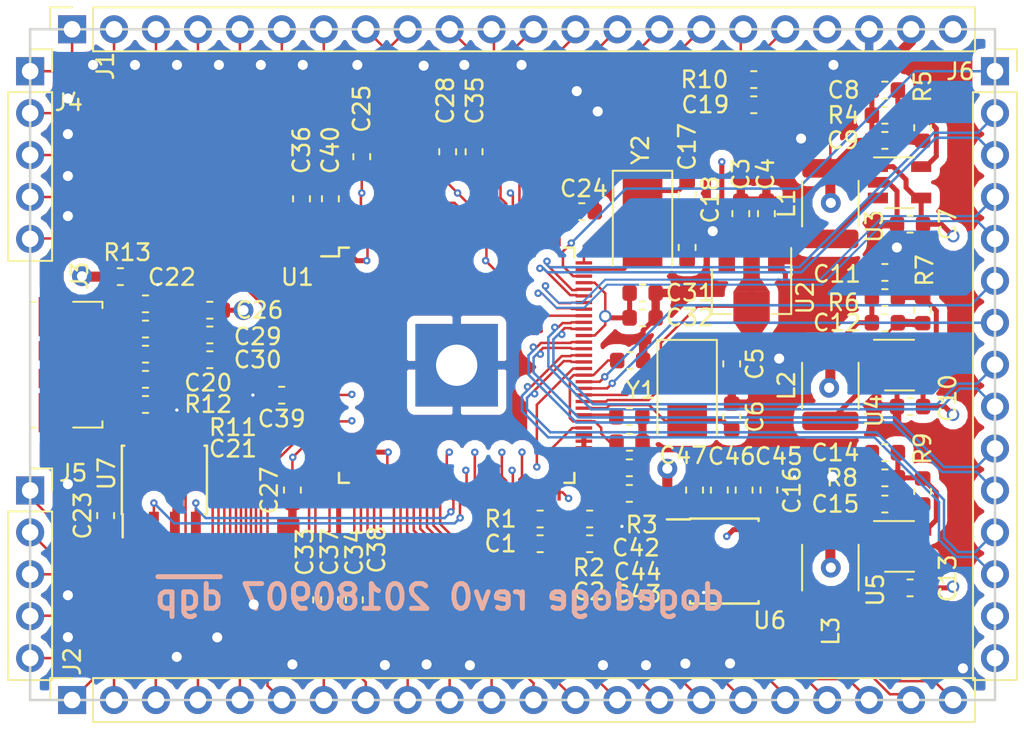
<source format=kicad_pcb>
(kicad_pcb (version 20171130) (host pcbnew 5.0.0+dfsg1-2)
  (layers (0 F.Cu signal) (1 In1.Cu power) (2 In2.Cu power) (31 B.Cu signal) (34 B.Paste user) (35 F.Paste user) (36 B.SilkS user) (37 F.SilkS user) (38 B.Mask user) (39 F.Mask user) (44 Edge.Cuts user))
  (net 0 "")
  (net 1 +1V2)
  (net 2 +3V3)
  (net 3 +1V8)
  (net 4 "Net-(C1-Pad2)")
  (net 5 GND)
  (net 6 "Net-(R3-Pad1)")
  (net 7 +3.3VA)
  (net 8 VCC)
  (net 9 "Net-(C6-Pad2)")
  (net 10 "Net-(C5-Pad2)")
  (net 11 "Net-(C8-Pad2)")
  (net 12 "Net-(C14-Pad2)")
  (net 13 "Net-(C11-Pad2)")
  (net 14 "Net-(L3-Pad1)")
  (net 15 "Net-(L1-Pad1)")
  (net 16 "Net-(L2-Pad1)")
  (net 17 /spi_miso)
  (net 18 /spi_clk)
  (net 19 /~spi_cs)
  (net 20 /spi_mosi)
  (net 21 "Net-(C18-Pad2)")
  (net 22 "Net-(C17-Pad2)")
  (net 23 "Net-(R12-Pad1)")
  (net 24 "Net-(C20-Pad1)")
  (net 25 "Net-(C21-Pad1)")
  (net 26 "Net-(R11-Pad1)")
  (net 27 /console/tx)
  (net 28 "Net-(C23-Pad2)")
  (net 29 /console/rx)
  (net 30 +5V)
  (net 31 "Net-(J3-Pad6)")
  (net 32 /pg4)
  (net 33 /pg3)
  (net 34 /pg2)
  (net 35 /pg1)
  (net 36 /pg0)
  (net 37 /pg5)
  (net 38 /pf6)
  (net 39 /pf5)
  (net 40 /pf4)
  (net 41 /pf3)
  (net 42 /pf2)
  (net 43 /pf1)
  (net 44 /pf0)
  (net 45 "Net-(C24-Pad1)")
  (net 46 /vcc-rtc)
  (net 47 /~reset)
  (net 48 /pe24)
  (net 49 /pe23)
  (net 50 /pe22)
  (net 51 /pe21)
  (net 52 /pe20)
  (net 53 /pe19)
  (net 54 /pe18)
  (net 55 /pe17)
  (net 56 /pe16)
  (net 57 /pe15)
  (net 58 /pe14)
  (net 59 /pe13)
  (net 60 /pe12)
  (net 61 /pe11)
  (net 62 /pe10)
  (net 63 /pe9)
  (net 64 /pe8)
  (net 65 /pe7)
  (net 66 /pe6)
  (net 67 /pe5)
  (net 68 /pe4)
  (net 69 /pe3)
  (net 70 /pe2)
  (net 71 /pe1)
  (net 72 /pe0)
  (net 73 /pb0)
  (net 74 /pb1)
  (net 75 /pb2)
  (net 76 /pb3)
  (net 77 /pb4)
  (net 78 /pb5)
  (net 79 /pb6)
  (net 80 /pb7)
  (net 81 /ephy_link_led)
  (net 82 /ephy_spd_led)
  (net 83 /ephy_rtx)
  (net 84 /usb-)
  (net 85 /usb+)
  (net 86 /csi-d0+)
  (net 87 /csi-d0-)
  (net 88 /csi-d1+)
  (net 89 /csi-d1-)
  (net 90 /csi-ck+)
  (net 91 /csi-ck-)
  (net 92 /ephy_rx-)
  (net 93 /ephy_rx+)
  (net 94 /ephy_tx-)
  (net 95 /ephy_tx+)
  (net 96 "Net-(U1-Pad112)")
  (net 97 "Net-(U1-Pad113)")
  (net 98 "Net-(U1-Pad114)")
  (net 99 "Net-(U1-Pad115)")
  (net 100 "Net-(U1-Pad116)")
  (net 101 "Net-(U1-Pad117)")
  (net 102 "Net-(U1-Pad118)")
  (net 103 "Net-(U1-Pad119)")
  (net 104 "Net-(U1-Pad120)")
  (net 105 "Net-(U1-Pad121)")
  (net 106 "Net-(U1-Pad122)")
  (net 107 "Net-(U1-Pad123)")
  (net 108 "Net-(U1-Pad124)")
  (net 109 "Net-(U1-Pad125)")
  (net 110 "Net-(J3-Pad4)")
  (net 111 "Net-(J1-Pad19)")
  (net 112 "Net-(J6-Pad14)")
  (net 113 "Net-(J6-Pad15)")
  (module lqfpep:LQFP-128_14x14mm_P0.4mm (layer F.Cu) (at 147.747 127.035)
    (fp_text reference U1 (at -9.647 -5.335) (layer F.SilkS))
    (fp_text value vs3 hide)
    (pad 1 smd rect (at -7.7 -6.2) (size 1 0.2) (layers F.Cu F.Paste F.Mask) (net 32 /pg4))
    (pad 2 smd rect (at -7.7 -5.8) (size 1 0.2) (layers F.Cu F.Paste F.Mask) (net 33 /pg3))
    (pad 3 smd rect (at -7.7 -5.4) (size 1 0.2) (layers F.Cu F.Paste F.Mask) (net 34 /pg2))
    (pad 4 smd rect (at -7.7 -5) (size 1 0.2) (layers F.Cu F.Paste F.Mask) (net 35 /pg1))
    (pad 5 smd rect (at -7.7 -4.6) (size 1 0.2) (layers F.Cu F.Paste F.Mask) (net 36 /pg0))
    (pad 6 smd rect (at -7.7 -4.2) (size 1 0.2) (layers F.Cu F.Paste F.Mask) (net 48 /pe24))
    (pad 7 smd rect (at -7.7 -3.8) (size 1 0.2) (layers F.Cu F.Paste F.Mask) (net 49 /pe23))
    (pad 8 smd rect (at -7.7 -3.4) (size 1 0.2) (layers F.Cu F.Paste F.Mask) (net 50 /pe22))
    (pad 9 smd rect (at -7.7 -3) (size 1 0.2) (layers F.Cu F.Paste F.Mask) (net 51 /pe21))
    (pad 10 smd rect (at -7.7 -2.6) (size 1 0.2) (layers F.Cu F.Paste F.Mask) (net 52 /pe20))
    (pad 11 smd rect (at -7.7 -2.2) (size 1 0.2) (layers F.Cu F.Paste F.Mask) (net 53 /pe19))
    (pad 12 smd rect (at -7.7 -1.8) (size 1 0.2) (layers F.Cu F.Paste F.Mask) (net 2 +3V3))
    (pad 13 smd rect (at -7.7 -1.4) (size 1 0.2) (layers F.Cu F.Paste F.Mask) (net 54 /pe18))
    (pad 14 smd rect (at -7.7 -1) (size 1 0.2) (layers F.Cu F.Paste F.Mask) (net 55 /pe17))
    (pad 15 smd rect (at -7.7 -0.6) (size 1 0.2) (layers F.Cu F.Paste F.Mask) (net 56 /pe16))
    (pad 16 smd rect (at -7.7 -0.2) (size 1 0.2) (layers F.Cu F.Paste F.Mask) (net 57 /pe15))
    (pad 17 smd rect (at -7.7 0.2) (size 1 0.2) (layers F.Cu F.Paste F.Mask) (net 58 /pe14))
    (pad 18 smd rect (at -7.7 0.6) (size 1 0.2) (layers F.Cu F.Paste F.Mask) (net 59 /pe13))
    (pad 19 smd rect (at -7.7 1) (size 1 0.2) (layers F.Cu F.Paste F.Mask) (net 1 +1V2))
    (pad 20 smd rect (at -7.7 1.4) (size 1 0.2) (layers F.Cu F.Paste F.Mask) (net 1 +1V2))
    (pad 21 smd rect (at -7.7 1.8) (size 1 0.2) (layers F.Cu F.Paste F.Mask) (net 1 +1V2))
    (pad 22 smd rect (at -7.7 2.2) (size 1 0.2) (layers F.Cu F.Paste F.Mask) (net 60 /pe12))
    (pad 23 smd rect (at -7.7 2.6) (size 1 0.2) (layers F.Cu F.Paste F.Mask) (net 61 /pe11))
    (pad 24 smd rect (at -7.7 3) (size 1 0.2) (layers F.Cu F.Paste F.Mask) (net 62 /pe10))
    (pad 25 smd rect (at -7.7 3.4) (size 1 0.2) (layers F.Cu F.Paste F.Mask) (net 1 +1V2))
    (pad 26 smd rect (at -7.7 3.8) (size 1 0.2) (layers F.Cu F.Paste F.Mask) (net 1 +1V2))
    (pad 27 smd rect (at -7.7 4.2) (size 1 0.2) (layers F.Cu F.Paste F.Mask) (net 63 /pe9))
    (pad 28 smd rect (at -7.7 4.6) (size 1 0.2) (layers F.Cu F.Paste F.Mask) (net 64 /pe8))
    (pad 29 smd rect (at -7.7 5) (size 1 0.2) (layers F.Cu F.Paste F.Mask) (net 2 +3V3))
    (pad 30 smd rect (at -7.7 5.4) (size 1 0.2) (layers F.Cu F.Paste F.Mask) (net 65 /pe7))
    (pad 31 smd rect (at -7.7 5.8) (size 1 0.2) (layers F.Cu F.Paste F.Mask) (net 66 /pe6))
    (pad 32 smd rect (at -7.7 6.2) (size 1 0.2) (layers F.Cu F.Paste F.Mask) (net 67 /pe5))
    (pad 33 smd rect (at -6.2 7.7 90) (size 1 0.2) (layers F.Cu F.Paste F.Mask) (net 68 /pe4))
    (pad 34 smd rect (at -5.8 7.7 90) (size 1 0.2) (layers F.Cu F.Paste F.Mask) (net 69 /pe3))
    (pad 35 smd rect (at -5.4 7.7 90) (size 1 0.2) (layers F.Cu F.Paste F.Mask) (net 70 /pe2))
    (pad 36 smd rect (at -5 7.7 90) (size 1 0.2) (layers F.Cu F.Paste F.Mask) (net 71 /pe1))
    (pad 37 smd rect (at -4.6 7.7 90) (size 1 0.2) (layers F.Cu F.Paste F.Mask) (net 72 /pe0))
    (pad 38 smd rect (at -4.2 7.7 90) (size 1 0.2) (layers F.Cu F.Paste F.Mask) (net 1 +1V2))
    (pad 39 smd rect (at -3.8 7.7 90) (size 1 0.2) (layers F.Cu F.Paste F.Mask) (net 73 /pb0))
    (pad 40 smd rect (at -3.4 7.7 90) (size 1 0.2) (layers F.Cu F.Paste F.Mask) (net 74 /pb1))
    (pad 41 smd rect (at -3 7.7 90) (size 1 0.2) (layers F.Cu F.Paste F.Mask) (net 75 /pb2))
    (pad 42 smd rect (at -2.6 7.7 90) (size 1 0.2) (layers F.Cu F.Paste F.Mask) (net 76 /pb3))
    (pad 43 smd rect (at -2.2 7.7 90) (size 1 0.2) (layers F.Cu F.Paste F.Mask) (net 77 /pb4))
    (pad 44 smd rect (at -1.8 7.7 90) (size 1 0.2) (layers F.Cu F.Paste F.Mask) (net 78 /pb5))
    (pad 45 smd rect (at -1.4 7.7 90) (size 1 0.2) (layers F.Cu F.Paste F.Mask) (net 79 /pb6))
    (pad 46 smd rect (at -1 7.7 90) (size 1 0.2) (layers F.Cu F.Paste F.Mask) (net 80 /pb7))
    (pad 47 smd rect (at -0.6 7.7 90) (size 1 0.2) (layers F.Cu F.Paste F.Mask) (net 1 +1V2))
    (pad 48 smd rect (at -0.2 7.7 90) (size 1 0.2) (layers F.Cu F.Paste F.Mask) (net 29 /console/rx))
    (pad 49 smd rect (at 0.2 7.7 90) (size 1 0.2) (layers F.Cu F.Paste F.Mask) (net 27 /console/tx))
    (pad 50 smd rect (at 0.6 7.7 90) (size 1 0.2) (layers F.Cu F.Paste F.Mask) (net 2 +3V3))
    (pad 51 smd rect (at 1 7.7 90) (size 1 0.2) (layers F.Cu F.Paste F.Mask) (net 1 +1V2))
    (pad 52 smd rect (at 1.4 7.7 90) (size 1 0.2) (layers F.Cu F.Paste F.Mask) (net 17 /spi_miso))
    (pad 53 smd rect (at 1.8 7.7 90) (size 1 0.2) (layers F.Cu F.Paste F.Mask) (net 18 /spi_clk))
    (pad 54 smd rect (at 2.2 7.7 90) (size 1 0.2) (layers F.Cu F.Paste F.Mask) (net 19 /~spi_cs))
    (pad 55 smd rect (at 2.6 7.7 90) (size 1 0.2) (layers F.Cu F.Paste F.Mask) (net 20 /spi_mosi))
    (pad 56 smd rect (at 3 7.7 90) (size 1 0.2) (layers F.Cu F.Paste F.Mask) (net 1 +1V2))
    (pad 57 smd rect (at 3.4 7.7 90) (size 1 0.2) (layers F.Cu F.Paste F.Mask) (net 2 +3V3))
    (pad 58 smd rect (at 3.8 7.7 90) (size 1 0.2) (layers F.Cu F.Paste F.Mask) (net 1 +1V2))
    (pad 59 smd rect (at 4.2 7.7 90) (size 1 0.2) (layers F.Cu F.Paste F.Mask) (net 3 +1V8))
    (pad 60 smd rect (at 4.6 7.7 90) (size 1 0.2) (layers F.Cu F.Paste F.Mask) (net 3 +1V8))
    (pad 61 smd rect (at 5 7.7 90) (size 1 0.2) (layers F.Cu F.Paste F.Mask) (net 3 +1V8))
    (pad 62 smd rect (at 5.4 7.7 90) (size 1 0.2) (layers F.Cu F.Paste F.Mask) (net 3 +1V8))
    (pad 63 smd rect (at 5.8 7.7 90) (size 1 0.2) (layers F.Cu F.Paste F.Mask) (net 4 "Net-(C1-Pad2)"))
    (pad 64 smd rect (at 6.2 7.7 90) (size 1 0.2) (layers F.Cu F.Paste F.Mask) (net 1 +1V2))
    (pad 65 smd rect (at 7.7 6.2) (size 1 0.2) (layers F.Cu F.Paste F.Mask) (net 3 +1V8))
    (pad 66 smd rect (at 7.7 5.8) (size 1 0.2) (layers F.Cu F.Paste F.Mask) (net 3 +1V8))
    (pad 67 smd rect (at 7.7 5.4) (size 1 0.2) (layers F.Cu F.Paste F.Mask) (net 3 +1V8))
    (pad 68 smd rect (at 7.7 5) (size 1 0.2) (layers F.Cu F.Paste F.Mask) (net 3 +1V8))
    (pad 69 smd rect (at 7.7 4.6) (size 1 0.2) (layers F.Cu F.Paste F.Mask) (net 3 +1V8))
    (pad 70 smd rect (at 7.7 4.2) (size 1 0.2) (layers F.Cu F.Paste F.Mask) (net 3 +1V8))
    (pad 71 smd rect (at 7.7 3.8) (size 1 0.2) (layers F.Cu F.Paste F.Mask) (net 4 "Net-(C1-Pad2)"))
    (pad 72 smd rect (at 7.7 3.4) (size 1 0.2) (layers F.Cu F.Paste F.Mask) (net 3 +1V8))
    (pad 73 smd rect (at 7.7 3) (size 1 0.2) (layers F.Cu F.Paste F.Mask) (net 6 "Net-(R3-Pad1)"))
    (pad 74 smd rect (at 7.7 2.6) (size 1 0.2) (layers F.Cu F.Paste F.Mask) (net 9 "Net-(C6-Pad2)"))
    (pad 75 smd rect (at 7.7 2.2) (size 1 0.2) (layers F.Cu F.Paste F.Mask) (net 10 "Net-(C5-Pad2)"))
    (pad 76 smd rect (at 7.7 1.8) (size 1 0.2) (layers F.Cu F.Paste F.Mask) (net 7 +3.3VA))
    (pad 77 smd rect (at 7.7 1.4) (size 1 0.2) (layers F.Cu F.Paste F.Mask) (net 81 /ephy_link_led))
    (pad 78 smd rect (at 7.7 1) (size 1 0.2) (layers F.Cu F.Paste F.Mask) (net 82 /ephy_spd_led))
    (pad 79 smd rect (at 7.7 0.6) (size 1 0.2) (layers F.Cu F.Paste F.Mask) (net 3 +1V8))
    (pad 80 smd rect (at 7.7 0.2) (size 1 0.2) (layers F.Cu F.Paste F.Mask) (net 1 +1V2))
    (pad 81 smd rect (at 7.7 -0.2) (size 1 0.2) (layers F.Cu F.Paste F.Mask) (net 86 /csi-d0+))
    (pad 82 smd rect (at 7.7 -0.6) (size 1 0.2) (layers F.Cu F.Paste F.Mask) (net 87 /csi-d0-))
    (pad 83 smd rect (at 7.7 -1) (size 1 0.2) (layers F.Cu F.Paste F.Mask) (net 88 /csi-d1+))
    (pad 84 smd rect (at 7.7 -1.4) (size 1 0.2) (layers F.Cu F.Paste F.Mask) (net 89 /csi-d1-))
    (pad 85 smd rect (at 7.7 -1.8) (size 1 0.2) (layers F.Cu F.Paste F.Mask) (net 2 +3V3))
    (pad 86 smd rect (at 7.7 -2.2) (size 1 0.2) (layers F.Cu F.Paste F.Mask) (net 90 /csi-ck+))
    (pad 87 smd rect (at 7.7 -2.6) (size 1 0.2) (layers F.Cu F.Paste F.Mask) (net 91 /csi-ck-))
    (pad 88 smd rect (at 7.7 -3) (size 1 0.2) (layers F.Cu F.Paste F.Mask) (net 1 +1V2))
    (pad 89 smd rect (at 7.7 -3.4) (size 1 0.2) (layers F.Cu F.Paste F.Mask) (net 92 /ephy_rx-))
    (pad 90 smd rect (at 7.7 -3.8) (size 1 0.2) (layers F.Cu F.Paste F.Mask) (net 93 /ephy_rx+))
    (pad 91 smd rect (at 7.7 -4.2) (size 1 0.2) (layers F.Cu F.Paste F.Mask) (net 94 /ephy_tx-))
    (pad 92 smd rect (at 7.7 -4.6) (size 1 0.2) (layers F.Cu F.Paste F.Mask) (net 95 /ephy_tx+))
    (pad 93 smd rect (at 7.7 -5) (size 1 0.2) (layers F.Cu F.Paste F.Mask) (net 2 +3V3))
    (pad 94 smd rect (at 7.7 -5.4) (size 1 0.2) (layers F.Cu F.Paste F.Mask) (net 83 /ephy_rtx))
    (pad 95 smd rect (at 7.7 -5.8) (size 1 0.2) (layers F.Cu F.Paste F.Mask) (net 21 "Net-(C18-Pad2)"))
    (pad 96 smd rect (at 7.7 -6.2) (size 1 0.2) (layers F.Cu F.Paste F.Mask) (net 22 "Net-(C17-Pad2)"))
    (pad 97 smd rect (at 6.2 -7.7 90) (size 1 0.2) (layers F.Cu F.Paste F.Mask) (net 45 "Net-(C24-Pad1)"))
    (pad 98 smd rect (at 5.8 -7.7 90) (size 1 0.2) (layers F.Cu F.Paste F.Mask) (net 46 /vcc-rtc))
    (pad 99 smd rect (at 5.4 -7.7 90) (size 1 0.2) (layers F.Cu F.Paste F.Mask) (net 47 /~reset))
    (pad 100 smd rect (at 5 -7.7 90) (size 1 0.2) (layers F.Cu F.Paste F.Mask) (net 38 /pf6))
    (pad 101 smd rect (at 4.6 -7.7 90) (size 1 0.2) (layers F.Cu F.Paste F.Mask) (net 39 /pf5))
    (pad 102 smd rect (at 4.2 -7.7 90) (size 1 0.2) (layers F.Cu F.Paste F.Mask) (net 40 /pf4))
    (pad 103 smd rect (at 3.8 -7.7 90) (size 1 0.2) (layers F.Cu F.Paste F.Mask) (net 41 /pf3))
    (pad 104 smd rect (at 3.4 -7.7 90) (size 1 0.2) (layers F.Cu F.Paste F.Mask) (net 2 +3V3))
    (pad 105 smd rect (at 3 -7.7 90) (size 1 0.2) (layers F.Cu F.Paste F.Mask) (net 42 /pf2))
    (pad 106 smd rect (at 2.6 -7.7 90) (size 1 0.2) (layers F.Cu F.Paste F.Mask) (net 43 /pf1))
    (pad 107 smd rect (at 2.2 -7.7 90) (size 1 0.2) (layers F.Cu F.Paste F.Mask) (net 44 /pf0))
    (pad 108 smd rect (at 1.8 -7.7 90) (size 1 0.2) (layers F.Cu F.Paste F.Mask) (net 1 +1V2))
    (pad 109 smd rect (at 1.4 -7.7 90) (size 1 0.2) (layers F.Cu F.Paste F.Mask) (net 2 +3V3))
    (pad 110 smd rect (at 1 -7.7 90) (size 1 0.2) (layers F.Cu F.Paste F.Mask) (net 84 /usb-))
    (pad 111 smd rect (at 0.6 -7.7 90) (size 1 0.2) (layers F.Cu F.Paste F.Mask) (net 85 /usb+))
    (pad 112 smd rect (at 0.2 -7.7 90) (size 1 0.2) (layers F.Cu F.Paste F.Mask) (net 96 "Net-(U1-Pad112)"))
    (pad 113 smd rect (at -0.2 -7.7 90) (size 1 0.2) (layers F.Cu F.Paste F.Mask) (net 97 "Net-(U1-Pad113)"))
    (pad 114 smd rect (at -0.6 -7.7 90) (size 1 0.2) (layers F.Cu F.Paste F.Mask) (net 98 "Net-(U1-Pad114)"))
    (pad 115 smd rect (at -1 -7.7 90) (size 1 0.2) (layers F.Cu F.Paste F.Mask) (net 99 "Net-(U1-Pad115)"))
    (pad 116 smd rect (at -1.4 -7.7 90) (size 1 0.2) (layers F.Cu F.Paste F.Mask) (net 100 "Net-(U1-Pad116)"))
    (pad 117 smd rect (at -1.8 -7.7 90) (size 1 0.2) (layers F.Cu F.Paste F.Mask) (net 101 "Net-(U1-Pad117)"))
    (pad 118 smd rect (at -2.2 -7.7 90) (size 1 0.2) (layers F.Cu F.Paste F.Mask) (net 102 "Net-(U1-Pad118)"))
    (pad 119 smd rect (at -2.6 -7.7 90) (size 1 0.2) (layers F.Cu F.Paste F.Mask) (net 103 "Net-(U1-Pad119)"))
    (pad 120 smd rect (at -3 -7.7 90) (size 1 0.2) (layers F.Cu F.Paste F.Mask) (net 104 "Net-(U1-Pad120)"))
    (pad 121 smd rect (at -3.4 -7.7 90) (size 1 0.2) (layers F.Cu F.Paste F.Mask) (net 105 "Net-(U1-Pad121)"))
    (pad 122 smd rect (at -3.8 -7.7 90) (size 1 0.2) (layers F.Cu F.Paste F.Mask) (net 106 "Net-(U1-Pad122)"))
    (pad 123 smd rect (at -4.2 -7.7 90) (size 1 0.2) (layers F.Cu F.Paste F.Mask) (net 107 "Net-(U1-Pad123)"))
    (pad 124 smd rect (at -4.6 -7.7 90) (size 1 0.2) (layers F.Cu F.Paste F.Mask) (net 108 "Net-(U1-Pad124)"))
    (pad 125 smd rect (at -5 -7.7 90) (size 1 0.2) (layers F.Cu F.Paste F.Mask) (net 109 "Net-(U1-Pad125)"))
    (pad 126 smd rect (at -5.4 -7.7 90) (size 1 0.2) (layers F.Cu F.Paste F.Mask) (net 1 +1V2))
    (pad 127 smd rect (at -5.8 -7.7 90) (size 1 0.2) (layers F.Cu F.Paste F.Mask) (net 2 +3V3))
    (pad 128 smd rect (at -6.2 -7.7 90) (size 1 0.2) (layers F.Cu F.Paste F.Mask) (net 37 /pg5))
    (pad 129 thru_hole rect (at 0 0) (size 5 5) (drill 2.5) (layers *.Cu *.Mask) (net 5 GND))
  )
  (module Capacitor_SMD:C_0603_1608Metric (layer F.Cu) (at 162.15 134.6 90)
    (fp_text reference C47 (at 2.1 -0.7 180) (layer F.SilkS))
    (fp_text value C hide)
    (pad 1 smd roundrect (at -0.7875 0 90) (size 0.875 0.95) (layers F.Cu F.Paste F.Mask) (net 3 +1V8))
    (pad 2 smd roundrect (at 0.7875 0 90) (size 0.875 0.95) (layers F.Cu F.Paste F.Mask) (net 5 GND))
  )
  (module Capacitor_SMD:C_0603_1608Metric (layer F.Cu) (at 165.15 134.6 90)
    (fp_text reference C45 (at 2.05 2.1 180) (layer F.SilkS))
    (fp_text value C hide)
    (pad 1 smd roundrect (at -0.7875 0 90) (size 0.875 0.95) (layers F.Cu F.Paste F.Mask) (net 3 +1V8))
    (pad 2 smd roundrect (at 0.7875 0 90) (size 0.875 0.95) (layers F.Cu F.Paste F.Mask) (net 5 GND))
  )
  (module Capacitor_SMD:C_0603_1608Metric (layer F.Cu) (at 163.65 134.6 90)
    (fp_text reference C46 (at 2.05 0.75 180) (layer F.SilkS))
    (fp_text value C hide)
    (pad 2 smd roundrect (at 0.7875 0 90) (size 0.875 0.95) (layers F.Cu F.Paste F.Mask) (net 5 GND))
    (pad 1 smd roundrect (at -0.7875 0 90) (size 0.875 0.95) (layers F.Cu F.Paste F.Mask) (net 3 +1V8))
  )
  (module Capacitor_SMD:C_0603_1608Metric (layer F.Cu) (at 164.4 126.95 90)
    (fp_text reference C5 (at 0 1.4 90) (layer F.SilkS))
    (fp_text value C hide)
    (pad 1 smd roundrect (at -0.7875 0 90) (size 0.875 0.95) (layers F.Cu F.Paste F.Mask) (net 5 GND))
    (pad 2 smd roundrect (at 0.7875 0 90) (size 0.875 0.95) (layers F.Cu F.Paste F.Mask) (net 10 "Net-(C5-Pad2)"))
  )
  (module Capacitor_SMD:C_0603_1608Metric (layer F.Cu) (at 152.8 137.85)
    (fp_text reference C1 (at -2.4 0) (layer F.SilkS))
    (fp_text value C hide)
    (pad 1 smd roundrect (at -0.7875 0) (size 0.875 0.95) (layers F.Cu F.Paste F.Mask) (net 3 +1V8))
    (pad 2 smd roundrect (at 0.7875 0) (size 0.875 0.95) (layers F.Cu F.Paste F.Mask) (net 4 "Net-(C1-Pad2)"))
  )
  (module Capacitor_SMD:C_0603_1608Metric (layer F.Cu) (at 158.25 126.75)
    (fp_text reference C41 hide)
    (fp_text value C hide)
    (pad 2 smd roundrect (at 0.7875 0) (size 0.875 0.95) (layers F.Cu F.Paste F.Mask) (net 5 GND))
    (pad 1 smd roundrect (at -0.7875 0) (size 0.875 0.95) (layers F.Cu F.Paste F.Mask) (net 3 +1V8))
  )
  (module Capacitor_SMD:C_0603_1608Metric (layer F.Cu) (at 158.2125 131.7)
    (fp_text reference C42 (at 0.3875 6.4) (layer F.SilkS))
    (fp_text value C hide)
    (pad 1 smd roundrect (at -0.7875 0) (size 0.875 0.95) (layers F.Cu F.Paste F.Mask) (net 3 +1V8))
    (pad 2 smd roundrect (at 0.7875 0) (size 0.875 0.95) (layers F.Cu F.Paste F.Mask) (net 5 GND))
  )
  (module Capacitor_SMD:C_0603_1608Metric (layer F.Cu) (at 158.2 134.8)
    (fp_text reference C43 (at 0.5 6.1) (layer F.SilkS))
    (fp_text value C hide)
    (pad 2 smd roundrect (at 0.7875 0) (size 0.875 0.95) (layers F.Cu F.Paste F.Mask) (net 5 GND))
    (pad 1 smd roundrect (at -0.7875 0) (size 0.875 0.95) (layers F.Cu F.Paste F.Mask) (net 3 +1V8))
  )
  (module Capacitor_SMD:C_0603_1608Metric (layer F.Cu) (at 158.2 133.25)
    (fp_text reference C44 (at 0.5 6.3) (layer F.SilkS))
    (fp_text value C hide)
    (pad 1 smd roundrect (at -0.7875 0) (size 0.875 0.95) (layers F.Cu F.Paste F.Mask) (net 3 +1V8))
    (pad 2 smd roundrect (at 0.7875 0) (size 0.875 0.95) (layers F.Cu F.Paste F.Mask) (net 5 GND))
  )
  (module Capacitor_SMD:C_0603_1608Metric (layer F.Cu) (at 175.1965 118.491 180)
    (fp_text reference C7 (at -2.286 0 90) (layer F.SilkS))
    (fp_text value C hide)
    (pad 1 smd roundrect (at -0.7875 0 180) (size 0.875 0.95) (layers F.Cu F.Paste F.Mask) (net 8 VCC))
    (pad 2 smd roundrect (at 0.7875 0 180) (size 0.875 0.95) (layers F.Cu F.Paste F.Mask) (net 5 GND))
  )
  (module Capacitor_SMD:C_0603_1608Metric (layer F.Cu) (at 140.05 141.25 270)
    (fp_text reference C37 (at -2.9 0 270) (layer F.SilkS))
    (fp_text value C hide)
    (pad 2 smd roundrect (at 0.7875 0 270) (size 0.875 0.95) (layers F.Cu F.Paste F.Mask) (net 5 GND))
    (pad 1 smd roundrect (at -0.7875 0 270) (size 0.875 0.95) (layers F.Cu F.Paste F.Mask) (net 1 +1V2))
  )
  (module Capacitor_SMD:C_0603_1608Metric (layer F.Cu) (at 143.05 141.25 270)
    (fp_text reference C38 (at -3.05 0.15 270) (layer F.SilkS))
    (fp_text value C hide)
    (pad 1 smd roundrect (at -0.7875 0 270) (size 0.875 0.95) (layers F.Cu F.Paste F.Mask) (net 1 +1V2))
    (pad 2 smd roundrect (at 0.7875 0 270) (size 0.875 0.95) (layers F.Cu F.Paste F.Mask) (net 5 GND))
  )
  (module Capacitor_SMD:C_0603_1608Metric (layer F.Cu) (at 137.15 128.85 180)
    (fp_text reference C39 (at 0 -1.43 180) (layer F.SilkS))
    (fp_text value C hide)
    (pad 2 smd roundrect (at 0.7875 0 180) (size 0.875 0.95) (layers F.Cu F.Paste F.Mask) (net 5 GND))
    (pad 1 smd roundrect (at -0.7875 0 180) (size 0.875 0.95) (layers F.Cu F.Paste F.Mask) (net 1 +1V2))
  )
  (module Capacitor_SMD:C_0603_1608Metric (layer F.Cu) (at 140.1 116.95 90)
    (fp_text reference C40 (at 2.95 0 90) (layer F.SilkS))
    (fp_text value C hide)
    (pad 1 smd roundrect (at -0.7875 0 90) (size 0.875 0.95) (layers F.Cu F.Paste F.Mask) (net 1 +1V2))
    (pad 2 smd roundrect (at 0.7875 0 90) (size 0.875 0.95) (layers F.Cu F.Paste F.Mask) (net 5 GND))
  )
  (module Capacitor_SMD:C_0603_1608Metric (layer F.Cu) (at 138.35 116.95 90)
    (fp_text reference C36 (at 2.95 0 90) (layer F.SilkS))
    (fp_text value C hide)
    (pad 2 smd roundrect (at 0.7875 0 90) (size 0.875 0.95) (layers F.Cu F.Paste F.Mask) (net 5 GND))
    (pad 1 smd roundrect (at -0.7875 0 90) (size 0.875 0.95) (layers F.Cu F.Paste F.Mask) (net 1 +1V2))
  )
  (module Capacitor_SMD:C_0603_1608Metric (layer F.Cu) (at 138.55 141.25 270)
    (fp_text reference C33 (at -2.9 0 270) (layer F.SilkS))
    (fp_text value C hide)
    (pad 1 smd roundrect (at -0.7875 0 270) (size 0.875 0.95) (layers F.Cu F.Paste F.Mask) (net 1 +1V2))
    (pad 2 smd roundrect (at 0.7875 0 270) (size 0.875 0.95) (layers F.Cu F.Paste F.Mask) (net 5 GND))
  )
  (module Capacitor_SMD:C_0603_1608Metric (layer F.Cu) (at 141.55 141.25 270)
    (fp_text reference C34 (at -2.9 0 270) (layer F.SilkS))
    (fp_text value C hide)
    (pad 2 smd roundrect (at 0.7875 0 270) (size 0.875 0.95) (layers F.Cu F.Paste F.Mask) (net 5 GND))
    (pad 1 smd roundrect (at -0.7875 0 270) (size 0.875 0.95) (layers F.Cu F.Paste F.Mask) (net 1 +1V2))
  )
  (module Capacitor_SMD:C_0603_1608Metric (layer F.Cu) (at 148.8 114.1 90)
    (fp_text reference C35 (at 3.102 0.044 90) (layer F.SilkS))
    (fp_text value C)
    (pad 1 smd roundrect (at -0.7875 0 90) (size 0.875 0.95) (layers F.Cu F.Paste F.Mask) (net 1 +1V2))
    (pad 2 smd roundrect (at 0.7875 0 90) (size 0.875 0.95) (layers F.Cu F.Paste F.Mask) (net 5 GND))
  )
  (module Capacitor_SMD:C_0603_1608Metric (layer F.Cu) (at 165.735 111.252)
    (fp_text reference C19 (at -2.935 -0.002) (layer F.SilkS))
    (fp_text value C hide)
    (pad 1 smd roundrect (at -0.7875 0) (size 0.875 0.95) (layers F.Cu F.Paste F.Mask) (net 47 /~reset))
    (pad 2 smd roundrect (at 0.7875 0) (size 0.875 0.95) (layers F.Cu F.Paste F.Mask) (net 5 GND))
  )
  (module Capacitor_SMD:C_0603_1608Metric (layer F.Cu) (at 159.005001 124.165001)
    (fp_text reference C32 (at 2.844999 -0.015001) (layer F.SilkS))
    (fp_text value C hide)
    (pad 2 smd roundrect (at 0.7875 0) (size 0.875 0.95) (layers F.Cu F.Paste F.Mask) (net 5 GND))
    (pad 1 smd roundrect (at -0.7875 0) (size 0.875 0.95) (layers F.Cu F.Paste F.Mask) (net 2 +3V3))
  )
  (module Capacitor_SMD:C_0603_1608Metric (layer F.Cu) (at 159.005001 122.655001)
    (fp_text reference C31 (at 2.844999 -0.005001) (layer F.SilkS))
    (fp_text value C hide)
    (pad 1 smd roundrect (at -0.7875 0) (size 0.875 0.95) (layers F.Cu F.Paste F.Mask) (net 2 +3V3))
    (pad 2 smd roundrect (at 0.7875 0) (size 0.875 0.95) (layers F.Cu F.Paste F.Mask) (net 5 GND))
  )
  (module Capacitor_SMD:C_0603_1608Metric (layer F.Cu) (at 132.8 126.7 180)
    (fp_text reference C30 (at -2.9 0 180) (layer F.SilkS))
    (fp_text value C hide)
    (pad 2 smd roundrect (at 0.7875 0 180) (size 0.875 0.95) (layers F.Cu F.Paste F.Mask) (net 5 GND))
    (pad 1 smd roundrect (at -0.7875 0 180) (size 0.875 0.95) (layers F.Cu F.Paste F.Mask) (net 2 +3V3))
  )
  (module Capacitor_SMD:C_0603_1608Metric (layer F.Cu) (at 132.8 125.2 180)
    (fp_text reference C29 (at -2.9 -0.1 180) (layer F.SilkS))
    (fp_text value C hide)
    (pad 1 smd roundrect (at -0.7875 0 180) (size 0.875 0.95) (layers F.Cu F.Paste F.Mask) (net 2 +3V3))
    (pad 2 smd roundrect (at 0.7875 0 180) (size 0.875 0.95) (layers F.Cu F.Paste F.Mask) (net 5 GND))
  )
  (module Capacitor_SMD:C_0603_1608Metric (layer F.Cu) (at 147.2 114.1 90)
    (fp_text reference C28 (at 3.102 -0.134 90) (layer F.SilkS))
    (fp_text value C hide)
    (pad 1 smd roundrect (at -0.7875 0 90) (size 0.875 0.95) (layers F.Cu F.Paste F.Mask) (net 2 +3V3))
    (pad 2 smd roundrect (at 0.7875 0 90) (size 0.875 0.95) (layers F.Cu F.Paste F.Mask) (net 5 GND))
  )
  (module Capacitor_SMD:C_0603_1608Metric (layer F.Cu) (at 137.8 134.6 270)
    (fp_text reference C27 (at 0.02 1.402 270) (layer F.SilkS))
    (fp_text value C hide)
    (pad 1 smd roundrect (at -0.7875 0 270) (size 0.875 0.95) (layers F.Cu F.Paste F.Mask) (net 2 +3V3))
    (pad 2 smd roundrect (at 0.7875 0 270) (size 0.875 0.95) (layers F.Cu F.Paste F.Mask) (net 5 GND))
  )
  (module Capacitor_SMD:C_0603_1608Metric (layer F.Cu) (at 142 114.4 90)
    (fp_text reference C25 (at 2.9 0 90) (layer F.SilkS))
    (fp_text value C hide)
    (pad 2 smd roundrect (at 0.7875 0 90) (size 0.875 0.95) (layers F.Cu F.Paste F.Mask) (net 5 GND))
    (pad 1 smd roundrect (at -0.7875 0 90) (size 0.875 0.95) (layers F.Cu F.Paste F.Mask) (net 2 +3V3))
  )
  (module Capacitor_SMD:C_0603_1608Metric (layer F.Cu) (at 132.8 123.7 180)
    (fp_text reference C26 (at -3 0 180) (layer F.SilkS))
    (fp_text value C hide)
    (pad 1 smd roundrect (at -0.7875 0 180) (size 0.875 0.95) (layers F.Cu F.Paste F.Mask) (net 2 +3V3))
    (pad 2 smd roundrect (at 0.7875 0 180) (size 0.875 0.95) (layers F.Cu F.Paste F.Mask) (net 5 GND))
  )
  (module Resistor_SMD:R_0603_1608Metric (layer F.Cu) (at 152.8 136.35)
    (fp_text reference R1 (at -2.4 0) (layer F.SilkS))
    (fp_text value R hide)
    (pad 1 smd roundrect (at -0.7875 0) (size 0.875 0.95) (layers F.Cu F.Paste F.Mask) (net 3 +1V8))
    (pad 2 smd roundrect (at 0.7875 0) (size 0.875 0.95) (layers F.Cu F.Paste F.Mask) (net 4 "Net-(C1-Pad2)"))
  )
  (module Connector_PinSocket_2.54mm:PinSocket_1x15_P2.54mm_Vertical (layer F.Cu) (at 180.34 109.22)
    (fp_text reference J6 (at -2.0955 0.0127) (layer F.SilkS))
    (fp_text value Conn_01x15 hide)
    (pad 1 thru_hole rect (at 0 0) (size 1.7 1.7) (drill 1) (layers *.Cu *.Mask) (net 83 /ephy_rtx))
    (pad 2 thru_hole oval (at 0 2.54) (size 1.7 1.7) (drill 1) (layers *.Cu *.Mask) (net 95 /ephy_tx+))
    (pad 3 thru_hole oval (at 0 5.08) (size 1.7 1.7) (drill 1) (layers *.Cu *.Mask) (net 94 /ephy_tx-))
    (pad 4 thru_hole oval (at 0 7.62) (size 1.7 1.7) (drill 1) (layers *.Cu *.Mask) (net 93 /ephy_rx+))
    (pad 5 thru_hole oval (at 0 10.16) (size 1.7 1.7) (drill 1) (layers *.Cu *.Mask) (net 92 /ephy_rx-))
    (pad 6 thru_hole oval (at 0 12.7) (size 1.7 1.7) (drill 1) (layers *.Cu *.Mask) (net 82 /ephy_spd_led))
    (pad 7 thru_hole oval (at 0 15.24) (size 1.7 1.7) (drill 1) (layers *.Cu *.Mask) (net 81 /ephy_link_led))
    (pad 8 thru_hole oval (at 0 17.78) (size 1.7 1.7) (drill 1) (layers *.Cu *.Mask) (net 90 /csi-ck+))
    (pad 9 thru_hole oval (at 0 20.32) (size 1.7 1.7) (drill 1) (layers *.Cu *.Mask) (net 91 /csi-ck-))
    (pad 10 thru_hole oval (at 0 22.86) (size 1.7 1.7) (drill 1) (layers *.Cu *.Mask) (net 88 /csi-d1+))
    (pad 11 thru_hole oval (at 0 25.4) (size 1.7 1.7) (drill 1) (layers *.Cu *.Mask) (net 89 /csi-d1-))
    (pad 12 thru_hole oval (at 0 27.94) (size 1.7 1.7) (drill 1) (layers *.Cu *.Mask) (net 86 /csi-d0+))
    (pad 13 thru_hole oval (at 0 30.48) (size 1.7 1.7) (drill 1) (layers *.Cu *.Mask) (net 87 /csi-d0-))
    (pad 14 thru_hole oval (at 0 33.02) (size 1.7 1.7) (drill 1) (layers *.Cu *.Mask) (net 112 "Net-(J6-Pad14)"))
    (pad 15 thru_hole oval (at 0 35.56) (size 1.7 1.7) (drill 1) (layers *.Cu *.Mask) (net 113 "Net-(J6-Pad15)"))
  )
  (module Connector_PinSocket_2.54mm:PinSocket_1x05_P2.54mm_Vertical (layer F.Cu) (at 121.92 134.62)
    (fp_text reference J5 (at 2.6035 -1.0541) (layer F.SilkS))
    (fp_text value Conn_01x05 hide)
    (pad 1 thru_hole rect (at 0 0) (size 1.7 1.7) (drill 1) (layers *.Cu *.Mask) (net 54 /pe18))
    (pad 2 thru_hole oval (at 0 2.54) (size 1.7 1.7) (drill 1) (layers *.Cu *.Mask) (net 55 /pe17))
    (pad 3 thru_hole oval (at 0 5.08) (size 1.7 1.7) (drill 1) (layers *.Cu *.Mask) (net 56 /pe16))
    (pad 4 thru_hole oval (at 0 7.62) (size 1.7 1.7) (drill 1) (layers *.Cu *.Mask) (net 57 /pe15))
    (pad 5 thru_hole oval (at 0 10.16) (size 1.7 1.7) (drill 1) (layers *.Cu *.Mask) (net 58 /pe14))
  )
  (module Connector_PinSocket_2.54mm:PinSocket_1x05_P2.54mm_Vertical (layer F.Cu) (at 121.92 109.22)
    (fp_text reference J4 (at 2.3368 1.8923) (layer F.SilkS))
    (fp_text value Conn_01x05 hide)
    (pad 1 thru_hole rect (at 0 0) (size 1.7 1.7) (drill 1) (layers *.Cu *.Mask) (net 49 /pe23))
    (pad 2 thru_hole oval (at 0 2.54) (size 1.7 1.7) (drill 1) (layers *.Cu *.Mask) (net 50 /pe22))
    (pad 3 thru_hole oval (at 0 5.08) (size 1.7 1.7) (drill 1) (layers *.Cu *.Mask) (net 51 /pe21))
    (pad 4 thru_hole oval (at 0 7.62) (size 1.7 1.7) (drill 1) (layers *.Cu *.Mask) (net 52 /pe20))
    (pad 5 thru_hole oval (at 0 10.16) (size 1.7 1.7) (drill 1) (layers *.Cu *.Mask) (net 53 /pe19))
  )
  (module Capacitor_SMD:C_0603_1608Metric (layer F.Cu) (at 155.321 117.729)
    (fp_text reference C24 (at 0.127 -1.397) (layer F.SilkS))
    (fp_text value C hide)
    (pad 1 smd roundrect (at -0.7875 0) (size 0.875 0.95) (layers F.Cu F.Paste F.Mask) (net 45 "Net-(C24-Pad1)"))
    (pad 2 smd roundrect (at 0.7875 0) (size 0.875 0.95) (layers F.Cu F.Paste F.Mask) (net 5 GND))
  )
  (module Resistor_SMD:R_0603_1608Metric (layer F.Cu) (at 165.735 109.728 180)
    (fp_text reference R10 (at 2.9845 0 180) (layer F.SilkS))
    (fp_text value R hide)
    (pad 1 smd roundrect (at -0.7875 0 180) (size 0.875 0.95) (layers F.Cu F.Paste F.Mask) (net 2 +3V3))
    (pad 2 smd roundrect (at 0.7875 0 180) (size 0.875 0.95) (layers F.Cu F.Paste F.Mask) (net 47 /~reset))
  )
  (module Resistor_SMD:R_0603_1608Metric (layer F.Cu) (at 127.381 121.666)
    (fp_text reference R13 (at 0.419 -1.466 180) (layer F.SilkS))
    (fp_text value R hide)
    (pad 1 smd roundrect (at -0.7875 0) (size 0.875 0.95) (layers F.Cu F.Paste F.Mask) (net 8 VCC))
    (pad 2 smd roundrect (at 0.7875 0) (size 0.875 0.95) (layers F.Cu F.Paste F.Mask) (net 30 +5V))
  )
  (module Capacitor_SMD:C_0603_1608Metric (layer F.Cu) (at 128.905 124.841)
    (fp_text reference C20 (at 3.795 3.259) (layer F.SilkS))
    (fp_text value C hide)
    (pad 2 smd roundrect (at 0.7875 0) (size 0.875 0.95) (layers F.Cu F.Paste F.Mask) (net 5 GND))
    (pad 1 smd roundrect (at -0.7875 0) (size 0.875 0.95) (layers F.Cu F.Paste F.Mask) (net 24 "Net-(C20-Pad1)"))
  )
  (module Capacitor_SMD:C_0603_1608Metric (layer F.Cu) (at 128.905 129.413)
    (fp_text reference C21 (at 5.295 2.687) (layer F.SilkS))
    (fp_text value C hide)
    (pad 1 smd roundrect (at -0.7875 0) (size 0.875 0.95) (layers F.Cu F.Paste F.Mask) (net 25 "Net-(C21-Pad1)"))
    (pad 2 smd roundrect (at 0.7875 0) (size 0.875 0.95) (layers F.Cu F.Paste F.Mask) (net 5 GND))
  )
  (module Capacitor_SMD:C_0603_1608Metric (layer F.Cu) (at 128.905 123.317)
    (fp_text reference C22 (at 1.595 -1.617) (layer F.SilkS))
    (fp_text value C hide)
    (pad 2 smd roundrect (at 0.7875 0) (size 0.875 0.95) (layers F.Cu F.Paste F.Mask) (net 5 GND))
    (pad 1 smd roundrect (at -0.7875 0) (size 0.875 0.95) (layers F.Cu F.Paste F.Mask) (net 30 +5V))
  )
  (module Capacitor_SMD:C_0603_1608Metric (layer F.Cu) (at 126.492 136.144 90)
    (fp_text reference C23 (at 0 -1.392 90) (layer F.SilkS))
    (fp_text value C hide)
    (pad 1 smd roundrect (at -0.7875 0 90) (size 0.875 0.95) (layers F.Cu F.Paste F.Mask) (net 5 GND))
    (pad 2 smd roundrect (at 0.7875 0 90) (size 0.875 0.95) (layers F.Cu F.Paste F.Mask) (net 28 "Net-(C23-Pad2)"))
  )
  (module Connector_USB:USB_Micro-B_Molex_47346-0001 (layer F.Cu) (at 124.587 127 270)
    (fp_text reference J3 (at -5.3848 -0.3302 90) (layer F.SilkS))
    (fp_text value USB_B_Micro hide)
    (pad 1 smd rect (at -1.3 -1.46 270) (size 0.45 1.38) (layers F.Cu F.Paste F.Mask) (net 30 +5V))
    (pad 2 smd rect (at -0.65 -1.46 270) (size 0.45 1.38) (layers F.Cu F.Paste F.Mask) (net 24 "Net-(C20-Pad1)"))
    (pad 3 smd rect (at 0 -1.46 270) (size 0.45 1.38) (layers F.Cu F.Paste F.Mask) (net 25 "Net-(C21-Pad1)"))
    (pad 4 smd rect (at 0.65 -1.46 270) (size 0.45 1.38) (layers F.Cu F.Paste F.Mask) (net 110 "Net-(J3-Pad4)"))
    (pad 5 smd rect (at 1.3 -1.46 270) (size 0.45 1.38) (layers F.Cu F.Paste F.Mask) (net 5 GND))
    (pad 6 smd rect (at -2.4625 -1.1 270) (size 1.475 2.1) (layers F.Cu F.Paste F.Mask) (net 31 "Net-(J3-Pad6)"))
    (pad 6 smd rect (at 2.4625 -1.1 270) (size 1.475 2.1) (layers F.Cu F.Paste F.Mask) (net 31 "Net-(J3-Pad6)"))
    (pad 6 smd rect (at -2.91 1.2 270) (size 2.375 1.9) (layers F.Cu F.Paste F.Mask) (net 31 "Net-(J3-Pad6)"))
    (pad 6 smd rect (at 2.91 1.2 270) (size 2.375 1.9) (layers F.Cu F.Paste F.Mask) (net 31 "Net-(J3-Pad6)"))
    (pad 6 smd rect (at -0.84 1.2 270) (size 1.175 1.9) (layers F.Cu F.Paste F.Mask) (net 31 "Net-(J3-Pad6)"))
    (pad 6 smd rect (at 0.84 1.2 270) (size 1.175 1.9) (layers F.Cu F.Paste F.Mask) (net 31 "Net-(J3-Pad6)"))
  )
  (module Package_SO:SOIC-8_3.9x4.9mm_P1.27mm (layer F.Cu) (at 130.048 133.985 90)
    (fp_text reference U7 (at 0.381 -3.5 90) (layer F.SilkS))
    (fp_text value ht42b534-1 hide)
    (pad 1 smd rect (at -2.7 -1.905 90) (size 1.55 0.6) (layers F.Cu F.Paste F.Mask) (net 5 GND))
    (pad 2 smd rect (at -2.7 -0.635 90) (size 1.55 0.6) (layers F.Cu F.Paste F.Mask) (net 27 /console/tx))
    (pad 3 smd rect (at -2.7 0.635 90) (size 1.55 0.6) (layers F.Cu F.Paste F.Mask) (net 28 "Net-(C23-Pad2)"))
    (pad 4 smd rect (at -2.7 1.905 90) (size 1.55 0.6) (layers F.Cu F.Paste F.Mask) (net 29 /console/rx))
    (pad 5 smd rect (at 2.7 1.905 90) (size 1.55 0.6) (layers F.Cu F.Paste F.Mask) (net 26 "Net-(R11-Pad1)"))
    (pad 6 smd rect (at 2.7 0.635 90) (size 1.55 0.6) (layers F.Cu F.Paste F.Mask) (net 23 "Net-(R12-Pad1)"))
    (pad 7 smd rect (at 2.7 -0.635 90) (size 1.55 0.6) (layers F.Cu F.Paste F.Mask) (net 30 +5V))
    (pad 8 smd rect (at 2.7 -1.905 90) (size 1.55 0.6) (layers F.Cu F.Paste F.Mask) (net 28 "Net-(C23-Pad2)"))
  )
  (module Resistor_SMD:R_0603_1608Metric (layer F.Cu) (at 128.905 127.889 180)
    (fp_text reference R11 (at -5.295 -2.911 180) (layer F.SilkS))
    (fp_text value R hide)
    (pad 2 smd roundrect (at 0.7875 0 180) (size 0.875 0.95) (layers F.Cu F.Paste F.Mask) (net 25 "Net-(C21-Pad1)"))
    (pad 1 smd roundrect (at -0.7875 0 180) (size 0.875 0.95) (layers F.Cu F.Paste F.Mask) (net 26 "Net-(R11-Pad1)"))
  )
  (module Resistor_SMD:R_0603_1608Metric (layer F.Cu) (at 128.905 126.365 180)
    (fp_text reference R12 (at -3.795 -3.035 180) (layer F.SilkS))
    (fp_text value R hide)
    (pad 1 smd roundrect (at -0.7875 0 180) (size 0.875 0.95) (layers F.Cu F.Paste F.Mask) (net 23 "Net-(R12-Pad1)"))
    (pad 2 smd roundrect (at 0.7875 0 180) (size 0.875 0.95) (layers F.Cu F.Paste F.Mask) (net 24 "Net-(C20-Pad1)"))
  )
  (module Capacitor_SMD:C_0603_1608Metric (layer F.Cu) (at 161.7 116.7 90)
    (fp_text reference C17 (at 2.9 0 90) (layer F.SilkS))
    (fp_text value C hide)
    (pad 2 smd roundrect (at 0.7875 0 90) (size 0.875 0.95) (layers F.Cu F.Paste F.Mask) (net 22 "Net-(C17-Pad2)"))
    (pad 1 smd roundrect (at -0.7875 0 90) (size 0.875 0.95) (layers F.Cu F.Paste F.Mask) (net 5 GND))
  )
  (module Capacitor_SMD:C_0603_1608Metric (layer F.Cu) (at 161.7 119.9 270)
    (fp_text reference C18 (at -2.9 -1.4 270) (layer F.SilkS))
    (fp_text value C hide)
    (pad 1 smd roundrect (at -0.7875 0 270) (size 0.875 0.95) (layers F.Cu F.Paste F.Mask) (net 5 GND))
    (pad 2 smd roundrect (at 0.7875 0 270) (size 0.875 0.95) (layers F.Cu F.Paste F.Mask) (net 21 "Net-(C18-Pad2)"))
  )
  (module Crystal:Crystal_SMD_5032-2Pin_5.0x3.2mm (layer F.Cu) (at 159 118.3 270)
    (fp_text reference Y2 (at -4.318 0.127 270) (layer F.SilkS))
    (fp_text value Crystal hide)
    (pad 1 smd rect (at -1.85 0 270) (size 2 2.4) (layers F.Cu F.Paste F.Mask) (net 22 "Net-(C17-Pad2)"))
    (pad 2 smd rect (at 1.85 0 270) (size 2 2.4) (layers F.Cu F.Paste F.Mask) (net 21 "Net-(C18-Pad2)"))
  )
  (module Connector_PinSocket_2.54mm:PinSocket_1x22_P2.54mm_Vertical (layer F.Cu) (at 124.46 106.68 90)
    (fp_text reference J1 (at -2.2225 2.0193 90) (layer F.SilkS))
    (fp_text value Conn_01x22 hide)
    (pad 22 thru_hole oval (at 0 53.34 90) (size 1.7 1.7) (drill 1) (layers *.Cu *.Mask) (net 8 VCC))
    (pad 21 thru_hole oval (at 0 50.8 90) (size 1.7 1.7) (drill 1) (layers *.Cu *.Mask) (net 2 +3V3))
    (pad 20 thru_hole oval (at 0 48.26 90) (size 1.7 1.7) (drill 1) (layers *.Cu *.Mask) (net 5 GND))
    (pad 19 thru_hole oval (at 0 45.72 90) (size 1.7 1.7) (drill 1) (layers *.Cu *.Mask) (net 111 "Net-(J1-Pad19)"))
    (pad 18 thru_hole oval (at 0 43.18 90) (size 1.7 1.7) (drill 1) (layers *.Cu *.Mask) (net 46 /vcc-rtc))
    (pad 17 thru_hole oval (at 0 40.64 90) (size 1.7 1.7) (drill 1) (layers *.Cu *.Mask) (net 47 /~reset))
    (pad 16 thru_hole oval (at 0 38.1 90) (size 1.7 1.7) (drill 1) (layers *.Cu *.Mask) (net 38 /pf6))
    (pad 15 thru_hole oval (at 0 35.56 90) (size 1.7 1.7) (drill 1) (layers *.Cu *.Mask) (net 39 /pf5))
    (pad 14 thru_hole oval (at 0 33.02 90) (size 1.7 1.7) (drill 1) (layers *.Cu *.Mask) (net 40 /pf4))
    (pad 13 thru_hole oval (at 0 30.48 90) (size 1.7 1.7) (drill 1) (layers *.Cu *.Mask) (net 41 /pf3))
    (pad 12 thru_hole oval (at 0 27.94 90) (size 1.7 1.7) (drill 1) (layers *.Cu *.Mask) (net 42 /pf2))
    (pad 11 thru_hole oval (at 0 25.4 90) (size 1.7 1.7) (drill 1) (layers *.Cu *.Mask) (net 43 /pf1))
    (pad 10 thru_hole oval (at 0 22.86 90) (size 1.7 1.7) (drill 1) (layers *.Cu *.Mask) (net 44 /pf0))
    (pad 9 thru_hole oval (at 0 20.32 90) (size 1.7 1.7) (drill 1) (layers *.Cu *.Mask) (net 84 /usb-))
    (pad 8 thru_hole oval (at 0 17.78 90) (size 1.7 1.7) (drill 1) (layers *.Cu *.Mask) (net 85 /usb+))
    (pad 7 thru_hole oval (at 0 15.24 90) (size 1.7 1.7) (drill 1) (layers *.Cu *.Mask) (net 37 /pg5))
    (pad 6 thru_hole oval (at 0 12.7 90) (size 1.7 1.7) (drill 1) (layers *.Cu *.Mask) (net 32 /pg4))
    (pad 5 thru_hole oval (at 0 10.16 90) (size 1.7 1.7) (drill 1) (layers *.Cu *.Mask) (net 33 /pg3))
    (pad 4 thru_hole oval (at 0 7.62 90) (size 1.7 1.7) (drill 1) (layers *.Cu *.Mask) (net 34 /pg2))
    (pad 3 thru_hole oval (at 0 5.08 90) (size 1.7 1.7) (drill 1) (layers *.Cu *.Mask) (net 35 /pg1))
    (pad 2 thru_hole oval (at 0 2.54 90) (size 1.7 1.7) (drill 1) (layers *.Cu *.Mask) (net 36 /pg0))
    (pad 1 thru_hole rect (at 0 0 90) (size 1.7 1.7) (drill 1) (layers *.Cu *.Mask) (net 48 /pe24))
  )
  (module Connector_PinSocket_2.54mm:PinSocket_1x22_P2.54mm_Vertical (layer F.Cu) (at 124.46 147.32 90)
    (fp_text reference J2 (at 2.3368 0.0127 90) (layer F.SilkS))
    (fp_text value Conn_01x22 hide)
    (pad 1 thru_hole rect (at 0 0 90) (size 1.7 1.7) (drill 1) (layers *.Cu *.Mask) (net 59 /pe13))
    (pad 2 thru_hole oval (at 0 2.54 90) (size 1.7 1.7) (drill 1) (layers *.Cu *.Mask) (net 60 /pe12))
    (pad 3 thru_hole oval (at 0 5.08 90) (size 1.7 1.7) (drill 1) (layers *.Cu *.Mask) (net 61 /pe11))
    (pad 4 thru_hole oval (at 0 7.62 90) (size 1.7 1.7) (drill 1) (layers *.Cu *.Mask) (net 62 /pe10))
    (pad 5 thru_hole oval (at 0 10.16 90) (size 1.7 1.7) (drill 1) (layers *.Cu *.Mask) (net 63 /pe9))
    (pad 6 thru_hole oval (at 0 12.7 90) (size 1.7 1.7) (drill 1) (layers *.Cu *.Mask) (net 64 /pe8))
    (pad 7 thru_hole oval (at 0 15.24 90) (size 1.7 1.7) (drill 1) (layers *.Cu *.Mask) (net 65 /pe7))
    (pad 8 thru_hole oval (at 0 17.78 90) (size 1.7 1.7) (drill 1) (layers *.Cu *.Mask) (net 66 /pe6))
    (pad 9 thru_hole oval (at 0 20.32 90) (size 1.7 1.7) (drill 1) (layers *.Cu *.Mask) (net 67 /pe5))
    (pad 10 thru_hole oval (at 0 22.86 90) (size 1.7 1.7) (drill 1) (layers *.Cu *.Mask) (net 68 /pe4))
    (pad 11 thru_hole oval (at 0 25.4 90) (size 1.7 1.7) (drill 1) (layers *.Cu *.Mask) (net 69 /pe3))
    (pad 12 thru_hole oval (at 0 27.94 90) (size 1.7 1.7) (drill 1) (layers *.Cu *.Mask) (net 70 /pe2))
    (pad 13 thru_hole oval (at 0 30.48 90) (size 1.7 1.7) (drill 1) (layers *.Cu *.Mask) (net 71 /pe1))
    (pad 14 thru_hole oval (at 0 33.02 90) (size 1.7 1.7) (drill 1) (layers *.Cu *.Mask) (net 72 /pe0))
    (pad 15 thru_hole oval (at 0 35.56 90) (size 1.7 1.7) (drill 1) (layers *.Cu *.Mask) (net 73 /pb0))
    (pad 16 thru_hole oval (at 0 38.1 90) (size 1.7 1.7) (drill 1) (layers *.Cu *.Mask) (net 74 /pb1))
    (pad 17 thru_hole oval (at 0 40.64 90) (size 1.7 1.7) (drill 1) (layers *.Cu *.Mask) (net 75 /pb2))
    (pad 18 thru_hole oval (at 0 43.18 90) (size 1.7 1.7) (drill 1) (layers *.Cu *.Mask) (net 76 /pb3))
    (pad 19 thru_hole oval (at 0 45.72 90) (size 1.7 1.7) (drill 1) (layers *.Cu *.Mask) (net 77 /pb4))
    (pad 20 thru_hole oval (at 0 48.26 90) (size 1.7 1.7) (drill 1) (layers *.Cu *.Mask) (net 78 /pb5))
    (pad 21 thru_hole oval (at 0 50.8 90) (size 1.7 1.7) (drill 1) (layers *.Cu *.Mask) (net 79 /pb6))
    (pad 22 thru_hole oval (at 0 53.34 90) (size 1.7 1.7) (drill 1) (layers *.Cu *.Mask) (net 80 /pb7))
  )
  (module Capacitor_SMD:C_0603_1608Metric (layer F.Cu) (at 166.65 134.6 90)
    (fp_text reference C16 (at 0 1.4 90) (layer F.SilkS))
    (fp_text value C hide)
    (pad 1 smd roundrect (at -0.7875 0 90) (size 0.875 0.95) (layers F.Cu F.Paste F.Mask) (net 2 +3V3))
    (pad 2 smd roundrect (at 0.7875 0 90) (size 0.875 0.95) (layers F.Cu F.Paste F.Mask) (net 5 GND))
  )
  (module Package_SO:SOIC-8_3.9x4.9mm_P1.27mm (layer F.Cu) (at 163.95 138.9)
    (fp_text reference U6 (at 2.75 3.6) (layer F.SilkS))
    (fp_text value spinor hide)
    (pad 1 smd rect (at -2.7 -1.905) (size 1.55 0.6) (layers F.Cu F.Paste F.Mask) (net 19 /~spi_cs))
    (pad 2 smd rect (at -2.7 -0.635) (size 1.55 0.6) (layers F.Cu F.Paste F.Mask) (net 17 /spi_miso))
    (pad 3 smd rect (at -2.7 0.635) (size 1.55 0.6) (layers F.Cu F.Paste F.Mask) (net 2 +3V3))
    (pad 4 smd rect (at -2.7 1.905) (size 1.55 0.6) (layers F.Cu F.Paste F.Mask) (net 5 GND))
    (pad 5 smd rect (at 2.7 1.905) (size 1.55 0.6) (layers F.Cu F.Paste F.Mask) (net 20 /spi_mosi))
    (pad 6 smd rect (at 2.7 0.635) (size 1.55 0.6) (layers F.Cu F.Paste F.Mask) (net 18 /spi_clk))
    (pad 7 smd rect (at 2.7 -0.635) (size 1.55 0.6) (layers F.Cu F.Paste F.Mask) (net 5 GND))
    (pad 8 smd rect (at 2.7 -1.905) (size 1.55 0.6) (layers F.Cu F.Paste F.Mask) (net 2 +3V3))
  )
  (module Capacitor_SMD:C_0603_1608Metric (layer F.Cu) (at 173.6725 135.4455)
    (fp_text reference C15 (at -3 0) (layer F.SilkS))
    (fp_text value C hide)
    (pad 1 smd roundrect (at -0.7875 0) (size 0.875 0.95) (layers F.Cu F.Paste F.Mask) (net 1 +1V2))
    (pad 2 smd roundrect (at 0.7875 0) (size 0.875 0.95) (layers F.Cu F.Paste F.Mask) (net 5 GND))
  )
  (module Capacitor_SMD:C_0603_1608Metric (layer F.Cu) (at 173.6725 132.334)
    (fp_text reference C14 (at -3 0) (layer F.SilkS))
    (fp_text value C hide)
    (pad 2 smd roundrect (at 0.7875 0) (size 0.875 0.95) (layers F.Cu F.Paste F.Mask) (net 12 "Net-(C14-Pad2)"))
    (pad 1 smd roundrect (at -0.7875 0) (size 0.875 0.95) (layers F.Cu F.Paste F.Mask) (net 1 +1V2))
  )
  (module Capacitor_SMD:C_0603_1608Metric (layer F.Cu) (at 175.1965 140.5255 180)
    (fp_text reference C13 (at -2.286 0.5715 270) (layer F.SilkS))
    (fp_text value C hide)
    (pad 1 smd roundrect (at -0.7875 0 180) (size 0.875 0.95) (layers F.Cu F.Paste F.Mask) (net 8 VCC))
    (pad 2 smd roundrect (at 0.7875 0 180) (size 0.875 0.95) (layers F.Cu F.Paste F.Mask) (net 5 GND))
  )
  (module Capacitor_SMD:C_0603_1608Metric (layer F.Cu) (at 173.6725 124.46)
    (fp_text reference C12 (at -2.9 0) (layer F.SilkS))
    (fp_text value C hide)
    (pad 2 smd roundrect (at 0.7875 0) (size 0.875 0.95) (layers F.Cu F.Paste F.Mask) (net 5 GND))
    (pad 1 smd roundrect (at -0.7875 0) (size 0.875 0.95) (layers F.Cu F.Paste F.Mask) (net 3 +1V8))
  )
  (module Capacitor_SMD:C_0603_1608Metric (layer F.Cu) (at 173.6725 121.412)
    (fp_text reference C11 (at -2.9 0.1) (layer F.SilkS))
    (fp_text value C hide)
    (pad 1 smd roundrect (at -0.7875 0) (size 0.875 0.95) (layers F.Cu F.Paste F.Mask) (net 3 +1V8))
    (pad 2 smd roundrect (at 0.7875 0) (size 0.875 0.95) (layers F.Cu F.Paste F.Mask) (net 13 "Net-(C11-Pad2)"))
  )
  (module Capacitor_SMD:C_0603_1608Metric (layer F.Cu) (at 175.1965 129.54 180)
    (fp_text reference C10 (at -2.286 0.508 270) (layer F.SilkS))
    (fp_text value C hide)
    (pad 2 smd roundrect (at 0.7875 0 180) (size 0.875 0.95) (layers F.Cu F.Paste F.Mask) (net 5 GND))
    (pad 1 smd roundrect (at -0.7875 0 180) (size 0.875 0.95) (layers F.Cu F.Paste F.Mask) (net 8 VCC))
  )
  (module Capacitor_SMD:C_0603_1608Metric (layer F.Cu) (at 173.6725 113.411)
    (fp_text reference C9 (at -2.54 0) (layer F.SilkS))
    (fp_text value C hide)
    (pad 1 smd roundrect (at -0.7875 0) (size 0.875 0.95) (layers F.Cu F.Paste F.Mask) (net 2 +3V3))
    (pad 2 smd roundrect (at 0.7875 0) (size 0.875 0.95) (layers F.Cu F.Paste F.Mask) (net 5 GND))
  )
  (module Capacitor_SMD:C_0603_1608Metric (layer F.Cu) (at 173.6725 110.363)
    (fp_text reference C8 (at -2.5 0) (layer F.SilkS))
    (fp_text value C hide)
    (pad 2 smd roundrect (at 0.7875 0) (size 0.875 0.95) (layers F.Cu F.Paste F.Mask) (net 11 "Net-(C8-Pad2)"))
    (pad 1 smd roundrect (at -0.7875 0) (size 0.875 0.95) (layers F.Cu F.Paste F.Mask) (net 2 +3V3))
  )
  (module Inductor_SMD:L_1812_4532Metric (layer F.Cu) (at 170.3705 128.27 90)
    (fp_text reference L2 (at 0 -2.65 90) (layer F.SilkS))
    (fp_text value L hide)
    (pad 1 smd roundrect (at -2.1375 0 90) (size 1.125 3.4) (layers F.Cu F.Paste F.Mask) (roundrect_rratio 0.222222) (net 16 "Net-(L2-Pad1)"))
    (pad 2 smd roundrect (at 2.1375 0 90) (size 1.125 3.4) (layers F.Cu F.Paste F.Mask) (roundrect_rratio 0.222222) (net 3 +1V8))
  )
  (module Inductor_SMD:L_1812_4532Metric (layer F.Cu) (at 170.3705 117.2425 90)
    (fp_text reference L1 (at 0 -2.65 90) (layer F.SilkS))
    (fp_text value L)
    (pad 2 smd roundrect (at 2.1375 0 90) (size 1.125 3.4) (layers F.Cu F.Paste F.Mask) (roundrect_rratio 0.222222) (net 2 +3V3))
    (pad 1 smd roundrect (at -2.1375 0 90) (size 1.125 3.4) (layers F.Cu F.Paste F.Mask) (roundrect_rratio 0.222222) (net 15 "Net-(L1-Pad1)"))
  )
  (module Inductor_SMD:L_1812_4532Metric (layer F.Cu) (at 170.3705 139.2975 90)
    (fp_text reference L3 (at -3.8525 0.0295 90) (layer F.SilkS))
    (fp_text value L)
    (pad 1 smd roundrect (at -2.1375 0 90) (size 1.125 3.4) (layers F.Cu F.Paste F.Mask) (roundrect_rratio 0.222222) (net 14 "Net-(L3-Pad1)"))
    (pad 2 smd roundrect (at 2.1375 0 90) (size 1.125 3.4) (layers F.Cu F.Paste F.Mask) (roundrect_rratio 0.222222) (net 1 +1V2))
  )
  (module Package_TO_SOT_SMD:TSOT-23-5 (layer F.Cu) (at 174.5615 127)
    (fp_text reference U4 (at -1.524 2.794 90) (layer F.SilkS))
    (fp_text value RT8059GJ5 hide)
    (pad 1 smd rect (at -1.31 -0.95) (size 1.22 0.65) (layers F.Cu F.Paste F.Mask) (net 8 VCC))
    (pad 2 smd rect (at -1.31 0) (size 1.22 0.65) (layers F.Cu F.Paste F.Mask) (net 5 GND))
    (pad 3 smd rect (at -1.31 0.95) (size 1.22 0.65) (layers F.Cu F.Paste F.Mask) (net 16 "Net-(L2-Pad1)"))
    (pad 4 smd rect (at 1.31 0.95) (size 1.22 0.65) (layers F.Cu F.Paste F.Mask) (net 8 VCC))
    (pad 5 smd rect (at 1.31 -0.95) (size 1.22 0.65) (layers F.Cu F.Paste F.Mask) (net 13 "Net-(C11-Pad2)"))
  )
  (module Package_TO_SOT_SMD:TSOT-23-5 (layer F.Cu) (at 174.5615 115.951)
    (fp_text reference U3 (at -1.524 2.667 90) (layer F.SilkS))
    (fp_text value RT8059GJ5 hide)
    (pad 5 smd rect (at 1.31 -0.95) (size 1.22 0.65) (layers F.Cu F.Paste F.Mask) (net 11 "Net-(C8-Pad2)"))
    (pad 4 smd rect (at 1.31 0.95) (size 1.22 0.65) (layers F.Cu F.Paste F.Mask) (net 8 VCC))
    (pad 3 smd rect (at -1.31 0.95) (size 1.22 0.65) (layers F.Cu F.Paste F.Mask) (net 15 "Net-(L1-Pad1)"))
    (pad 2 smd rect (at -1.31 0) (size 1.22 0.65) (layers F.Cu F.Paste F.Mask) (net 5 GND))
    (pad 1 smd rect (at -1.31 -0.95) (size 1.22 0.65) (layers F.Cu F.Paste F.Mask) (net 8 VCC))
  )
  (module Package_TO_SOT_SMD:TSOT-23-5 (layer F.Cu) (at 174.5615 137.9855)
    (fp_text reference U5 (at -1.4605 2.667 90) (layer F.SilkS))
    (fp_text value RT8059GJ5 hide)
    (pad 1 smd rect (at -1.31 -0.95) (size 1.22 0.65) (layers F.Cu F.Paste F.Mask) (net 8 VCC))
    (pad 2 smd rect (at -1.31 0) (size 1.22 0.65) (layers F.Cu F.Paste F.Mask) (net 5 GND))
    (pad 3 smd rect (at -1.31 0.95) (size 1.22 0.65) (layers F.Cu F.Paste F.Mask) (net 14 "Net-(L3-Pad1)"))
    (pad 4 smd rect (at 1.31 0.95) (size 1.22 0.65) (layers F.Cu F.Paste F.Mask) (net 8 VCC))
    (pad 5 smd rect (at 1.31 -0.95) (size 1.22 0.65) (layers F.Cu F.Paste F.Mask) (net 12 "Net-(C14-Pad2)"))
  )
  (module Resistor_SMD:R_0603_1608Metric (layer F.Cu) (at 175.9585 112.649 270)
    (fp_text reference R5 (at -2.5 0 90) (layer F.SilkS))
    (fp_text value R hide)
    (pad 2 smd roundrect (at 0.7875 0 270) (size 0.875 0.95) (layers F.Cu F.Paste F.Mask) (net 5 GND))
    (pad 1 smd roundrect (at -0.7875 0 270) (size 0.875 0.95) (layers F.Cu F.Paste F.Mask) (net 11 "Net-(C8-Pad2)"))
  )
  (module Resistor_SMD:R_0603_1608Metric (layer F.Cu) (at 173.6725 122.936)
    (fp_text reference R6 (at -2.5 0.3) (layer F.SilkS))
    (fp_text value R hide)
    (pad 1 smd roundrect (at -0.7875 0) (size 0.875 0.95) (layers F.Cu F.Paste F.Mask) (net 3 +1V8))
    (pad 2 smd roundrect (at 0.7875 0) (size 0.875 0.95) (layers F.Cu F.Paste F.Mask) (net 13 "Net-(C11-Pad2)"))
  )
  (module Resistor_SMD:R_0603_1608Metric (layer F.Cu) (at 175.9585 123.698 270)
    (fp_text reference R7 (at -2.413 -0.127 270) (layer F.SilkS))
    (fp_text value R hide)
    (pad 2 smd roundrect (at 0.7875 0 270) (size 0.875 0.95) (layers F.Cu F.Paste F.Mask) (net 5 GND))
    (pad 1 smd roundrect (at -0.7875 0 270) (size 0.875 0.95) (layers F.Cu F.Paste F.Mask) (net 13 "Net-(C11-Pad2)"))
  )
  (module Resistor_SMD:R_0603_1608Metric (layer F.Cu) (at 173.6725 133.858)
    (fp_text reference R8 (at -2.6 0) (layer F.SilkS))
    (fp_text value R hide)
    (pad 1 smd roundrect (at -0.7875 0) (size 0.875 0.95) (layers F.Cu F.Paste F.Mask) (net 1 +1V2))
    (pad 2 smd roundrect (at 0.7875 0) (size 0.875 0.95) (layers F.Cu F.Paste F.Mask) (net 12 "Net-(C14-Pad2)"))
  )
  (module Resistor_SMD:R_0603_1608Metric (layer F.Cu) (at 175.9585 134.6835 270)
    (fp_text reference R9 (at -2.6 0 270) (layer F.SilkS))
    (fp_text value R hide)
    (pad 2 smd roundrect (at 0.7875 0 270) (size 0.875 0.95) (layers F.Cu F.Paste F.Mask) (net 5 GND))
    (pad 1 smd roundrect (at -0.7875 0 270) (size 0.875 0.95) (layers F.Cu F.Paste F.Mask) (net 12 "Net-(C14-Pad2)"))
  )
  (module Resistor_SMD:R_0603_1608Metric (layer F.Cu) (at 173.6725 111.887)
    (fp_text reference R4 (at -2.5 0) (layer F.SilkS))
    (fp_text value R hide)
    (pad 1 smd roundrect (at -0.7875 0) (size 0.875 0.95) (layers F.Cu F.Paste F.Mask) (net 2 +3V3))
    (pad 2 smd roundrect (at 0.7875 0) (size 0.875 0.95) (layers F.Cu F.Paste F.Mask) (net 11 "Net-(C8-Pad2)"))
  )
  (module Capacitor_SMD:C_0603_1608Metric (layer F.Cu) (at 164.4 130.15 270)
    (fp_text reference C6 (at 0 -1.4 270) (layer F.SilkS))
    (fp_text value C hide)
    (pad 2 smd roundrect (at 0.7875 0 270) (size 0.875 0.95) (layers F.Cu F.Paste F.Mask) (net 9 "Net-(C6-Pad2)"))
    (pad 1 smd roundrect (at -0.7875 0 270) (size 0.875 0.95) (layers F.Cu F.Paste F.Mask) (net 5 GND))
  )
  (module Crystal:Crystal_SMD_5032-2Pin_5.0x3.2mm (layer F.Cu) (at 161.7 128.55 270)
    (fp_text reference Y1 (at 0 2.8) (layer F.SilkS))
    (fp_text value Crystal hide)
    (pad 1 smd rect (at -1.85 0 270) (size 2 2.4) (layers F.Cu F.Paste F.Mask) (net 10 "Net-(C5-Pad2)"))
    (pad 2 smd rect (at 1.85 0 270) (size 2 2.4) (layers F.Cu F.Paste F.Mask) (net 9 "Net-(C6-Pad2)"))
  )
  (module Package_TO_SOT_SMD:SOT-89-3 (layer F.Cu) (at 165.6 122.15 270)
    (fp_text reference U2 (at 0.8 -3.25 270) (layer F.SilkS))
    (fp_text value AMS1117-3.3 hide)
    (pad 2 smd trapezoid (at 2.667 0 180) (size 1.6 0.85) (rect_delta 0 0.6) (layers F.Cu F.Paste F.Mask) (net 7 +3.3VA))
    (pad 1 smd rect (at -1.48 -1.5 180) (size 1 1.5) (layers F.Cu F.Paste F.Mask) (net 5 GND))
    (pad 2 smd rect (at -1.3335 0 180) (size 1 1.8) (layers F.Cu F.Paste F.Mask) (net 7 +3.3VA))
    (pad 3 smd rect (at -1.48 1.5 180) (size 1 1.5) (layers F.Cu F.Paste F.Mask) (net 8 VCC))
    (pad 2 smd rect (at 1.3335 0 180) (size 2.2 1.84) (layers F.Cu F.Paste F.Mask) (net 7 +3.3VA))
    (pad 2 smd trapezoid (at -0.0762 0) (size 1.5 1) (rect_delta 0 0.7) (layers F.Cu F.Paste F.Mask) (net 7 +3.3VA))
  )
  (module Capacitor_SMD:C_0603_1608Metric (layer F.Cu) (at 166.5 117.85 90)
    (fp_text reference C4 (at 2.4 -0.05 90) (layer F.SilkS))
    (fp_text value C hide)
    (pad 2 smd roundrect (at 0.7875 0 90) (size 0.875 0.95) (layers F.Cu F.Paste F.Mask) (net 5 GND))
    (pad 1 smd roundrect (at -0.7875 0 90) (size 0.875 0.95) (layers F.Cu F.Paste F.Mask) (net 7 +3.3VA))
  )
  (module Capacitor_SMD:C_0603_1608Metric (layer F.Cu) (at 164.95 117.85 90)
    (fp_text reference C3 (at 2.4 0 90) (layer F.SilkS))
    (fp_text value C hide)
    (pad 1 smd roundrect (at -0.7875 0 90) (size 0.875 0.95) (layers F.Cu F.Paste F.Mask) (net 8 VCC))
    (pad 2 smd roundrect (at 0.7875 0 90) (size 0.875 0.95) (layers F.Cu F.Paste F.Mask) (net 5 GND))
  )
  (module Resistor_SMD:R_0603_1608Metric (layer F.Cu) (at 158.2 130.15)
    (fp_text reference R3 (at 0.75 6.55) (layer F.SilkS))
    (fp_text value R hide)
    (pad 1 smd roundrect (at -0.7875 0) (size 0.875 0.95) (layers F.Cu F.Paste F.Mask) (net 6 "Net-(R3-Pad1)"))
    (pad 2 smd roundrect (at 0.7875 0) (size 0.875 0.95) (layers F.Cu F.Paste F.Mask) (net 5 GND))
  )
  (module Capacitor_SMD:C_0603_1608Metric (layer F.Cu) (at 155.8 137.85)
    (fp_text reference C2 (at -0.05 2.9) (layer F.SilkS))
    (fp_text value C hide)
    (pad 2 smd roundrect (at 0.7875 0) (size 0.875 0.95) (layers F.Cu F.Paste F.Mask) (net 5 GND))
    (pad 1 smd roundrect (at -0.7875 0) (size 0.875 0.95) (layers F.Cu F.Paste F.Mask) (net 4 "Net-(C1-Pad2)"))
  )
  (module Resistor_SMD:R_0603_1608Metric (layer F.Cu) (at 155.8 136.35)
    (fp_text reference R2 (at -0.05 2.95) (layer F.SilkS))
    (fp_text value R hide)
    (pad 2 smd roundrect (at 0.7875 0) (size 0.875 0.95) (layers F.Cu F.Paste F.Mask) (net 5 GND))
    (pad 1 smd roundrect (at -0.7875 0) (size 0.875 0.95) (layers F.Cu F.Paste F.Mask) (net 4 "Net-(C1-Pad2)"))
  )
  (gr_text "dogedoge rev0 20180907 ~dgp" (at 146.7231 141.0843) (layer B.SilkS) (effects (font (size 1.5 1.5) (thickness 0.3)) (justify mirror)))
  (gr_line (start 121.92 147.32) (end 121.92 106.68) (layer Edge.Cuts) (width 0.15))
  (gr_line (start 180.34 147.32) (end 121.92 147.32) (layer Edge.Cuts) (width 0.15))
  (gr_line (start 180.34 106.68) (end 180.34 147.32) (layer Edge.Cuts) (width 0.15))
  (gr_line (start 121.92 106.68) (end 180.34 106.68) (layer Edge.Cuts) (width 0.15))
  (segment (start 140.047 128.035) (end 140.047 128.435) (width 0.1524) (layer F.Cu) (net 1))
  (segment (start 140.047 128.435) (end 140.047 128.835) (width 0.1524) (layer F.Cu) (net 1))
  (segment (start 140.047 130.435) (end 140.047 130.835) (width 0.1524) (layer F.Cu) (net 1))
  (segment (start 172.885 135.4455) (end 172.885 133.858) (width 0.3048) (layer F.Cu) (net 1))
  (segment (start 172.885 133.858) (end 172.885 132.334) (width 0.3048) (layer F.Cu) (net 1))
  (segment (start 172.085 135.4455) (end 170.3705 137.16) (width 0.3048) (layer F.Cu) (net 1))
  (segment (start 172.885 135.4455) (end 172.085 135.4455) (width 0.3048) (layer F.Cu) (net 1))
  (segment (start 147.123201 134.711201) (end 147.147 134.735) (width 0.1524) (layer F.Cu) (net 1))
  (segment (start 142.323201 119.311201) (end 142.347 119.335) (width 0.1524) (layer F.Cu) (net 1))
  (via (at 170.4 139.300004) (size 1.2) (drill 0.6096) (layers F.Cu B.Cu) (net 1))
  (segment (start 170.3705 137.16) (end 170.3705 139.270504) (width 0.6096) (layer F.Cu) (net 1))
  (segment (start 170.3705 139.270504) (end 170.4 139.300004) (width 0.6096) (layer F.Cu) (net 1))
  (via (at 142.3 120.7) (size 0.45) (drill 0.2) (layers F.Cu B.Cu) (net 1))
  (segment (start 142.347 120.653) (end 142.3 120.7) (width 0.1524) (layer F.Cu) (net 1))
  (segment (start 142.347 119.335) (end 142.347 120.653) (width 0.1524) (layer F.Cu) (net 1))
  (via (at 141.4 128.8) (size 0.45) (drill 0.2) (layers F.Cu B.Cu) (net 1))
  (segment (start 141.365 128.835) (end 141.4 128.8) (width 0.1524) (layer F.Cu) (net 1))
  (segment (start 140.047 128.835) (end 141.365 128.835) (width 0.1524) (layer F.Cu) (net 1))
  (via (at 149.5 120.7) (size 0.45) (drill 0.2) (layers F.Cu B.Cu) (net 1))
  (segment (start 149.547 120.653) (end 149.547 119.335) (width 0.1524) (layer F.Cu) (net 1))
  (segment (start 149.5 120.7) (end 149.547 120.653) (width 0.1524) (layer F.Cu) (net 1))
  (via (at 141.4 130.4) (size 0.45) (drill 0.2) (layers F.Cu B.Cu) (net 1))
  (segment (start 141.365 130.435) (end 141.4 130.4) (width 0.1524) (layer F.Cu) (net 1))
  (segment (start 140.047 130.435) (end 141.365 130.435) (width 0.1524) (layer F.Cu) (net 1))
  (via (at 143.6 132.3) (size 0.45) (drill 0.2) (layers F.Cu B.Cu) (net 1))
  (via (at 147.3 132.3) (size 0.45) (drill 0.2) (layers F.Cu B.Cu) (net 1))
  (segment (start 147.147 132.453) (end 147.3 132.3) (width 0.1524) (layer F.Cu) (net 1))
  (segment (start 147.147 134.735) (end 147.147 132.453) (width 0.1524) (layer F.Cu) (net 1))
  (segment (start 143.547 132.353) (end 143.6 132.3) (width 0.1524) (layer F.Cu) (net 1))
  (segment (start 143.547 134.735) (end 143.547 132.353) (width 0.1524) (layer F.Cu) (net 1))
  (via (at 151.7 132.3) (size 0.45) (drill 0.2) (layers F.Cu B.Cu) (net 1))
  (via (at 154.519209 135.1) (size 0.45) (drill 0.2) (layers F.Cu B.Cu) (net 1))
  (segment (start 154.154209 134.735) (end 154.519209 135.1) (width 0.1524) (layer F.Cu) (net 1))
  (segment (start 153.947 134.735) (end 154.154209 134.735) (width 0.1524) (layer F.Cu) (net 1))
  (via (at 152.6 133.193868) (size 0.45) (drill 0.2) (layers F.Cu B.Cu) (net 1))
  (segment (start 148.8 116.898382) (end 148.8 114.8875) (width 0.1524) (layer F.Cu) (net 1))
  (segment (start 149.547 117.645382) (end 148.8 116.898382) (width 0.1524) (layer F.Cu) (net 1))
  (segment (start 149.547 119.335) (end 149.547 117.645382) (width 0.1524) (layer F.Cu) (net 1))
  (segment (start 140.032 128.85) (end 140.047 128.835) (width 0.1524) (layer F.Cu) (net 1))
  (segment (start 137.9375 128.85) (end 140.032 128.85) (width 0.1524) (layer F.Cu) (net 1))
  (segment (start 138.55 140.4625) (end 140.05 140.4625) (width 0.3048) (layer F.Cu) (net 1))
  (segment (start 140.05 140.4625) (end 141.55 140.4625) (width 0.3048) (layer F.Cu) (net 1))
  (segment (start 141.55 140.4625) (end 143.05 140.4625) (width 0.3048) (layer F.Cu) (net 1))
  (segment (start 140.6 139.9125) (end 140.05 140.4625) (width 0.3048) (layer F.Cu) (net 1))
  (segment (start 140.6 134.447678) (end 140.6 139.9125) (width 0.3048) (layer F.Cu) (net 1))
  (segment (start 143.6 132.3) (end 142.747678 132.3) (width 0.3048) (layer F.Cu) (net 1))
  (segment (start 142.747678 132.3) (end 140.6 134.447678) (width 0.3048) (layer F.Cu) (net 1))
  (segment (start 138.35 117.7375) (end 140.1 117.7375) (width 0.3048) (layer F.Cu) (net 1))
  (segment (start 141.677678 120.7) (end 142.3 120.7) (width 0.3048) (layer F.Cu) (net 1))
  (segment (start 140.1 119.122322) (end 141.677678 120.7) (width 0.3048) (layer F.Cu) (net 1))
  (segment (start 140.1 117.7375) (end 140.1 119.122322) (width 0.3048) (layer F.Cu) (net 1))
  (segment (start 152.6 129.4296) (end 152.6 133.193868) (width 0.1524) (layer F.Cu) (net 1))
  (segment (start 154.7946 127.235) (end 152.6 129.4296) (width 0.1524) (layer F.Cu) (net 1))
  (segment (start 155.447 127.235) (end 154.7946 127.235) (width 0.1524) (layer F.Cu) (net 1))
  (segment (start 152.835 124.035) (end 149.5 120.7) (width 0.1524) (layer F.Cu) (net 1))
  (segment (start 155.447 124.035) (end 152.835 124.035) (width 0.1524) (layer F.Cu) (net 1))
  (via (at 150.4823 132.3086) (size 0.45) (drill 0.2) (layers F.Cu B.Cu) (net 1))
  (segment (start 150.4823 132.626798) (end 150.4823 132.3086) (width 0.1524) (layer F.Cu) (net 1))
  (segment (start 150.4823 133.773138) (end 150.4823 132.626798) (width 0.1524) (layer F.Cu) (net 1))
  (segment (start 150.747 134.037838) (end 150.4823 133.773138) (width 0.1524) (layer F.Cu) (net 1))
  (segment (start 150.747 134.735) (end 150.747 134.037838) (width 0.1524) (layer F.Cu) (net 1))
  (segment (start 151.7 133.796) (end 151.7 132.3) (width 0.1524) (layer F.Cu) (net 1))
  (segment (start 151.547 134.735) (end 151.547 133.949) (width 0.1524) (layer F.Cu) (net 1))
  (segment (start 151.547 133.949) (end 151.7 133.796) (width 0.1524) (layer F.Cu) (net 1))
  (via (at 148.844001 132.3086) (size 0.45) (drill 0.2) (layers F.Cu B.Cu) (net 1))
  (segment (start 148.844001 133.985599) (end 148.844001 132.626798) (width 0.1524) (layer F.Cu) (net 1))
  (segment (start 148.844001 132.626798) (end 148.844001 132.3086) (width 0.1524) (layer F.Cu) (net 1))
  (segment (start 148.747 134.0826) (end 148.844001 133.985599) (width 0.1524) (layer F.Cu) (net 1))
  (segment (start 148.747 134.735) (end 148.747 134.0826) (width 0.1524) (layer F.Cu) (net 1))
  (segment (start 172.885 110.363) (end 172.885 111.887) (width 0.3048) (layer F.Cu) (net 2))
  (segment (start 172.885 111.887) (end 172.885 113.411) (width 0.3048) (layer F.Cu) (net 2))
  (segment (start 172.0645 113.411) (end 170.3705 115.105) (width 0.3048) (layer F.Cu) (net 2))
  (segment (start 172.885 113.411) (end 172.0645 113.411) (width 0.3048) (layer F.Cu) (net 2))
  (segment (start 172.885 109.788) (end 175.26 107.413) (width 0.6096) (layer F.Cu) (net 2))
  (segment (start 175.26 107.413) (end 175.26 107.25981) (width 0.6096) (layer F.Cu) (net 2))
  (segment (start 172.885 110.363) (end 172.885 109.788) (width 0.6096) (layer F.Cu) (net 2))
  (segment (start 170.3705 113.0385) (end 170.3705 115.105) (width 0.1524) (layer F.Cu) (net 2))
  (segment (start 167.06 109.728) (end 170.3705 113.0385) (width 0.1524) (layer F.Cu) (net 2))
  (segment (start 166.5225 109.728) (end 167.06 109.728) (width 0.1524) (layer F.Cu) (net 2))
  (segment (start 170.3705 117.1705) (end 170.4 117.2) (width 0.6096) (layer F.Cu) (net 2))
  (segment (start 170.3705 115.105) (end 170.3705 117.1705) (width 0.6096) (layer F.Cu) (net 2))
  (via (at 170.4 117.2) (size 1.2) (drill 0.6096) (layers F.Cu B.Cu) (net 2))
  (via (at 151 116.600001) (size 0.45) (drill 0.2) (layers F.Cu B.Cu) (net 2))
  (segment (start 151.147 116.747001) (end 151 116.600001) (width 0.1524) (layer F.Cu) (net 2))
  (segment (start 151.147 119.335) (end 151.147 116.747001) (width 0.1524) (layer F.Cu) (net 2))
  (via (at 142 116.600001) (size 0.45) (drill 0.2) (layers F.Cu B.Cu) (net 2))
  (segment (start 141.947 116.653001) (end 142 116.600001) (width 0.1524) (layer F.Cu) (net 2))
  (segment (start 141.947 119.335) (end 141.947 116.653001) (width 0.1524) (layer F.Cu) (net 2))
  (via (at 148.3 133.4) (size 0.45) (drill 0.2) (layers F.Cu B.Cu) (net 2))
  (segment (start 148.347 134.735) (end 148.347 133.447) (width 0.1524) (layer F.Cu) (net 2))
  (segment (start 148.347 133.447) (end 148.3 133.4) (width 0.1524) (layer F.Cu) (net 2))
  (via (at 151.1 133.4) (size 0.45) (drill 0.2) (layers F.Cu B.Cu) (net 2))
  (segment (start 151.147 134.735) (end 151.147 133.447) (width 0.1524) (layer F.Cu) (net 2))
  (segment (start 151.147 133.447) (end 151.1 133.4) (width 0.1524) (layer F.Cu) (net 2))
  (segment (start 142 115.1875) (end 142 116.600001) (width 0.1524) (layer F.Cu) (net 2))
  (segment (start 149.147 119.335) (end 149.147 117.947) (width 0.1524) (layer F.Cu) (net 2))
  (segment (start 149.147 117.947) (end 147.8 116.6) (width 0.1524) (layer F.Cu) (net 2))
  (segment (start 147.2 114.8875) (end 147.2 116) (width 0.1524) (layer F.Cu) (net 2))
  (via (at 147.8 116.6) (size 0.45) (drill 0.2) (layers F.Cu B.Cu) (net 2))
  (segment (start 147.2 116) (end 147.8 116.6) (width 0.1524) (layer F.Cu) (net 2))
  (segment (start 133.6225 125.235) (end 133.5875 125.2) (width 0.1524) (layer F.Cu) (net 2))
  (segment (start 140.047 125.235) (end 133.6225 125.235) (width 0.1524) (layer F.Cu) (net 2))
  (segment (start 133.5875 123.7) (end 133.5875 125.2) (width 0.3048) (layer F.Cu) (net 2))
  (segment (start 133.5875 125.2) (end 133.5875 126.7) (width 0.3048) (layer F.Cu) (net 2))
  (segment (start 166.65 135.3875) (end 166.65 136.995) (width 0.3048) (layer F.Cu) (net 2))
  (via (at 164.1 137.4) (size 0.45) (drill 0.2) (layers F.Cu B.Cu) (net 2))
  (segment (start 166.65 136.995) (end 164.505 136.995) (width 0.3048) (layer F.Cu) (net 2))
  (segment (start 164.505 136.995) (end 164.1 137.4) (width 0.3048) (layer F.Cu) (net 2))
  (segment (start 158.217501 124.165001) (end 158.217501 122.655001) (width 0.3048) (layer F.Cu) (net 2))
  (via (at 134.8359 123.698) (size 1.2) (drill 0.6096) (layers F.Cu B.Cu) (net 2))
  (segment (start 133.5875 123.7) (end 134.8339 123.7) (width 0.3048) (layer F.Cu) (net 2))
  (segment (start 134.8339 123.7) (end 134.8359 123.698) (width 0.3048) (layer F.Cu) (net 2))
  (via (at 137.8204 132.6134) (size 0.45) (drill 0.2) (layers F.Cu B.Cu) (net 2))
  (segment (start 137.8 133.8125) (end 137.8 132.6338) (width 0.1524) (layer F.Cu) (net 2))
  (segment (start 140.047 132.035) (end 138.3988 132.035) (width 0.1524) (layer F.Cu) (net 2))
  (segment (start 137.8 132.6338) (end 137.8204 132.6134) (width 0.1524) (layer F.Cu) (net 2))
  (segment (start 138.3988 132.035) (end 137.8204 132.6134) (width 0.1524) (layer F.Cu) (net 2))
  (via (at 156.7434 124.066302) (size 0.75) (drill 0.5) (layers F.Cu B.Cu) (net 2))
  (segment (start 156.842099 124.165001) (end 156.7434 124.066302) (width 0.3048) (layer F.Cu) (net 2))
  (segment (start 158.217501 124.165001) (end 156.842099 124.165001) (width 0.3048) (layer F.Cu) (net 2))
  (segment (start 155.447 125.235) (end 156.0994 125.235) (width 0.1524) (layer F.Cu) (net 2))
  (segment (start 156.0994 125.235) (end 156.7434 124.591) (width 0.1524) (layer F.Cu) (net 2))
  (segment (start 156.7434 124.591) (end 156.7434 124.066302) (width 0.1524) (layer F.Cu) (net 2))
  (segment (start 156.7434 122.679) (end 156.7434 124.066302) (width 0.1524) (layer F.Cu) (net 2))
  (segment (start 156.0994 122.035) (end 156.7434 122.679) (width 0.1524) (layer F.Cu) (net 2))
  (segment (start 155.447 122.035) (end 156.0994 122.035) (width 0.1524) (layer F.Cu) (net 2))
  (segment (start 167.5774 136.995) (end 166.65 136.995) (width 0.1524) (layer F.Cu) (net 2))
  (segment (start 168.3385 137.7561) (end 167.5774 136.995) (width 0.1524) (layer F.Cu) (net 2))
  (segment (start 167.53601 141.42959) (end 168.3385 140.6271) (width 0.1524) (layer F.Cu) (net 2))
  (segment (start 160.775 139.535) (end 160.2613 140.0487) (width 0.1524) (layer F.Cu) (net 2))
  (segment (start 160.248799 140.324039) (end 160.248799 141.285961) (width 0.1524) (layer F.Cu) (net 2))
  (segment (start 161.25 139.535) (end 160.775 139.535) (width 0.1524) (layer F.Cu) (net 2))
  (segment (start 168.3385 140.6271) (end 168.3385 137.7561) (width 0.1524) (layer F.Cu) (net 2))
  (segment (start 160.392428 141.42959) (end 167.53601 141.42959) (width 0.1524) (layer F.Cu) (net 2))
  (segment (start 160.2613 140.0487) (end 160.2613 140.311538) (width 0.1524) (layer F.Cu) (net 2))
  (segment (start 160.2613 140.311538) (end 160.248799 140.324039) (width 0.1524) (layer F.Cu) (net 2))
  (segment (start 160.248799 141.285961) (end 160.392428 141.42959) (width 0.1524) (layer F.Cu) (net 2))
  (segment (start 172.043 124.46) (end 170.3705 126.1325) (width 0.3048) (layer F.Cu) (net 3))
  (segment (start 172.885 124.46) (end 172.043 124.46) (width 0.3048) (layer F.Cu) (net 3))
  (segment (start 172.885 121.412) (end 172.885 122.936) (width 0.3048) (layer F.Cu) (net 3))
  (segment (start 172.885 122.936) (end 172.885 124.46) (width 0.3048) (layer F.Cu) (net 3))
  (segment (start 155.321 127.635) (end 155.297201 127.611201) (width 0.1524) (layer F.Cu) (net 3))
  (segment (start 155.447 127.635) (end 155.321 127.635) (width 0.1524) (layer F.Cu) (net 3))
  (segment (start 170.3705 126.1325) (end 169.8205 126.1325) (width 0.6096) (layer F.Cu) (net 3))
  (via (at 170.3 128.4) (size 1.2) (drill 0.6096) (layers F.Cu B.Cu) (net 3))
  (segment (start 170.3705 126.1325) (end 170.3705 128.3295) (width 0.6096) (layer F.Cu) (net 3))
  (segment (start 170.3705 128.3295) (end 170.3 128.4) (width 0.6096) (layer F.Cu) (net 3))
  (segment (start 157.4125 134.8) (end 156.1 134.8) (width 0.3048) (layer F.Cu) (net 3))
  (segment (start 155.447 134.147) (end 155.447 131.287401) (width 0.3048) (layer F.Cu) (net 3))
  (segment (start 156.1 134.8) (end 155.447 134.147) (width 0.3048) (layer F.Cu) (net 3))
  (segment (start 157.2 134.5875) (end 157.4125 134.8) (width 0.3048) (layer F.Cu) (net 3))
  (segment (start 157.425 133.2375) (end 157.4125 133.25) (width 0.3048) (layer F.Cu) (net 3))
  (segment (start 157.425 131.7) (end 157.425 133.2375) (width 0.3048) (layer F.Cu) (net 3))
  (segment (start 157.4125 133.25) (end 157.4125 134.8) (width 0.3048) (layer F.Cu) (net 3))
  (segment (start 158.39231 135.77981) (end 157.4125 134.8) (width 0.6096) (layer F.Cu) (net 3))
  (segment (start 151.947 134.735) (end 152.347 134.735) (width 0.1524) (layer F.Cu) (net 3))
  (segment (start 152.347 134.735) (end 152.747 134.735) (width 0.1524) (layer F.Cu) (net 3))
  (segment (start 153.147 134.735) (end 152.747 134.735) (width 0.1524) (layer F.Cu) (net 3))
  (segment (start 152.0125 137.85) (end 152.0125 136.35) (width 0.3048) (layer F.Cu) (net 3))
  (segment (start 151.947 136.2845) (end 152.0125 136.35) (width 0.1524) (layer F.Cu) (net 3))
  (segment (start 151.947 134.735) (end 151.947 136.2845) (width 0.1524) (layer F.Cu) (net 3))
  (segment (start 160.5 134.785772) (end 160.5 133.3) (width 0.6096) (layer F.Cu) (net 3))
  (via (at 160.5 133.3) (size 1.2) (drill 0.6096) (layers F.Cu B.Cu) (net 3))
  (segment (start 165.15 135.3875) (end 163.65 135.3875) (width 0.3048) (layer F.Cu) (net 3))
  (segment (start 162.15 135.3875) (end 163.65 135.3875) (width 0.3048) (layer F.Cu) (net 3))
  (segment (start 159.901728 135.3875) (end 159.9 135.385772) (width 0.3048) (layer F.Cu) (net 3))
  (segment (start 162.15 135.3875) (end 159.901728 135.3875) (width 0.3048) (layer F.Cu) (net 3))
  (segment (start 159.505962 135.77981) (end 159.9 135.385772) (width 0.6096) (layer F.Cu) (net 3))
  (segment (start 159.9 135.385772) (end 160.5 134.785772) (width 0.6096) (layer F.Cu) (net 3))
  (segment (start 152.0125 138.425) (end 152.6875 139.1) (width 0.3048) (layer F.Cu) (net 3))
  (segment (start 152.0125 137.85) (end 152.0125 138.425) (width 0.3048) (layer F.Cu) (net 3))
  (segment (start 152.6875 139.1) (end 157.4 139.1) (width 0.3048) (layer F.Cu) (net 3))
  (segment (start 157.4 139.1) (end 157.8 138.7) (width 0.3048) (layer F.Cu) (net 3))
  (segment (start 157.8 138.7) (end 157.8 137.8) (width 0.3048) (layer F.Cu) (net 3))
  (segment (start 158.95 136.65) (end 158.95 135.77981) (width 0.3048) (layer F.Cu) (net 3))
  (segment (start 157.8 137.8) (end 158.95 136.65) (width 0.3048) (layer F.Cu) (net 3))
  (segment (start 158.39231 135.77981) (end 158.95 135.77981) (width 0.6096) (layer F.Cu) (net 3))
  (segment (start 158.95 135.77981) (end 159.505962 135.77981) (width 0.6096) (layer F.Cu) (net 3))
  (segment (start 156.908798 126.75) (end 157.4625 126.75) (width 0.1524) (layer F.Cu) (net 3))
  (segment (start 156.023798 127.635) (end 156.908798 126.75) (width 0.1524) (layer F.Cu) (net 3))
  (segment (start 155.447 127.635) (end 156.023798 127.635) (width 0.1524) (layer F.Cu) (net 3))
  (segment (start 154.6 127.857272) (end 154.6 130.2404) (width 0.1524) (layer F.Cu) (net 3))
  (segment (start 155.447 127.635) (end 154.822272 127.635) (width 0.1524) (layer F.Cu) (net 3))
  (segment (start 154.7946 130.435) (end 155.447 130.435) (width 0.1524) (layer F.Cu) (net 3))
  (segment (start 154.6 130.2404) (end 154.7946 130.435) (width 0.1524) (layer F.Cu) (net 3))
  (segment (start 154.822272 127.635) (end 154.6 127.857272) (width 0.1524) (layer F.Cu) (net 3))
  (segment (start 157.0238 131.7) (end 157.425 131.7) (width 0.1524) (layer F.Cu) (net 3))
  (segment (start 156.5 131.1762) (end 157.0238 131.7) (width 0.1524) (layer F.Cu) (net 3))
  (segment (start 156.5 130.8356) (end 156.5 131.1762) (width 0.1524) (layer F.Cu) (net 3))
  (segment (start 155.447 130.435) (end 156.0994 130.435) (width 0.1524) (layer F.Cu) (net 3))
  (segment (start 156.0994 130.435) (end 156.5 130.8356) (width 0.1524) (layer F.Cu) (net 3))
  (segment (start 153.547 134.0826) (end 153.55 134.0796) (width 0.1524) (layer F.Cu) (net 4))
  (segment (start 153.547 134.735) (end 153.547 134.0826) (width 0.1524) (layer F.Cu) (net 4))
  (segment (start 154.749838 130.835) (end 155.447 130.835) (width 0.1524) (layer F.Cu) (net 4))
  (segment (start 153.55 132.034838) (end 154.749838 130.835) (width 0.1524) (layer F.Cu) (net 4))
  (segment (start 153.55 134.0796) (end 153.55 132.034838) (width 0.1524) (layer F.Cu) (net 4))
  (segment (start 153.547 136.3095) (end 153.5875 136.35) (width 0.1524) (layer F.Cu) (net 4))
  (segment (start 153.547 134.735) (end 153.547 136.3095) (width 0.1524) (layer F.Cu) (net 4))
  (segment (start 155.0125 136.35) (end 153.5875 136.35) (width 0.3048) (layer F.Cu) (net 4))
  (segment (start 155.0125 137.85) (end 153.5875 137.85) (width 0.3048) (layer F.Cu) (net 4))
  (segment (start 153.5875 136.35) (end 153.5875 137.85) (width 0.3048) (layer F.Cu) (net 4))
  (segment (start 129.6925 123.317) (end 129.6925 124.841) (width 0.1524) (layer F.Cu) (net 5))
  (segment (start 127.8965 136.9315) (end 128.143 136.685) (width 0.3048) (layer F.Cu) (net 5))
  (segment (start 126.492 136.9315) (end 127.8965 136.9315) (width 0.3048) (layer F.Cu) (net 5))
  (segment (start 175.933 113.411) (end 175.9585 113.4365) (width 0.3048) (layer F.Cu) (net 5))
  (segment (start 174.46 113.411) (end 175.933 113.411) (width 0.3048) (layer F.Cu) (net 5))
  (segment (start 175.933 124.46) (end 175.9585 124.4855) (width 0.3048) (layer F.Cu) (net 5))
  (segment (start 174.46 124.46) (end 175.933 124.46) (width 0.3048) (layer F.Cu) (net 5))
  (segment (start 174.4855 135.471) (end 174.46 135.4455) (width 0.3048) (layer F.Cu) (net 5))
  (segment (start 175.9585 135.471) (end 174.4855 135.471) (width 0.3048) (layer F.Cu) (net 5))
  (segment (start 174.409 138.523678) (end 174.409 140.5255) (width 0.3048) (layer F.Cu) (net 5))
  (segment (start 173.870822 137.9855) (end 174.409 138.523678) (width 0.3048) (layer F.Cu) (net 5))
  (segment (start 173.2515 137.9855) (end 173.870822 137.9855) (width 0.3048) (layer F.Cu) (net 5))
  (segment (start 174.409 127.2427) (end 174.409 129.54) (width 0.3048) (layer F.Cu) (net 5))
  (segment (start 174.1663 127) (end 174.409 127.2427) (width 0.3048) (layer F.Cu) (net 5))
  (segment (start 173.2515 127) (end 174.1663 127) (width 0.3048) (layer F.Cu) (net 5))
  (segment (start 174.409 116.489178) (end 174.409 118.491) (width 0.3048) (layer F.Cu) (net 5))
  (segment (start 173.870822 115.951) (end 174.409 116.489178) (width 0.3048) (layer F.Cu) (net 5))
  (segment (start 173.2515 115.951) (end 173.870822 115.951) (width 0.3048) (layer F.Cu) (net 5))
  (via (at 141.732 108.839) (size 1.2) (drill 0.6096) (layers F.Cu B.Cu) (net 5))
  (via (at 138.43 108.839) (size 1.2) (drill 0.6096) (layers F.Cu B.Cu) (net 5))
  (via (at 135.89 108.839) (size 1.2) (drill 0.6096) (layers F.Cu B.Cu) (net 5))
  (via (at 133.35 108.839) (size 1.2) (drill 0.6096) (layers F.Cu B.Cu) (net 5))
  (via (at 130.81 108.839) (size 1.2) (drill 0.6096) (layers F.Cu B.Cu) (net 5))
  (via (at 128.27 108.839) (size 1.2) (drill 0.6096) (layers F.Cu B.Cu) (net 5))
  (via (at 125.73 108.839) (size 1.2) (drill 0.6096) (layers F.Cu B.Cu) (net 5))
  (via (at 124.206 113.03) (size 1.2) (drill 0.6096) (layers F.Cu B.Cu) (net 5))
  (via (at 124.206 115.57) (size 1.2) (drill 0.6096) (layers F.Cu B.Cu) (net 5))
  (via (at 145.747933 108.887067) (size 1.2) (drill 0.6096) (layers F.Cu B.Cu) (net 5))
  (segment (start 145.796 108.839) (end 145.747933 108.887067) (width 0.6096) (layer B.Cu) (net 5))
  (via (at 148.209 108.839) (size 1.2) (drill 0.6096) (layers F.Cu B.Cu) (net 5))
  (segment (start 173.70879 114.16221) (end 174.46 113.411) (width 0.1524) (layer F.Cu) (net 5))
  (segment (start 172.60379 114.16221) (end 173.70879 114.16221) (width 0.1524) (layer F.Cu) (net 5))
  (segment (start 172.34671 114.41929) (end 172.60379 114.16221) (width 0.1524) (layer F.Cu) (net 5))
  (segment (start 172.34671 115.528372) (end 172.34671 114.41929) (width 0.1524) (layer F.Cu) (net 5))
  (segment (start 172.769338 115.951) (end 172.34671 115.528372) (width 0.1524) (layer F.Cu) (net 5))
  (segment (start 173.2515 115.951) (end 172.769338 115.951) (width 0.1524) (layer F.Cu) (net 5))
  (segment (start 173.2515 137.9855) (end 172.4891 137.9855) (width 0.1524) (layer F.Cu) (net 5))
  (via (at 124.206 117.9958) (size 1.2) (drill 0.6096) (layers F.Cu B.Cu) (net 5))
  (via (at 124.206 110.871) (size 1.2) (drill 0.6096) (layers F.Cu B.Cu) (net 5))
  (via (at 145.923 145.161) (size 1.2) (drill 0.6096) (layers F.Cu B.Cu) (net 5))
  (via (at 161.592067 145.112933) (size 1.2) (drill 0.6096) (layers F.Cu B.Cu) (net 5))
  (segment (start 161.544 145.161) (end 161.592067 145.112933) (width 0.6096) (layer B.Cu) (net 5))
  (via (at 159.209933 145.209067) (size 1.2) (drill 0.6096) (layers F.Cu B.Cu) (net 5))
  (segment (start 159.258 145.161) (end 159.209933 145.209067) (width 0.6096) (layer B.Cu) (net 5))
  (segment (start 156.591 145.191866) (end 156.604514 145.20538) (width 0.6096) (layer B.Cu) (net 5))
  (via (at 156.604514 145.20538) (size 1.2) (drill 0.6096) (layers F.Cu B.Cu) (net 5))
  (segment (start 156.591 145.161) (end 156.591 145.191866) (width 0.6096) (layer B.Cu) (net 5))
  (via (at 124.205999 134.239001) (size 1.2) (drill 0.6096) (layers F.Cu B.Cu) (net 5))
  (via (at 124.206 140.969994) (size 1.2) (drill 0.6096) (layers F.Cu B.Cu) (net 5))
  (via (at 124.205998 143.51) (size 1.2) (drill 0.6096) (layers F.Cu B.Cu) (net 5))
  (segment (start 156.560134 145.161) (end 156.604514 145.20538) (width 0.6096) (layer B.Cu) (net 5))
  (segment (start 164.338 145.161) (end 164.338 145.138) (width 0.6096) (layer B.Cu) (net 5))
  (segment (start 164.338 145.138) (end 164.3 145.1) (width 0.6096) (layer B.Cu) (net 5))
  (via (at 164.3 145.1) (size 1.2) (drill 0.6096) (layers F.Cu B.Cu) (net 5))
  (via (at 178.4 145.399994) (size 1.2) (drill 0.6096) (layers F.Cu B.Cu) (net 5))
  (via (at 148.546933 145.214067) (size 1.2) (drill 0.6096) (layers F.Cu B.Cu) (net 5))
  (segment (start 148.6 145.161) (end 148.546933 145.214067) (width 0.3048) (layer B.Cu) (net 5))
  (segment (start 148.6 145.161) (end 156.560134 145.161) (width 0.6096) (layer B.Cu) (net 5))
  (segment (start 145.923 145.161) (end 148.6 145.161) (width 0.6096) (layer B.Cu) (net 5))
  (via (at 168.6 113.3) (size 1.2) (drill 0.6096) (layers F.Cu B.Cu) (net 5))
  (segment (start 168.5705 113.3) (end 166.5225 111.252) (width 0.3048) (layer F.Cu) (net 5))
  (segment (start 168.6 113.3) (end 168.5705 113.3) (width 0.3048) (layer F.Cu) (net 5))
  (segment (start 138.43 108.839) (end 138.4 108.869) (width 0.6096) (layer F.Cu) (net 5))
  (via (at 143.4 145.2) (size 1.2) (drill 0.6096) (layers F.Cu B.Cu) (net 5))
  (segment (start 142 109.107) (end 141.732 108.839) (width 0.1524) (layer F.Cu) (net 5))
  (via (at 137.8 145.161) (size 1.2) (drill 0.6096) (layers F.Cu B.Cu) (net 5))
  (segment (start 138.35 108.919) (end 138.43 108.839) (width 0.1524) (layer F.Cu) (net 5))
  (segment (start 130.0515 125.2) (end 129.6925 124.841) (width 0.1524) (layer F.Cu) (net 5))
  (segment (start 137.8 135.3875) (end 137.8 136.703232) (width 0.1524) (layer F.Cu) (net 5))
  (segment (start 137.8 144.049999) (end 137.8 145.161) (width 0.1524) (layer F.Cu) (net 5))
  (segment (start 137.8 136.703232) (end 136.595179 137.908053) (width 0.1524) (layer F.Cu) (net 5))
  (segment (start 136.595179 137.908053) (end 136.595179 142.845178) (width 0.1524) (layer F.Cu) (net 5))
  (segment (start 136.595179 142.845178) (end 137.8 144.049999) (width 0.1524) (layer F.Cu) (net 5))
  (segment (start 138.55 142.0375) (end 140.05 142.0375) (width 0.3048) (layer F.Cu) (net 5))
  (segment (start 140.05 142.0375) (end 141.55 142.0375) (width 0.3048) (layer F.Cu) (net 5))
  (segment (start 141.55 142.0375) (end 143.05 142.0375) (width 0.3048) (layer F.Cu) (net 5))
  (segment (start 143.05 144.85) (end 143.4 145.2) (width 0.3048) (layer F.Cu) (net 5))
  (segment (start 143.05 142.0375) (end 143.05 144.85) (width 0.3048) (layer F.Cu) (net 5))
  (via (at 130.8 129.75) (size 0.45) (drill 0.2) (layers F.Cu B.Cu) (net 5))
  (segment (start 129.6925 129.413) (end 130.463 129.413) (width 0.1524) (layer F.Cu) (net 5))
  (segment (start 130.463 129.413) (end 130.8 129.75) (width 0.1524) (layer F.Cu) (net 5))
  (via (at 129.65 122.15) (size 0.45) (drill 0.2) (layers F.Cu B.Cu) (net 5))
  (segment (start 129.6925 123.317) (end 129.6925 122.1925) (width 0.1524) (layer F.Cu) (net 5))
  (segment (start 129.6925 122.1925) (end 129.65 122.15) (width 0.1524) (layer F.Cu) (net 5))
  (segment (start 140.1 116.1625) (end 138.35 116.1625) (width 0.3048) (layer F.Cu) (net 5))
  (segment (start 132.0125 126.7) (end 132.0125 125.2) (width 0.3048) (layer F.Cu) (net 5))
  (segment (start 132.0125 125.2) (end 132.0125 123.7) (width 0.3048) (layer F.Cu) (net 5))
  (via (at 174.4 119.9) (size 1.2) (drill 0.6096) (layers F.Cu B.Cu) (net 5))
  (segment (start 174.409 118.491) (end 174.409 119.891) (width 0.3048) (layer F.Cu) (net 5))
  (segment (start 174.409 119.891) (end 174.4 119.9) (width 0.3048) (layer F.Cu) (net 5))
  (segment (start 159 133.2375) (end 158.9875 133.25) (width 0.3048) (layer F.Cu) (net 5))
  (segment (start 159 131.7) (end 159 133.2375) (width 0.3048) (layer F.Cu) (net 5))
  (segment (start 158.9875 133.25) (end 158.9875 134.8) (width 0.3048) (layer F.Cu) (net 5))
  (segment (start 158.9875 131.6875) (end 159 131.7) (width 0.3048) (layer F.Cu) (net 5))
  (segment (start 158.9875 130.15) (end 158.9875 131.6875) (width 0.3048) (layer F.Cu) (net 5))
  (segment (start 161.695 140.855) (end 161.7 140.85) (width 0.1524) (layer F.Cu) (net 5))
  (segment (start 156.5875 136.35) (end 156.5875 137.85) (width 0.3048) (layer F.Cu) (net 5))
  (via (at 162.7 140.8) (size 0.45) (drill 0.2) (layers F.Cu B.Cu) (net 5))
  (segment (start 161.25 140.805) (end 162.695 140.805) (width 0.1524) (layer F.Cu) (net 5))
  (segment (start 162.695 140.805) (end 162.7 140.8) (width 0.1524) (layer F.Cu) (net 5))
  (segment (start 165.15 133.8125) (end 166.65 133.8125) (width 0.3048) (layer F.Cu) (net 5))
  (segment (start 162.15 133.8125) (end 163.65 133.8125) (width 0.3048) (layer F.Cu) (net 5))
  (segment (start 165.15 133.8125) (end 163.65 133.8125) (width 0.3048) (layer F.Cu) (net 5))
  (segment (start 166.65 133.8125) (end 168.1875 133.8125) (width 0.3048) (layer F.Cu) (net 5))
  (via (at 168.2 133.8) (size 0.45) (drill 0.2) (layers F.Cu B.Cu) (net 5))
  (segment (start 168.1875 133.8125) (end 168.2 133.8) (width 0.3048) (layer F.Cu) (net 5))
  (segment (start 164.4 127.7375) (end 164.4 129.3625) (width 0.3048) (layer F.Cu) (net 5))
  (segment (start 164.95 117.0625) (end 166.5 117.0625) (width 0.3048) (layer F.Cu) (net 5))
  (segment (start 167.1 120.92) (end 167.65 121.47) (width 0.3048) (layer F.Cu) (net 5))
  (segment (start 167.1 120.67) (end 167.1 120.92) (width 0.3048) (layer F.Cu) (net 5))
  (segment (start 167.65 124.4875) (end 164.4 127.7375) (width 0.3048) (layer F.Cu) (net 5))
  (segment (start 167.65 121.47) (end 167.65 124.4875) (width 0.3048) (layer F.Cu) (net 5))
  (segment (start 159.0375 124.920002) (end 159.792501 124.165001) (width 0.3048) (layer F.Cu) (net 5))
  (segment (start 159.0375 126.75) (end 159.0375 124.920002) (width 0.3048) (layer F.Cu) (net 5))
  (segment (start 159.792501 124.165001) (end 159.792501 122.655001) (width 0.3048) (layer F.Cu) (net 5))
  (segment (start 161.7 117.4875) (end 161.7 119.1125) (width 0.3048) (layer F.Cu) (net 5))
  (segment (start 148.8 113.3125) (end 147.2 113.3125) (width 0.3048) (layer F.Cu) (net 5))
  (via (at 157.75 136.8) (size 0.45) (drill 0.2) (layers F.Cu B.Cu) (net 5))
  (segment (start 156.5875 136.35) (end 157.3 136.35) (width 0.3048) (layer F.Cu) (net 5))
  (segment (start 157.3 136.35) (end 157.75 136.8) (width 0.3048) (layer F.Cu) (net 5))
  (segment (start 172.365299 136.489539) (end 172.658128 136.19671) (width 0.1524) (layer F.Cu) (net 5))
  (segment (start 173.70879 136.19671) (end 174.46 135.4455) (width 0.1524) (layer F.Cu) (net 5))
  (segment (start 172.658128 136.19671) (end 173.70879 136.19671) (width 0.1524) (layer F.Cu) (net 5))
  (segment (start 172.365299 137.861699) (end 172.365299 136.489539) (width 0.1524) (layer F.Cu) (net 5))
  (segment (start 172.4891 137.9855) (end 172.365299 137.861699) (width 0.1524) (layer F.Cu) (net 5))
  (segment (start 163.2375 119.0125) (end 163.249722 119.000278) (width 0.3048) (layer F.Cu) (net 5))
  (via (at 163.249722 118.909346) (size 1.2) (drill 0.6096) (layers F.Cu B.Cu) (net 5))
  (segment (start 161.7 119.1125) (end 163.046568 119.1125) (width 0.3048) (layer F.Cu) (net 5))
  (segment (start 163.249722 119.000278) (end 163.249722 118.909346) (width 0.3048) (layer F.Cu) (net 5))
  (segment (start 163.046568 119.1125) (end 163.249722 118.909346) (width 0.3048) (layer F.Cu) (net 5))
  (segment (start 159.461612 132.161612) (end 161.117612 132.161612) (width 0.3048) (layer F.Cu) (net 5))
  (segment (start 159 131.7) (end 159.461612 132.161612) (width 0.3048) (layer F.Cu) (net 5))
  (segment (start 162.15 133.194) (end 162.15 133.8125) (width 0.3048) (layer F.Cu) (net 5))
  (segment (start 161.117612 132.161612) (end 162.15 133.194) (width 0.3048) (layer F.Cu) (net 5))
  (segment (start 128.143 137.16) (end 128.143 136.685) (width 0.1524) (layer F.Cu) (net 5))
  (segment (start 129.6925 129.988) (end 130.0607 130.3562) (width 0.1524) (layer F.Cu) (net 5))
  (segment (start 129.6925 129.413) (end 129.6925 129.988) (width 0.1524) (layer F.Cu) (net 5))
  (segment (start 130.0607 133.676354) (end 131.3307 134.946354) (width 0.1524) (layer F.Cu) (net 5))
  (segment (start 128.8161 137.8331) (end 128.143 137.16) (width 0.1524) (layer F.Cu) (net 5))
  (segment (start 130.0607 130.3562) (end 130.0607 133.676354) (width 0.1524) (layer F.Cu) (net 5))
  (segment (start 131.3307 134.946354) (end 131.3307 137.609462) (width 0.1524) (layer F.Cu) (net 5))
  (segment (start 131.107062 137.8331) (end 128.8161 137.8331) (width 0.1524) (layer F.Cu) (net 5))
  (segment (start 131.3307 137.609462) (end 131.107062 137.8331) (width 0.1524) (layer F.Cu) (net 5))
  (segment (start 127.0418 128.3) (end 127.1905 128.4487) (width 0.3048) (layer F.Cu) (net 5))
  (segment (start 126.047 128.3) (end 127.0418 128.3) (width 0.3048) (layer F.Cu) (net 5))
  (segment (start 127.1905 131.2545) (end 124.205999 134.239001) (width 0.3048) (layer F.Cu) (net 5))
  (segment (start 127.1905 128.4487) (end 127.1905 131.2545) (width 0.3048) (layer F.Cu) (net 5))
  (segment (start 124.205999 134.645499) (end 124.205999 134.239001) (width 0.3048) (layer F.Cu) (net 5))
  (segment (start 126.492 136.9315) (end 124.205999 134.645499) (width 0.3048) (layer F.Cu) (net 5))
  (segment (start 123.606001 133.639003) (end 124.205999 134.239001) (width 0.6096) (layer B.Cu) (net 5))
  (segment (start 124.206 117.9958) (end 123.606001 118.595799) (width 0.6096) (layer B.Cu) (net 5))
  (segment (start 123.606001 118.595799) (end 123.606001 133.639003) (width 0.6096) (layer B.Cu) (net 5))
  (segment (start 135.415904 128.85) (end 135.4074 128.841496) (width 0.1524) (layer F.Cu) (net 5))
  (via (at 135.4074 128.841496) (size 0.45) (drill 0.2) (layers F.Cu B.Cu) (net 5))
  (segment (start 136.3625 128.85) (end 135.415904 128.85) (width 0.1524) (layer F.Cu) (net 5))
  (segment (start 138.43 116.0825) (end 138.35 116.1625) (width 0.3048) (layer F.Cu) (net 5))
  (segment (start 138.43 108.839) (end 138.43 116.0825) (width 0.3048) (layer F.Cu) (net 5))
  (segment (start 141.732 113.3445) (end 142 113.6125) (width 0.3048) (layer F.Cu) (net 5))
  (segment (start 141.732 108.839) (end 141.732 113.3445) (width 0.3048) (layer F.Cu) (net 5))
  (segment (start 147.2 109.848) (end 147.2 113.3125) (width 0.3048) (layer F.Cu) (net 5))
  (segment (start 148.209 108.839) (end 147.2 109.848) (width 0.3048) (layer F.Cu) (net 5))
  (segment (start 173.5583 125.3617) (end 174.46 124.46) (width 0.1524) (layer F.Cu) (net 5))
  (segment (start 172.6438 125.3617) (end 173.5583 125.3617) (width 0.1524) (layer F.Cu) (net 5))
  (segment (start 172.34671 125.65879) (end 172.6438 125.3617) (width 0.1524) (layer F.Cu) (net 5))
  (segment (start 172.34671 126.577372) (end 172.34671 125.65879) (width 0.1524) (layer F.Cu) (net 5))
  (segment (start 173.2515 127) (end 172.769338 127) (width 0.1524) (layer F.Cu) (net 5))
  (segment (start 172.769338 127) (end 172.34671 126.577372) (width 0.1524) (layer F.Cu) (net 5))
  (via (at 133.2484 143.5227) (size 1.2) (drill 0.6096) (layers F.Cu B.Cu) (net 5))
  (segment (start 167.484562 140.1826) (end 163.3174 140.1826) (width 0.1524) (layer F.Cu) (net 5))
  (segment (start 167.7162 139.950962) (end 167.484562 140.1826) (width 0.1524) (layer F.Cu) (net 5))
  (segment (start 167.7162 138.4038) (end 167.7162 139.950962) (width 0.1524) (layer F.Cu) (net 5))
  (segment (start 163.3174 140.1826) (end 162.7 140.8) (width 0.1524) (layer F.Cu) (net 5))
  (segment (start 166.65 138.265) (end 167.5774 138.265) (width 0.1524) (layer F.Cu) (net 5))
  (segment (start 167.5774 138.265) (end 167.7162 138.4038) (width 0.1524) (layer F.Cu) (net 5))
  (via (at 130.7973 144.7038) (size 1.2) (drill 0.6096) (layers F.Cu B.Cu) (net 5))
  (via (at 135.4582 141.5288) (size 1.2) (drill 0.6096) (layers F.Cu B.Cu) (net 5))
  (via (at 156.2862 111.6584) (size 1.2) (drill 0.6096) (layers F.Cu B.Cu) (net 5))
  (via (at 155.0162 110.4265) (size 1.2) (drill 0.6096) (layers F.Cu B.Cu) (net 5))
  (via (at 151.6761 108.839) (size 1.2) (drill 0.6096) (layers F.Cu B.Cu) (net 5))
  (via (at 170.4848 133.7818) (size 1.2) (drill 0.6096) (layers F.Cu B.Cu) (net 5))
  (via (at 167.2717 126.6317) (size 1.2) (drill 0.6096) (layers F.Cu B.Cu) (net 5))
  (via (at 170.561 108.839) (size 1.2) (drill 0.6096) (layers F.Cu B.Cu) (net 5))
  (segment (start 156.9975 130.035) (end 157.0125 130.05) (width 0.1524) (layer F.Cu) (net 6))
  (segment (start 157.2975 130.035) (end 157.4125 130.15) (width 0.1524) (layer F.Cu) (net 6))
  (segment (start 155.447 130.035) (end 157.2975 130.035) (width 0.1524) (layer F.Cu) (net 6))
  (segment (start 165.6 119.5375) (end 166.5 118.6375) (width 0.3048) (layer F.Cu) (net 7))
  (segment (start 165.6 120.8165) (end 165.6 119.5375) (width 0.3048) (layer F.Cu) (net 7))
  (segment (start 165.6 120.8165) (end 165.6 122.0738) (width 0.3048) (layer F.Cu) (net 7))
  (segment (start 165.6 122.0738) (end 165.6 123.4835) (width 0.3048) (layer F.Cu) (net 7))
  (segment (start 165.6 123.4835) (end 165.6 124.817) (width 0.3048) (layer F.Cu) (net 7))
  (segment (start 158.056772 128.835) (end 160.1089 126.782872) (width 0.1524) (layer F.Cu) (net 7))
  (segment (start 155.447 128.835) (end 158.056772 128.835) (width 0.1524) (layer F.Cu) (net 7))
  (segment (start 162.309338 123.4835) (end 164.3476 123.4835) (width 0.1524) (layer F.Cu) (net 7))
  (segment (start 164.3476 123.4835) (end 165.6 123.4835) (width 0.1524) (layer F.Cu) (net 7))
  (segment (start 160.1089 125.683938) (end 162.309338 123.4835) (width 0.1524) (layer F.Cu) (net 7))
  (segment (start 160.1089 126.782872) (end 160.1089 125.683938) (width 0.1524) (layer F.Cu) (net 7))
  (segment (start 174.1663 115.001) (end 173.2515 115.001) (width 0.3048) (layer F.Cu) (net 8))
  (segment (start 174.9567 115.7914) (end 174.1663 115.001) (width 0.3048) (layer F.Cu) (net 8))
  (segment (start 174.9567 116.2712) (end 174.9567 115.7914) (width 0.3048) (layer F.Cu) (net 8))
  (segment (start 175.5865 116.901) (end 174.9567 116.2712) (width 0.3048) (layer F.Cu) (net 8))
  (segment (start 175.8715 116.901) (end 175.5865 116.901) (width 0.3048) (layer F.Cu) (net 8))
  (segment (start 174.1663 137.0355) (end 173.2515 137.0355) (width 0.3048) (layer F.Cu) (net 8))
  (segment (start 174.9567 137.8259) (end 174.1663 137.0355) (width 0.3048) (layer F.Cu) (net 8))
  (segment (start 174.9567 138.3057) (end 174.9567 137.8259) (width 0.3048) (layer F.Cu) (net 8))
  (segment (start 175.5865 138.9355) (end 174.9567 138.3057) (width 0.3048) (layer F.Cu) (net 8))
  (segment (start 175.8715 138.9355) (end 175.5865 138.9355) (width 0.3048) (layer F.Cu) (net 8))
  (segment (start 175.984 128.0625) (end 175.8715 127.95) (width 0.3048) (layer F.Cu) (net 8))
  (segment (start 175.984 129.54) (end 175.984 128.0625) (width 0.3048) (layer F.Cu) (net 8))
  (segment (start 175.984 117.0135) (end 175.8715 116.901) (width 0.3048) (layer F.Cu) (net 8))
  (segment (start 175.984 139.048) (end 175.8715 138.9355) (width 0.3048) (layer F.Cu) (net 8))
  (segment (start 175.984 140.5255) (end 175.984 139.048) (width 0.3048) (layer F.Cu) (net 8))
  (segment (start 174.056 126.05) (end 173.2515 126.05) (width 0.3048) (layer F.Cu) (net 8))
  (segment (start 174.9567 126.9507) (end 174.056 126.05) (width 0.3048) (layer F.Cu) (net 8))
  (segment (start 174.9567 127.3202) (end 174.9567 126.9507) (width 0.3048) (layer F.Cu) (net 8))
  (segment (start 175.8715 127.95) (end 175.5865 127.95) (width 0.3048) (layer F.Cu) (net 8))
  (segment (start 175.5865 127.95) (end 174.9567 127.3202) (width 0.3048) (layer F.Cu) (net 8))
  (segment (start 175.8715 118.3785) (end 175.984 118.491) (width 0.3048) (layer F.Cu) (net 8))
  (segment (start 175.8715 116.901) (end 175.8715 118.3785) (width 0.3048) (layer F.Cu) (net 8))
  (segment (start 175.984 129.54) (end 175.984 129.316) (width 0.3048) (layer F.Cu) (net 8))
  (segment (start 164.1 119.4875) (end 164.1 120.67) (width 0.3048) (layer F.Cu) (net 8))
  (segment (start 164.95 118.6375) (end 164.1 119.4875) (width 0.3048) (layer F.Cu) (net 8))
  (via (at 163.8 114.709601) (size 0.45) (drill 0.2) (layers F.Cu B.Cu) (net 8))
  (segment (start 164.95 118.6375) (end 163.8 117.4875) (width 0.3048) (layer F.Cu) (net 8))
  (segment (start 163.8 117.4875) (end 163.8 114.709601) (width 0.3048) (layer F.Cu) (net 8))
  (via (at 125.0569 121.6406) (size 1.2) (drill 0.6096) (layers F.Cu B.Cu) (net 8))
  (segment (start 126.5935 121.666) (end 125.0823 121.666) (width 0.6096) (layer F.Cu) (net 8))
  (segment (start 125.0823 121.666) (end 125.0569 121.6406) (width 0.6096) (layer F.Cu) (net 8))
  (via (at 177.8 130.0353) (size 0.75) (drill 0.5) (layers F.Cu B.Cu) (net 8))
  (segment (start 175.984 129.54) (end 177.3047 129.54) (width 0.3048) (layer F.Cu) (net 8))
  (segment (start 177.3047 129.54) (end 177.8 130.0353) (width 0.3048) (layer F.Cu) (net 8))
  (via (at 177.8127 119.2149) (size 0.75) (drill 0.5) (layers F.Cu B.Cu) (net 8))
  (segment (start 175.984 118.491) (end 177.0888 118.491) (width 0.3048) (layer F.Cu) (net 8))
  (segment (start 177.0888 118.491) (end 177.8127 119.2149) (width 0.3048) (layer F.Cu) (net 8))
  (via (at 177.8 140.4493) (size 0.75) (drill 0.5) (layers F.Cu B.Cu) (net 8))
  (segment (start 175.984 140.5255) (end 177.7238 140.5255) (width 0.3048) (layer F.Cu) (net 8))
  (segment (start 177.7238 140.5255) (end 177.8 140.4493) (width 0.3048) (layer F.Cu) (net 8))
  (segment (start 161.5 131.15) (end 161.7 131.15) (width 0.1524) (layer F.Cu) (net 9))
  (segment (start 163.8625 130.4) (end 164.4 130.9375) (width 0.3048) (layer F.Cu) (net 9))
  (segment (start 161.7 130.4) (end 163.8625 130.4) (width 0.3048) (layer F.Cu) (net 9))
  (segment (start 159.39639 129.44879) (end 160.3476 130.4) (width 0.1524) (layer F.Cu) (net 9))
  (segment (start 160.3476 130.4) (end 161.7 130.4) (width 0.1524) (layer F.Cu) (net 9))
  (segment (start 157.009438 129.44879) (end 159.39639 129.44879) (width 0.1524) (layer F.Cu) (net 9))
  (segment (start 156.823228 129.635) (end 157.009438 129.44879) (width 0.1524) (layer F.Cu) (net 9))
  (segment (start 155.447 129.635) (end 156.823228 129.635) (width 0.1524) (layer F.Cu) (net 9))
  (segment (start 163.8625 126.7) (end 164.4 126.1625) (width 0.3048) (layer F.Cu) (net 10))
  (segment (start 161.7 126.7) (end 163.8625 126.7) (width 0.3048) (layer F.Cu) (net 10))
  (segment (start 161.7 126.8059) (end 161.7 126.7) (width 0.1524) (layer F.Cu) (net 10))
  (segment (start 159.359521 129.146379) (end 161.7 126.8059) (width 0.1524) (layer F.Cu) (net 10))
  (segment (start 156.884176 129.146379) (end 159.359521 129.146379) (width 0.1524) (layer F.Cu) (net 10))
  (segment (start 156.795555 129.235) (end 156.884176 129.146379) (width 0.1524) (layer F.Cu) (net 10))
  (segment (start 155.447 129.235) (end 156.795555 129.235) (width 0.1524) (layer F.Cu) (net 10))
  (segment (start 174.46 110.363) (end 174.46 111.887) (width 0.3048) (layer F.Cu) (net 11))
  (segment (start 175.933 111.887) (end 175.9585 111.8615) (width 0.3048) (layer F.Cu) (net 11))
  (segment (start 174.46 111.887) (end 175.933 111.887) (width 0.3048) (layer F.Cu) (net 11))
  (segment (start 176.1565 115.001) (end 175.8715 115.001) (width 0.3048) (layer F.Cu) (net 11))
  (segment (start 176.7863 114.3712) (end 176.1565 115.001) (width 0.3048) (layer F.Cu) (net 11))
  (segment (start 176.7863 112.6893) (end 176.7863 114.3712) (width 0.3048) (layer F.Cu) (net 11))
  (segment (start 175.9585 111.8615) (end 176.7863 112.6893) (width 0.3048) (layer F.Cu) (net 11))
  (segment (start 174.46 132.334) (end 174.46 133.858) (width 0.3048) (layer F.Cu) (net 12))
  (segment (start 175.9205 133.858) (end 175.9585 133.896) (width 0.3048) (layer F.Cu) (net 12))
  (segment (start 174.46 133.858) (end 175.9205 133.858) (width 0.3048) (layer F.Cu) (net 12))
  (segment (start 176.1565 137.0355) (end 175.8715 137.0355) (width 0.3048) (layer F.Cu) (net 12))
  (segment (start 176.7863 136.4057) (end 176.1565 137.0355) (width 0.3048) (layer F.Cu) (net 12))
  (segment (start 176.7863 134.7238) (end 176.7863 136.4057) (width 0.3048) (layer F.Cu) (net 12))
  (segment (start 175.9585 133.896) (end 176.7863 134.7238) (width 0.3048) (layer F.Cu) (net 12))
  (segment (start 174.46 121.412) (end 174.46 122.936) (width 0.3048) (layer F.Cu) (net 13))
  (segment (start 175.933 122.936) (end 175.9585 122.9105) (width 0.3048) (layer F.Cu) (net 13))
  (segment (start 174.46 122.936) (end 175.933 122.936) (width 0.3048) (layer F.Cu) (net 13))
  (segment (start 176.1565 126.05) (end 175.8715 126.05) (width 0.3048) (layer F.Cu) (net 13))
  (segment (start 176.7863 125.4202) (end 176.1565 126.05) (width 0.3048) (layer F.Cu) (net 13))
  (segment (start 176.7863 123.7383) (end 176.7863 125.4202) (width 0.3048) (layer F.Cu) (net 13))
  (segment (start 175.9585 122.9105) (end 176.7863 123.7383) (width 0.3048) (layer F.Cu) (net 13))
  (segment (start 172.87 138.9355) (end 170.3705 141.435) (width 0.3048) (layer F.Cu) (net 14))
  (segment (start 173.2515 138.9355) (end 172.87 138.9355) (width 0.3048) (layer F.Cu) (net 14))
  (segment (start 172.8495 116.901) (end 170.3705 119.38) (width 0.3048) (layer F.Cu) (net 15))
  (segment (start 173.2515 116.901) (end 172.8495 116.901) (width 0.3048) (layer F.Cu) (net 15))
  (segment (start 172.828 127.95) (end 171.00371 129.77429) (width 0.3048) (layer F.Cu) (net 16))
  (segment (start 171.00371 129.77429) (end 170.3705 130.4075) (width 0.3048) (layer F.Cu) (net 16))
  (segment (start 173.2515 127.95) (end 172.828 127.95) (width 0.3048) (layer F.Cu) (net 16))
  (segment (start 159.985 138.265) (end 161.25 138.265) (width 0.1524) (layer F.Cu) (net 17))
  (segment (start 158.3 141.35) (end 159.6 140.05) (width 0.1524) (layer F.Cu) (net 17))
  (segment (start 149.147 138.495384) (end 152.001616 141.35) (width 0.1524) (layer F.Cu) (net 17))
  (segment (start 149.147 134.735) (end 149.147 138.495384) (width 0.1524) (layer F.Cu) (net 17))
  (segment (start 152.001616 141.35) (end 158.3 141.35) (width 0.1524) (layer F.Cu) (net 17))
  (segment (start 159.6 140.05) (end 159.6 138.65) (width 0.1524) (layer F.Cu) (net 17))
  (segment (start 159.6 138.65) (end 159.985 138.265) (width 0.1524) (layer F.Cu) (net 17))
  (segment (start 164.092162 139.535) (end 166.65 139.535) (width 0.1524) (layer F.Cu) (net 18))
  (segment (start 162.207162 137.65) (end 164.092162 139.535) (width 0.1524) (layer F.Cu) (net 18))
  (segment (start 160.10162 137.65) (end 162.207162 137.65) (width 0.1524) (layer F.Cu) (net 18))
  (segment (start 149.547 138.397) (end 152.052411 140.902411) (width 0.1524) (layer F.Cu) (net 18))
  (segment (start 159.204822 139.945178) (end 159.204822 138.546798) (width 0.1524) (layer F.Cu) (net 18))
  (segment (start 149.547 134.735) (end 149.547 138.397) (width 0.1524) (layer F.Cu) (net 18))
  (segment (start 158.247589 140.902411) (end 159.204822 139.945178) (width 0.1524) (layer F.Cu) (net 18))
  (segment (start 152.052411 140.902411) (end 158.247589 140.902411) (width 0.1524) (layer F.Cu) (net 18))
  (segment (start 159.204822 138.546798) (end 160.10162 137.65) (width 0.1524) (layer F.Cu) (net 18))
  (segment (start 160.258236 136.995) (end 161.25 136.995) (width 0.1524) (layer F.Cu) (net 19))
  (segment (start 152.150791 140.502411) (end 158.097589 140.502411) (width 0.1524) (layer F.Cu) (net 19))
  (segment (start 149.947 138.29862) (end 152.150791 140.502411) (width 0.1524) (layer F.Cu) (net 19))
  (segment (start 149.947 134.735) (end 149.947 138.29862) (width 0.1524) (layer F.Cu) (net 19))
  (segment (start 158.097589 140.502411) (end 158.852411 139.747589) (width 0.1524) (layer F.Cu) (net 19))
  (segment (start 158.852411 139.747589) (end 158.852411 138.400825) (width 0.1524) (layer F.Cu) (net 19))
  (segment (start 158.852411 138.400825) (end 160.258236 136.995) (width 0.1524) (layer F.Cu) (net 19))
  (segment (start 163.7 138.5) (end 164.45 138.5) (width 0.1524) (layer F.Cu) (net 20))
  (segment (start 158.5 138.05) (end 160.25 136.3) (width 0.1524) (layer F.Cu) (net 20))
  (segment (start 158.5 139.55) (end 158.5 138.05) (width 0.1524) (layer F.Cu) (net 20))
  (segment (start 157.9 140.15) (end 158.5 139.55) (width 0.1524) (layer F.Cu) (net 20))
  (segment (start 150.347 134.735) (end 150.347 138.200236) (width 0.1524) (layer F.Cu) (net 20))
  (segment (start 150.347 138.200236) (end 152.296764 140.15) (width 0.1524) (layer F.Cu) (net 20))
  (segment (start 160.25 136.3) (end 162.127162 136.3) (width 0.1524) (layer F.Cu) (net 20))
  (segment (start 162.127162 136.3) (end 162.727162 136.9) (width 0.1524) (layer F.Cu) (net 20))
  (segment (start 162.727162 136.9) (end 162.727162 137.527162) (width 0.1524) (layer F.Cu) (net 20))
  (segment (start 167.7288 140.805) (end 166.65 140.805) (width 0.1524) (layer F.Cu) (net 20))
  (segment (start 165.3 137.65) (end 167.607162 137.65) (width 0.1524) (layer F.Cu) (net 20))
  (segment (start 167.607162 137.65) (end 168.0337 138.076538) (width 0.1524) (layer F.Cu) (net 20))
  (segment (start 162.727162 137.527162) (end 163.7 138.5) (width 0.1524) (layer F.Cu) (net 20))
  (segment (start 164.45 138.5) (end 165.3 137.65) (width 0.1524) (layer F.Cu) (net 20))
  (segment (start 152.296764 140.15) (end 157.9 140.15) (width 0.1524) (layer F.Cu) (net 20))
  (segment (start 168.0337 140.5001) (end 167.7288 140.805) (width 0.1524) (layer F.Cu) (net 20))
  (segment (start 168.0337 138.076538) (end 168.0337 140.5001) (width 0.1524) (layer F.Cu) (net 20))
  (segment (start 157.915 121.235) (end 159 120.15) (width 0.1524) (layer F.Cu) (net 21))
  (segment (start 155.447 121.235) (end 157.915 121.235) (width 0.1524) (layer F.Cu) (net 21))
  (segment (start 161.1625 120.15) (end 161.7 120.6875) (width 0.3048) (layer F.Cu) (net 21))
  (segment (start 159 120.15) (end 161.1625 120.15) (width 0.3048) (layer F.Cu) (net 21))
  (segment (start 158.8 116.45) (end 159 116.45) (width 0.1524) (layer F.Cu) (net 22))
  (segment (start 155.447 120.835) (end 155.447 119.803) (width 0.1524) (layer F.Cu) (net 22))
  (segment (start 155.447 119.803) (end 158.8 116.45) (width 0.1524) (layer F.Cu) (net 22))
  (segment (start 161.1625 116.45) (end 161.7 115.9125) (width 0.3048) (layer F.Cu) (net 22))
  (segment (start 159 116.45) (end 161.1625 116.45) (width 0.3048) (layer F.Cu) (net 22))
  (segment (start 131.3967 132.4737) (end 130.683 131.76) (width 0.1524) (layer F.Cu) (net 23))
  (segment (start 130.683 131.76) (end 130.683 131.285) (width 0.1524) (layer F.Cu) (net 23))
  (segment (start 130.40621 127.07871) (end 130.40621 128.104328) (width 0.1524) (layer F.Cu) (net 23))
  (segment (start 129.6925 126.365) (end 130.40621 127.07871) (width 0.1524) (layer F.Cu) (net 23))
  (segment (start 130.40621 128.104328) (end 132.529201 130.227319) (width 0.1524) (layer F.Cu) (net 23))
  (segment (start 132.529201 130.227319) (end 132.529201 132.280961) (width 0.1524) (layer F.Cu) (net 23))
  (segment (start 132.336462 132.4737) (end 131.3967 132.4737) (width 0.1524) (layer F.Cu) (net 23))
  (segment (start 132.529201 132.280961) (end 132.336462 132.4737) (width 0.1524) (layer F.Cu) (net 23))
  (segment (start 128.1025 126.35) (end 128.1175 126.365) (width 0.1524) (layer F.Cu) (net 24))
  (segment (start 126.047 126.35) (end 128.1025 126.35) (width 0.1524) (layer F.Cu) (net 24))
  (segment (start 128.1175 124.841) (end 128.1175 126.365) (width 0.1524) (layer F.Cu) (net 24))
  (segment (start 127.2285 127) (end 128.1175 127.889) (width 0.1524) (layer F.Cu) (net 25))
  (segment (start 126.047 127) (end 127.2285 127) (width 0.1524) (layer F.Cu) (net 25))
  (segment (start 128.1175 127.889) (end 128.1175 129.413) (width 0.1524) (layer F.Cu) (net 25))
  (segment (start 131.953 130.1495) (end 131.953 131.285) (width 0.1524) (layer F.Cu) (net 26))
  (segment (start 129.6925 127.889) (end 131.953 130.1495) (width 0.1524) (layer F.Cu) (net 26))
  (via (at 129.413 135.382) (size 0.45) (drill 0.2) (layers F.Cu B.Cu) (net 27))
  (segment (start 129.413 136.685) (end 129.413 135.382) (width 0.1524) (layer F.Cu) (net 27))
  (segment (start 147.730001 136.508699) (end 147.955 136.2837) (width 0.1524) (layer B.Cu) (net 27))
  (segment (start 147.6248 136.6139) (end 147.730001 136.508699) (width 0.1524) (layer B.Cu) (net 27))
  (segment (start 147.947 136.2757) (end 147.955 136.2837) (width 0.1524) (layer F.Cu) (net 27))
  (segment (start 129.413 135.382) (end 130.6449 136.6139) (width 0.1524) (layer B.Cu) (net 27))
  (segment (start 147.947 134.735) (end 147.947 136.2757) (width 0.1524) (layer F.Cu) (net 27))
  (segment (start 130.6449 136.6139) (end 147.6248 136.6139) (width 0.1524) (layer B.Cu) (net 27))
  (via (at 147.955 136.2837) (size 0.45) (drill 0.2) (layers F.Cu B.Cu) (net 27))
  (segment (start 128.143 131.285) (end 128.143 132.3648) (width 0.3048) (layer F.Cu) (net 28))
  (segment (start 130.683 136.685) (end 130.683 135.284446) (width 0.3048) (layer F.Cu) (net 28))
  (segment (start 128.143 132.744446) (end 129.8 134.401446) (width 0.3048) (layer F.Cu) (net 28))
  (segment (start 128.143 131.285) (end 128.143 132.744446) (width 0.3048) (layer F.Cu) (net 28))
  (segment (start 129.774153 134.375599) (end 129.8 134.401446) (width 0.3048) (layer F.Cu) (net 28))
  (segment (start 130.683 135.284446) (end 129.8 134.401446) (width 0.3048) (layer F.Cu) (net 28))
  (segment (start 126.492 134.395446) (end 128.143 132.744446) (width 0.3048) (layer F.Cu) (net 28))
  (segment (start 126.492 135.3565) (end 126.492 134.395446) (width 0.3048) (layer F.Cu) (net 28))
  (via (at 131.953 135.382) (size 0.45) (drill 0.2) (layers F.Cu B.Cu) (net 29))
  (segment (start 131.953 136.685) (end 131.953 135.382) (width 0.1524) (layer F.Cu) (net 29))
  (segment (start 131.953 135.700198) (end 132.536502 136.2837) (width 0.1524) (layer B.Cu) (net 29))
  (segment (start 131.953 135.382) (end 131.953 135.700198) (width 0.1524) (layer B.Cu) (net 29))
  (segment (start 132.536502 136.2837) (end 132.549202 136.2964) (width 0.1524) (layer B.Cu) (net 29))
  (via (at 147.3962 135.9154) (size 0.45) (drill 0.2) (layers F.Cu B.Cu) (net 29))
  (segment (start 132.549202 136.2964) (end 147.0152 136.2964) (width 0.1524) (layer B.Cu) (net 29))
  (segment (start 147.0152 136.2964) (end 147.3962 135.9154) (width 0.1524) (layer B.Cu) (net 29))
  (segment (start 147.547 135.7646) (end 147.547 134.735) (width 0.1524) (layer F.Cu) (net 29))
  (segment (start 147.3962 135.9154) (end 147.547 135.7646) (width 0.1524) (layer F.Cu) (net 29))
  (segment (start 128.1175 121.717) (end 128.1685 121.666) (width 0.6096) (layer F.Cu) (net 30))
  (segment (start 128.1175 123.317) (end 128.1175 121.717) (width 0.6096) (layer F.Cu) (net 30))
  (segment (start 127.2 124.2345) (end 128.1175 123.317) (width 0.3048) (layer F.Cu) (net 30))
  (segment (start 126.047 125.7) (end 127.0418 125.7) (width 0.3048) (layer F.Cu) (net 30))
  (segment (start 127.2 125.5418) (end 127.2 124.2345) (width 0.3048) (layer F.Cu) (net 30))
  (segment (start 127.0418 125.7) (end 127.2 125.5418) (width 0.3048) (layer F.Cu) (net 30))
  (segment (start 128.9304 124.1299) (end 128.1175 123.317) (width 0.1524) (layer F.Cu) (net 30))
  (segment (start 129.413 131.285) (end 129.413 130.3576) (width 0.1524) (layer F.Cu) (net 30))
  (segment (start 128.9304 129.875) (end 128.9304 124.1299) (width 0.1524) (layer F.Cu) (net 30))
  (segment (start 129.413 130.3576) (end 128.9304 129.875) (width 0.1524) (layer F.Cu) (net 30))
  (segment (start 123.387 127.84) (end 123.387 129.91) (width 0.6096) (layer F.Cu) (net 31))
  (segment (start 123.8345 129.4625) (end 123.387 129.91) (width 0.6096) (layer F.Cu) (net 31))
  (segment (start 125.687 129.4625) (end 123.8345 129.4625) (width 0.6096) (layer F.Cu) (net 31))
  (segment (start 123.8345 124.5375) (end 123.387 124.09) (width 0.6096) (layer F.Cu) (net 31))
  (segment (start 125.687 124.5375) (end 123.8345 124.5375) (width 0.6096) (layer F.Cu) (net 31))
  (segment (start 123.387 124.09) (end 123.387 126.16) (width 0.6096) (layer F.Cu) (net 31))
  (segment (start 123.387 126.16) (end 123.387 127.84) (width 0.6096) (layer F.Cu) (net 31))
  (segment (start 140.047 120.835) (end 138.449528 120.835) (width 0.1524) (layer F.Cu) (net 32))
  (segment (start 137.16 119.545472) (end 137.16 107.03121) (width 0.1524) (layer F.Cu) (net 32))
  (segment (start 138.449528 120.835) (end 137.16 119.545472) (width 0.1524) (layer F.Cu) (net 32))
  (segment (start 140.047 121.235) (end 139.3946 121.235) (width 0.1524) (layer F.Cu) (net 33))
  (segment (start 140.047 121.235) (end 138.351146 121.235) (width 0.1524) (layer F.Cu) (net 33))
  (segment (start 134.62 117.503854) (end 134.62 107.03121) (width 0.1524) (layer F.Cu) (net 33))
  (segment (start 138.351146 121.235) (end 134.62 117.503854) (width 0.1524) (layer F.Cu) (net 33))
  (segment (start 140.047 121.635) (end 139.296217 121.635) (width 0.1524) (layer F.Cu) (net 34))
  (segment (start 132.08 115.462236) (end 132.08 107.03121) (width 0.1524) (layer F.Cu) (net 34))
  (segment (start 138.252764 121.635) (end 132.08 115.462236) (width 0.1524) (layer F.Cu) (net 34))
  (segment (start 140.047 121.635) (end 138.252764 121.635) (width 0.1524) (layer F.Cu) (net 34))
  (segment (start 140.047 122.035) (end 138.926 122.035) (width 0.1524) (layer F.Cu) (net 35))
  (segment (start 140.047 122.035) (end 138.154382 122.035) (width 0.1524) (layer F.Cu) (net 35))
  (segment (start 129.54 113.420618) (end 129.54 107.03121) (width 0.1524) (layer F.Cu) (net 35))
  (segment (start 138.154382 122.035) (end 129.54 113.420618) (width 0.1524) (layer F.Cu) (net 35))
  (segment (start 140.047 122.435) (end 138.056 122.435) (width 0.1524) (layer F.Cu) (net 36))
  (segment (start 127 111.379) (end 127 107.03121) (width 0.1524) (layer F.Cu) (net 36))
  (segment (start 138.056 122.435) (end 127 111.379) (width 0.1524) (layer F.Cu) (net 36))
  (segment (start 139.7 113.9698) (end 139.7 107.03121) (width 0.1524) (layer F.Cu) (net 37))
  (segment (start 141.05 115.3198) (end 139.7 113.9698) (width 0.1524) (layer F.Cu) (net 37))
  (segment (start 141.05 118.1856) (end 141.05 115.3198) (width 0.1524) (layer F.Cu) (net 37))
  (segment (start 141.547 119.335) (end 141.547 118.6826) (width 0.1524) (layer F.Cu) (net 37))
  (segment (start 141.547 118.6826) (end 141.05 118.1856) (width 0.1524) (layer F.Cu) (net 37))
  (segment (start 152.747 116.493) (end 162.20879 107.03121) (width 0.1524) (layer F.Cu) (net 38))
  (segment (start 152.747 119.335) (end 152.747 116.493) (width 0.1524) (layer F.Cu) (net 38))
  (segment (start 152.347 119.335) (end 152.347001 116.912234) (width 0.1524) (layer F.Cu) (net 39))
  (segment (start 152.347 114.353) (end 152.347 119.335) (width 0.1524) (layer F.Cu) (net 39))
  (segment (start 159.66879 107.03121) (end 152.347 114.353) (width 0.1524) (layer F.Cu) (net 39))
  (segment (start 151.947 112.213) (end 157.12879 107.03121) (width 0.1524) (layer F.Cu) (net 40))
  (segment (start 151.947 119.335) (end 151.947 112.213) (width 0.1524) (layer F.Cu) (net 40))
  (segment (start 154.94 107.06) (end 154.94 107.03121) (width 0.1524) (layer F.Cu) (net 41))
  (segment (start 151.547 119.335) (end 151.547 110.453) (width 0.1524) (layer F.Cu) (net 41))
  (segment (start 151.547 110.453) (end 154.94 107.06) (width 0.1524) (layer F.Cu) (net 41))
  (segment (start 150.4 108.68) (end 152.04879 107.03121) (width 0.1524) (layer F.Cu) (net 42))
  (segment (start 150.4 116.9) (end 150.4 108.68) (width 0.1524) (layer F.Cu) (net 42))
  (segment (start 150.747 119.335) (end 150.747 117.247) (width 0.1524) (layer F.Cu) (net 42))
  (segment (start 150.747 117.247) (end 150.4 116.9) (width 0.1524) (layer F.Cu) (net 42))
  (segment (start 150.347 107.167) (end 150.21121 107.03121) (width 0.1524) (layer F.Cu) (net 43))
  (segment (start 150 117.1) (end 150 107.03121) (width 0.1524) (layer F.Cu) (net 43))
  (segment (start 150.347 119.335) (end 150.347 117.447) (width 0.1524) (layer F.Cu) (net 43))
  (segment (start 150.347 117.447) (end 150 117.1) (width 0.1524) (layer F.Cu) (net 43))
  (segment (start 149.6 108.96) (end 147.67121 107.03121) (width 0.1524) (layer F.Cu) (net 44))
  (segment (start 149.6 117.2) (end 149.6 108.96) (width 0.1524) (layer F.Cu) (net 44))
  (segment (start 149.947 119.335) (end 149.947 117.547) (width 0.1524) (layer F.Cu) (net 44))
  (segment (start 149.947 117.547) (end 149.6 117.2) (width 0.1524) (layer F.Cu) (net 44))
  (segment (start 153.947 118.3155) (end 154.5335 117.729) (width 0.1524) (layer F.Cu) (net 45))
  (segment (start 153.947 119.335) (end 153.947 118.3155) (width 0.1524) (layer F.Cu) (net 45))
  (segment (start 153.547 117.540518) (end 153.547 119.335) (width 0.1524) (layer F.Cu) (net 46))
  (segment (start 158.813036 112.274482) (end 153.547 117.540518) (width 0.1524) (layer F.Cu) (net 46))
  (segment (start 165.1 112.274482) (end 158.813036 112.274482) (width 0.1524) (layer F.Cu) (net 46))
  (segment (start 165.735 108.585) (end 165.735 111.639482) (width 0.1524) (layer F.Cu) (net 46))
  (segment (start 165.735 111.639482) (end 165.1 112.274482) (width 0.1524) (layer F.Cu) (net 46))
  (segment (start 167.28879 107.03121) (end 165.735 108.585) (width 0.1524) (layer F.Cu) (net 46))
  (segment (start 164.9475 109.728) (end 164.9475 107.03121) (width 0.1524) (layer F.Cu) (net 47))
  (segment (start 164.9475 109.728) (end 164.9475 111.252) (width 0.1524) (layer F.Cu) (net 47))
  (segment (start 153.147 119.335) (end 153.147 117.109) (width 0.1524) (layer F.Cu) (net 47))
  (segment (start 153.147 117.109) (end 157.226 113.03) (width 0.1524) (layer F.Cu) (net 47))
  (segment (start 157.226 113.03) (end 157.353 112.903) (width 0.1524) (layer F.Cu) (net 47))
  (segment (start 160.528 109.728) (end 157.226 113.03) (width 0.1524) (layer F.Cu) (net 47))
  (segment (start 164.9475 109.728) (end 160.528 109.728) (width 0.1524) (layer F.Cu) (net 47))
  (segment (start 124.46 109.337382) (end 124.46 107.03121) (width 0.1524) (layer F.Cu) (net 48))
  (segment (start 137.957618 122.835) (end 137.677618 122.555) (width 0.1524) (layer F.Cu) (net 48))
  (segment (start 140.047 122.835) (end 137.957618 122.835) (width 0.1524) (layer F.Cu) (net 48))
  (segment (start 137.933819 122.811201) (end 137.677618 122.555) (width 0.1524) (layer F.Cu) (net 48))
  (segment (start 137.677618 122.555) (end 124.46 109.337382) (width 0.1524) (layer F.Cu) (net 48))
  (segment (start 137.859235 123.235) (end 123.844235 109.22) (width 0.1524) (layer F.Cu) (net 49))
  (segment (start 123.844235 109.22) (end 122.27121 109.22) (width 0.1524) (layer F.Cu) (net 49))
  (segment (start 140.047 123.235) (end 137.859235 123.235) (width 0.1524) (layer F.Cu) (net 49))
  (segment (start 125.857 111.76) (end 122.27121 111.76) (width 0.1524) (layer F.Cu) (net 50))
  (segment (start 137.732 123.635) (end 125.857 111.76) (width 0.1524) (layer F.Cu) (net 50))
  (segment (start 140.047 123.635) (end 137.732 123.635) (width 0.1524) (layer F.Cu) (net 50))
  (segment (start 130.084138 116.48759) (end 130.07659 116.48759) (width 0.1524) (layer F.Cu) (net 51))
  (segment (start 140.047 124.035) (end 137.631548 124.035) (width 0.1524) (layer F.Cu) (net 51))
  (segment (start 137.631548 124.035) (end 130.084138 116.48759) (width 0.1524) (layer F.Cu) (net 51))
  (segment (start 130.07659 116.48759) (end 127.889 114.3) (width 0.1524) (layer F.Cu) (net 51))
  (segment (start 127.889 114.3) (end 122.27121 114.3) (width 0.1524) (layer F.Cu) (net 51))
  (segment (start 129.938164 116.84) (end 122.27121 116.84) (width 0.1524) (layer F.Cu) (net 52))
  (segment (start 137.533164 124.435) (end 129.938164 116.84) (width 0.1524) (layer F.Cu) (net 52))
  (segment (start 140.047 124.435) (end 137.533164 124.435) (width 0.1524) (layer F.Cu) (net 52))
  (segment (start 137.434782 124.835) (end 140.047 124.835) (width 0.1524) (layer F.Cu) (net 53))
  (segment (start 131.953 119.353218) (end 137.434782 124.835) (width 0.1524) (layer F.Cu) (net 53))
  (segment (start 131.953 119.353218) (end 122.27121 119.353218) (width 0.1524) (layer F.Cu) (net 53))
  (segment (start 125.06822 138.176) (end 122.27121 135.37899) (width 0.1524) (layer F.Cu) (net 54))
  (segment (start 132.1435 138.176) (end 125.06822 138.176) (width 0.1524) (layer F.Cu) (net 54))
  (segment (start 132.972299 137.347201) (end 132.1435 138.176) (width 0.1524) (layer F.Cu) (net 54))
  (segment (start 140.047 125.635) (end 135.97308 125.635) (width 0.1524) (layer F.Cu) (net 54))
  (segment (start 135.97308 125.635) (end 132.972299 128.635781) (width 0.1524) (layer F.Cu) (net 54))
  (segment (start 132.972299 128.635781) (end 132.972299 137.347201) (width 0.1524) (layer F.Cu) (net 54))
  (segment (start 122.27121 135.37899) (end 122.27121 134.97121) (width 0.1524) (layer F.Cu) (net 54))
  (segment (start 123.317 138.557) (end 122.27121 137.51121) (width 0.1524) (layer F.Cu) (net 55))
  (segment (start 133.32471 137.422463) (end 132.190173 138.557) (width 0.1524) (layer F.Cu) (net 55))
  (segment (start 133.32471 128.781754) (end 133.32471 137.422463) (width 0.1524) (layer F.Cu) (net 55))
  (segment (start 140.047 126.035) (end 136.071464 126.035) (width 0.1524) (layer F.Cu) (net 55))
  (segment (start 136.071464 126.035) (end 133.32471 128.781754) (width 0.1524) (layer F.Cu) (net 55))
  (segment (start 132.190173 138.557) (end 123.317 138.557) (width 0.1524) (layer F.Cu) (net 55))
  (segment (start 122.37082 140.15082) (end 122.27121 140.05121) (width 0.1524) (layer F.Cu) (net 56))
  (segment (start 133.677121 137.497725) (end 131.474846 139.7) (width 0.1524) (layer F.Cu) (net 56))
  (segment (start 133.677121 128.927727) (end 133.677121 137.497725) (width 0.1524) (layer F.Cu) (net 56))
  (segment (start 136.169848 126.435) (end 133.677121 128.927727) (width 0.1524) (layer F.Cu) (net 56))
  (segment (start 131.474846 139.7) (end 122.27121 139.7) (width 0.1524) (layer F.Cu) (net 56))
  (segment (start 140.047 126.435) (end 136.169848 126.435) (width 0.1524) (layer F.Cu) (net 56))
  (segment (start 122.399148 142.719148) (end 122.27121 142.59121) (width 0.1524) (layer F.Cu) (net 57))
  (segment (start 129.451468 142.211148) (end 122.27121 142.211148) (width 0.1524) (layer F.Cu) (net 57))
  (segment (start 134.029533 130.222083) (end 134.029533 137.633083) (width 0.1524) (layer F.Cu) (net 57))
  (segment (start 136.268232 126.835) (end 134.029535 129.073697) (width 0.1524) (layer F.Cu) (net 57))
  (segment (start 140.047 126.835) (end 136.268232 126.835) (width 0.1524) (layer F.Cu) (net 57))
  (segment (start 134.029533 137.633083) (end 129.451468 142.211148) (width 0.1524) (layer F.Cu) (net 57))
  (segment (start 134.029535 129.073697) (end 134.029534 129.226722) (width 0.1524) (layer F.Cu) (net 57))
  (segment (start 134.029534 129.226722) (end 134.029533 130.222083) (width 0.1524) (layer F.Cu) (net 57))
  (segment (start 127.381 144.78) (end 122.27121 144.78) (width 0.1524) (layer F.Cu) (net 58))
  (segment (start 136.33342 127.235) (end 134.381943 129.186477) (width 0.1524) (layer F.Cu) (net 58))
  (segment (start 133.6167 138.5443) (end 127.381 144.78) (width 0.1524) (layer F.Cu) (net 58))
  (segment (start 134.381943 129.186477) (end 134.381943 137.779057) (width 0.1524) (layer F.Cu) (net 58))
  (segment (start 140.047 127.235) (end 136.33342 127.235) (width 0.1524) (layer F.Cu) (net 58))
  (segment (start 134.234222 137.926778) (end 133.6167 138.5443) (width 0.1524) (layer F.Cu) (net 58))
  (segment (start 134.381943 137.779057) (end 133.6167 138.5443) (width 0.1524) (layer F.Cu) (net 58))
  (segment (start 140.047 127.635) (end 137.795 127.635) (width 0.1524) (layer F.Cu) (net 59))
  (segment (start 137.795 127.635) (end 137.16 128.27) (width 0.1524) (layer F.Cu) (net 59))
  (segment (start 134.684352 137.90432) (end 127.506262 145.08241) (width 0.1524) (layer F.Cu) (net 59))
  (segment (start 134.684353 131.632419) (end 134.684352 137.90432) (width 0.1524) (layer F.Cu) (net 59))
  (segment (start 137.16 128.27) (end 137.16 129.156772) (width 0.1524) (layer F.Cu) (net 59))
  (segment (start 137.16 129.156772) (end 134.684353 131.632419) (width 0.1524) (layer F.Cu) (net 59))
  (segment (start 126.69759 145.08241) (end 124.76121 147.01879) (width 0.1524) (layer F.Cu) (net 59))
  (segment (start 127.506262 145.08241) (end 126.69759 145.08241) (width 0.1524) (layer F.Cu) (net 59))
  (segment (start 127 146.016344) (end 127 147.01879) (width 0.1524) (layer F.Cu) (net 60))
  (segment (start 134.986761 138.029583) (end 127 146.016344) (width 0.1524) (layer F.Cu) (net 60))
  (segment (start 134.986762 131.764038) (end 134.986761 138.029583) (width 0.1524) (layer F.Cu) (net 60))
  (segment (start 137.0711 129.6797) (end 134.986762 131.764038) (width 0.1524) (layer F.Cu) (net 60))
  (segment (start 138.212072 129.6797) (end 137.0711 129.6797) (width 0.1524) (layer F.Cu) (net 60))
  (segment (start 138.656772 129.235) (end 138.212072 129.6797) (width 0.1524) (layer F.Cu) (net 60))
  (segment (start 140.047 129.235) (end 138.656772 129.235) (width 0.1524) (layer F.Cu) (net 60))
  (segment (start 138.684444 129.635) (end 138.337334 129.98211) (width 0.1524) (layer F.Cu) (net 61))
  (segment (start 140.047 129.635) (end 138.684444 129.635) (width 0.1524) (layer F.Cu) (net 61))
  (segment (start 135.28917 138.154846) (end 129.5273 143.916716) (width 0.1524) (layer F.Cu) (net 61))
  (segment (start 135.289171 131.889301) (end 135.28917 138.154846) (width 0.1524) (layer F.Cu) (net 61))
  (segment (start 138.337334 129.98211) (end 137.196362 129.98211) (width 0.1524) (layer F.Cu) (net 61))
  (segment (start 137.196362 129.98211) (end 135.289171 131.889301) (width 0.1524) (layer F.Cu) (net 61))
  (segment (start 129.5273 143.916716) (end 129.5273 146.431) (width 0.1524) (layer F.Cu) (net 61))
  (segment (start 129.5273 146.431) (end 129.5273 147.01879) (width 0.1524) (layer F.Cu) (net 61))
  (segment (start 132.08 141.791688) (end 132.08 147.01879) (width 0.1524) (layer F.Cu) (net 62))
  (segment (start 140.047 130.035) (end 139.3946 130.035) (width 0.1524) (layer F.Cu) (net 62))
  (segment (start 139.3946 130.035) (end 139.14508 130.28452) (width 0.1524) (layer F.Cu) (net 62))
  (segment (start 139.14508 130.28452) (end 137.32988 130.28452) (width 0.1524) (layer F.Cu) (net 62))
  (segment (start 137.32988 130.28452) (end 135.59158 132.02282) (width 0.1524) (layer F.Cu) (net 62))
  (segment (start 135.59158 132.02282) (end 135.591579 138.280109) (width 0.1524) (layer F.Cu) (net 62))
  (segment (start 135.591579 138.280109) (end 132.08 141.791688) (width 0.1524) (layer F.Cu) (net 62))
  (segment (start 135.893989 132.148083) (end 135.893988 138.405372) (width 0.1524) (layer F.Cu) (net 63))
  (segment (start 140.047 131.235) (end 136.807072 131.235) (width 0.1524) (layer F.Cu) (net 63))
  (segment (start 136.807072 131.235) (end 135.893989 132.148083) (width 0.1524) (layer F.Cu) (net 63))
  (segment (start 134.62 139.67936) (end 134.62 147.01879) (width 0.1524) (layer F.Cu) (net 63))
  (segment (start 135.893988 138.405372) (end 134.62 139.67936) (width 0.1524) (layer F.Cu) (net 63))
  (segment (start 136.292769 146.452769) (end 136.85879 147.01879) (width 0.1524) (layer F.Cu) (net 64))
  (segment (start 136.292769 133.353631) (end 136.292769 146.452769) (width 0.1524) (layer F.Cu) (net 64))
  (segment (start 138.0114 131.635) (end 136.292769 133.353631) (width 0.1524) (layer F.Cu) (net 64))
  (segment (start 140.047 131.635) (end 138.0114 131.635) (width 0.1524) (layer F.Cu) (net 64))
  (segment (start 136.94759 142.642752) (end 139.7 145.395162) (width 0.1524) (layer F.Cu) (net 65))
  (segment (start 138.811 137.4648) (end 136.94759 139.32821) (width 0.1524) (layer F.Cu) (net 65))
  (segment (start 140.047 132.435) (end 139.296217 132.435) (width 0.1524) (layer F.Cu) (net 65))
  (segment (start 139.296217 132.435) (end 138.811 132.920217) (width 0.1524) (layer F.Cu) (net 65))
  (segment (start 138.811 132.920217) (end 138.811 137.4648) (width 0.1524) (layer F.Cu) (net 65))
  (segment (start 139.7 145.395162) (end 139.7 146.96879) (width 0.1524) (layer F.Cu) (net 65))
  (segment (start 136.94759 139.32821) (end 136.94759 142.642752) (width 0.1524) (layer F.Cu) (net 65))
  (segment (start 141.772012 146.96879) (end 141.88879 146.96879) (width 0.1524) (layer F.Cu) (net 66))
  (segment (start 137.3 142.496778) (end 139.953222 145.15) (width 0.1524) (layer F.Cu) (net 66))
  (segment (start 142.24 146.24) (end 142.24 146.96879) (width 0.1524) (layer F.Cu) (net 66))
  (segment (start 141.15 145.15) (end 142.24 146.24) (width 0.1524) (layer F.Cu) (net 66))
  (segment (start 139.192 133.0376) (end 139.192 137.511472) (width 0.1524) (layer F.Cu) (net 66))
  (segment (start 139.3946 132.835) (end 139.192 133.0376) (width 0.1524) (layer F.Cu) (net 66))
  (segment (start 140.047 132.835) (end 139.3946 132.835) (width 0.1524) (layer F.Cu) (net 66))
  (segment (start 139.953222 145.15) (end 141.15 145.15) (width 0.1524) (layer F.Cu) (net 66))
  (segment (start 137.3 139.403472) (end 137.3 142.496778) (width 0.1524) (layer F.Cu) (net 66))
  (segment (start 139.192 137.511472) (end 137.3 139.403472) (width 0.1524) (layer F.Cu) (net 66))
  (segment (start 140.047 133.235) (end 139.647 133.235) (width 0.1524) (layer F.Cu) (net 67))
  (segment (start 140.047 133.235) (end 140.047 137.084144) (width 0.1524) (layer F.Cu) (net 67))
  (segment (start 143.6878 141.2494) (end 144.78 142.3416) (width 0.1524) (layer F.Cu) (net 67))
  (segment (start 140.047 137.084144) (end 137.65241 139.478734) (width 0.1524) (layer F.Cu) (net 67))
  (segment (start 137.9994 141.2494) (end 143.6878 141.2494) (width 0.1524) (layer F.Cu) (net 67))
  (segment (start 144.78 142.3416) (end 144.78 146.96879) (width 0.1524) (layer F.Cu) (net 67))
  (segment (start 137.65241 139.478734) (end 137.65241 140.90241) (width 0.1524) (layer F.Cu) (net 67))
  (segment (start 137.65241 140.90241) (end 137.9994 141.2494) (width 0.1524) (layer F.Cu) (net 67))
  (segment (start 141.547 137.473383) (end 147.32 143.246383) (width 0.1524) (layer F.Cu) (net 68))
  (segment (start 147.32 143.246383) (end 147.32 146.96879) (width 0.1524) (layer F.Cu) (net 68))
  (segment (start 141.547 134.735) (end 141.547 137.473383) (width 0.1524) (layer F.Cu) (net 68))
  (segment (start 149.86 145.288) (end 149.86 146.96879) (width 0.1524) (layer F.Cu) (net 69))
  (segment (start 141.947 134.735) (end 141.947 137.375) (width 0.1524) (layer F.Cu) (net 69))
  (segment (start 141.947 137.375) (end 143.383 138.811) (width 0.1524) (layer F.Cu) (net 69))
  (segment (start 141.970799 137.398799) (end 143.383 138.811) (width 0.1524) (layer F.Cu) (net 69))
  (segment (start 143.383 138.811) (end 149.86 145.288) (width 0.1524) (layer F.Cu) (net 69))
  (segment (start 152.4 146.304) (end 152.4 146.96879) (width 0.1524) (layer F.Cu) (net 70))
  (segment (start 151.53959 145.44359) (end 152.4 146.304) (width 0.1524) (layer F.Cu) (net 70))
  (segment (start 150.550757 145.44359) (end 151.53959 145.44359) (width 0.1524) (layer F.Cu) (net 70))
  (segment (start 142.347 137.239833) (end 150.550757 145.44359) (width 0.1524) (layer F.Cu) (net 70))
  (segment (start 142.347 134.735) (end 142.347 137.239833) (width 0.1524) (layer F.Cu) (net 70))
  (segment (start 150.639549 145.034) (end 152.654 145.034) (width 0.1524) (layer F.Cu) (net 71))
  (segment (start 142.747 137.141451) (end 150.639549 145.034) (width 0.1524) (layer F.Cu) (net 71))
  (segment (start 152.654 145.034) (end 154.58879 146.96879) (width 0.1524) (layer F.Cu) (net 71))
  (segment (start 142.747 134.735) (end 142.747 137.141451) (width 0.1524) (layer F.Cu) (net 71))
  (segment (start 154.84159 144.68159) (end 157.12879 146.96879) (width 0.1524) (layer F.Cu) (net 72))
  (segment (start 150.785521 144.68159) (end 154.84159 144.68159) (width 0.1524) (layer F.Cu) (net 72))
  (segment (start 143.147 137.043069) (end 150.785521 144.68159) (width 0.1524) (layer F.Cu) (net 72))
  (segment (start 143.147 134.735) (end 143.147 137.043069) (width 0.1524) (layer F.Cu) (net 72))
  (segment (start 157.02918 144.32918) (end 159.66879 146.96879) (width 0.1524) (layer F.Cu) (net 73))
  (segment (start 150.931494 144.32918) (end 157.02918 144.32918) (width 0.1524) (layer F.Cu) (net 73))
  (segment (start 143.947 137.344686) (end 150.931494 144.32918) (width 0.1524) (layer F.Cu) (net 73))
  (segment (start 143.947 134.735) (end 143.947 137.344686) (width 0.1524) (layer F.Cu) (net 73))
  (segment (start 159.21677 143.97677) (end 162.20879 146.96879) (width 0.1524) (layer F.Cu) (net 74))
  (segment (start 144.347 137.246304) (end 151.077466 143.97677) (width 0.1524) (layer F.Cu) (net 74))
  (segment (start 151.077466 143.97677) (end 159.21677 143.97677) (width 0.1524) (layer F.Cu) (net 74))
  (segment (start 144.347 134.735) (end 144.347 137.246304) (width 0.1524) (layer F.Cu) (net 74))
  (segment (start 161.40436 143.62436) (end 164.74879 146.96879) (width 0.1524) (layer F.Cu) (net 75))
  (segment (start 151.223438 143.62436) (end 161.40436 143.62436) (width 0.1524) (layer F.Cu) (net 75))
  (segment (start 144.747 137.147922) (end 151.223438 143.62436) (width 0.1524) (layer F.Cu) (net 75))
  (segment (start 144.747 134.735) (end 144.747 137.147922) (width 0.1524) (layer F.Cu) (net 75))
  (segment (start 145.147 135.3874) (end 145.161 135.4014) (width 0.1524) (layer F.Cu) (net 76))
  (segment (start 145.147 134.735) (end 145.147 135.3874) (width 0.1524) (layer F.Cu) (net 76))
  (segment (start 145.147 137.04954) (end 145.415 137.31754) (width 0.1524) (layer F.Cu) (net 76))
  (segment (start 145.147 134.735) (end 145.147 137.04954) (width 0.1524) (layer F.Cu) (net 76))
  (segment (start 145.170799 137.073339) (end 145.415 137.31754) (width 0.1524) (layer F.Cu) (net 76))
  (segment (start 163.868728 143.27195) (end 167.28879 146.692012) (width 0.1524) (layer F.Cu) (net 76))
  (segment (start 167.28879 146.692012) (end 167.28879 146.96879) (width 0.1524) (layer F.Cu) (net 76))
  (segment (start 145.415 137.31754) (end 151.36941 143.27195) (width 0.1524) (layer F.Cu) (net 76))
  (segment (start 151.36941 143.27195) (end 163.868728 143.27195) (width 0.1524) (layer F.Cu) (net 76))
  (segment (start 159.004 142.91954) (end 159.68354 142.91954) (width 0.1524) (layer F.Cu) (net 77))
  (segment (start 164.846 142.91954) (end 165.652804 142.91954) (width 0.1524) (layer F.Cu) (net 77))
  (segment (start 159.004 142.91954) (end 164.846 142.91954) (width 0.1524) (layer F.Cu) (net 77))
  (segment (start 151.515382 142.91954) (end 159.004 142.91954) (width 0.1524) (layer F.Cu) (net 77))
  (segment (start 145.542 136.946158) (end 151.515382 142.91954) (width 0.1524) (layer F.Cu) (net 77))
  (segment (start 145.542 135.3924) (end 145.542 136.946158) (width 0.1524) (layer F.Cu) (net 77))
  (segment (start 145.547 135.3874) (end 145.542 135.3924) (width 0.1524) (layer F.Cu) (net 77))
  (segment (start 145.547 134.735) (end 145.547 135.3874) (width 0.1524) (layer F.Cu) (net 77))
  (segment (start 164.846 142.91954) (end 165.77954 142.91954) (width 0.1524) (layer F.Cu) (net 77))
  (segment (start 165.77954 142.91954) (end 169.82879 146.96879) (width 0.1524) (layer F.Cu) (net 77))
  (segment (start 165.862 142.494) (end 169.418 146.05) (width 0.1524) (layer F.Cu) (net 78))
  (segment (start 171.45 146.05) (end 172.36879 146.96879) (width 0.1524) (layer F.Cu) (net 78))
  (segment (start 169.418 146.05) (end 171.45 146.05) (width 0.1524) (layer F.Cu) (net 78))
  (segment (start 151.588225 142.494) (end 165.862 142.494) (width 0.1524) (layer F.Cu) (net 78))
  (segment (start 145.947 134.735) (end 145.947 136.852775) (width 0.1524) (layer F.Cu) (net 78))
  (segment (start 145.947 136.852775) (end 151.588225 142.494) (width 0.1524) (layer F.Cu) (net 78))
  (segment (start 172.673836 145.669) (end 173.973626 146.96879) (width 0.1524) (layer F.Cu) (net 79))
  (segment (start 169.672 145.669) (end 172.673836 145.669) (width 0.1524) (layer F.Cu) (net 79))
  (segment (start 166.116 142.113) (end 169.672 145.669) (width 0.1524) (layer F.Cu) (net 79))
  (segment (start 146.347 134.735) (end 146.347 136.754393) (width 0.1524) (layer F.Cu) (net 79))
  (segment (start 151.705607 142.113) (end 166.116 142.113) (width 0.1524) (layer F.Cu) (net 79))
  (segment (start 146.347 136.754393) (end 151.705607 142.113) (width 0.1524) (layer F.Cu) (net 79))
  (segment (start 173.973626 146.96879) (end 174.90879 146.96879) (width 0.1524) (layer F.Cu) (net 79))
  (segment (start 151.822989 141.732) (end 166.243 141.732) (width 0.1524) (layer F.Cu) (net 80))
  (segment (start 169.799 145.288) (end 173.19122 145.288) (width 0.1524) (layer F.Cu) (net 80))
  (segment (start 166.243 141.732) (end 169.799 145.288) (width 0.1524) (layer F.Cu) (net 80))
  (segment (start 173.19122 145.288) (end 174.079422 146.176202) (width 0.1524) (layer F.Cu) (net 80))
  (segment (start 146.747 134.735) (end 146.747 136.656011) (width 0.1524) (layer F.Cu) (net 80))
  (segment (start 174.079422 146.176202) (end 176.656202 146.176202) (width 0.1524) (layer F.Cu) (net 80))
  (segment (start 176.656202 146.176202) (end 177.44879 146.96879) (width 0.1524) (layer F.Cu) (net 80))
  (segment (start 146.747 136.656011) (end 151.822989 141.732) (width 0.1524) (layer F.Cu) (net 80))
  (segment (start 160.8328 124.46) (end 157.387499 127.905301) (width 0.1524) (layer B.Cu) (net 81))
  (segment (start 157.387499 127.905301) (end 157.1625 128.1303) (width 0.1524) (layer B.Cu) (net 81))
  (segment (start 156.937501 128.355299) (end 157.1625 128.1303) (width 0.1524) (layer F.Cu) (net 81))
  (via (at 157.1625 128.1303) (size 0.45) (drill 0.2) (layers F.Cu B.Cu) (net 81))
  (segment (start 156.8578 128.435) (end 156.937501 128.355299) (width 0.1524) (layer F.Cu) (net 81))
  (segment (start 155.447 128.435) (end 156.8578 128.435) (width 0.1524) (layer F.Cu) (net 81))
  (segment (start 180.03879 124.46) (end 160.8328 124.46) (width 0.1524) (layer B.Cu) (net 81))
  (segment (start 180.03879 122.22121) (end 178.86 123.4) (width 0.1524) (layer B.Cu) (net 82))
  (segment (start 178.86 123.4) (end 161.04613 123.4) (width 0.1524) (layer B.Cu) (net 82))
  (segment (start 156.48597 127.96016) (end 156.710969 127.735161) (width 0.1524) (layer F.Cu) (net 82))
  (segment (start 161.04613 123.4) (end 156.935968 127.510162) (width 0.1524) (layer B.Cu) (net 82))
  (segment (start 155.447 128.035) (end 156.41113 128.035) (width 0.1524) (layer F.Cu) (net 82))
  (segment (start 156.41113 128.035) (end 156.48597 127.96016) (width 0.1524) (layer F.Cu) (net 82))
  (via (at 156.710969 127.735161) (size 0.45) (drill 0.2) (layers F.Cu B.Cu) (net 82))
  (segment (start 156.935968 127.510162) (end 156.710969 127.735161) (width 0.1524) (layer B.Cu) (net 82))
  (segment (start 154.7946 121.635) (end 154.178 121.0184) (width 0.1524) (layer F.Cu) (net 83))
  (segment (start 155.447 121.635) (end 154.7946 121.635) (width 0.1524) (layer F.Cu) (net 83))
  (segment (start 154.178 121.0184) (end 154.178 120.142) (width 0.1524) (layer F.Cu) (net 83))
  (via (at 154.686 119.634) (size 0.45) (drill 0.2) (layers F.Cu B.Cu) (net 83))
  (segment (start 154.178 120.142) (end 154.686 119.634) (width 0.1524) (layer F.Cu) (net 83))
  (segment (start 154.686 119.634) (end 157.988 116.332) (width 0.1524) (layer B.Cu) (net 83))
  (segment (start 157.988 116.332) (end 168.402 116.332) (width 0.1524) (layer B.Cu) (net 83))
  (segment (start 175.514 109.22) (end 180.03879 109.22) (width 0.1524) (layer B.Cu) (net 83))
  (segment (start 168.402 116.332) (end 175.514 109.22) (width 0.1524) (layer B.Cu) (net 83))
  (segment (start 148.772 119.31) (end 148.747 119.335) (width 0.1524) (layer F.Cu) (net 84))
  (segment (start 143.65622 109.945512) (end 143.6524 109.9116) (width 0.1524) (layer F.Cu) (net 84))
  (segment (start 143.667492 109.977723) (end 143.65622 109.945512) (width 0.1524) (layer F.Cu) (net 84))
  (segment (start 143.770887 110.060179) (end 143.738676 110.048907) (width 0.1524) (layer F.Cu) (net 84))
  (segment (start 143.8048 110.064) (end 143.770887 110.060179) (width 0.1524) (layer F.Cu) (net 84))
  (segment (start 144.642606 110.157982) (end 144.560927 110.10666) (width 0.1524) (layer F.Cu) (net 84))
  (segment (start 144.793999 110.398923) (end 144.762139 110.307872) (width 0.1524) (layer F.Cu) (net 84))
  (segment (start 144.8048 110.547618) (end 144.8048 110.494781) (width 0.1524) (layer F.Cu) (net 84))
  (segment (start 144.762139 110.734527) (end 144.793999 110.643476) (width 0.1524) (layer F.Cu) (net 84))
  (segment (start 144.642606 110.884417) (end 144.710817 110.816206) (width 0.1524) (layer F.Cu) (net 84))
  (segment (start 144.469876 110.967599) (end 144.560927 110.935739) (width 0.1524) (layer F.Cu) (net 84))
  (segment (start 144.374018 110.9784) (end 144.469876 110.967599) (width 0.1524) (layer F.Cu) (net 84))
  (segment (start 142.8024 110.9784) (end 144.374018 110.9784) (width 0.1524) (layer F.Cu) (net 84))
  (segment (start 142.768488 110.98222) (end 142.8024 110.9784) (width 0.1524) (layer F.Cu) (net 84))
  (segment (start 142.736277 110.993492) (end 142.768488 110.98222) (width 0.1524) (layer F.Cu) (net 84))
  (segment (start 142.707381 111.011648) (end 142.736277 110.993492) (width 0.1524) (layer F.Cu) (net 84))
  (segment (start 142.665093 111.064676) (end 142.683249 111.03578) (width 0.1524) (layer F.Cu) (net 84))
  (segment (start 142.653821 111.096887) (end 142.665093 111.064676) (width 0.1524) (layer F.Cu) (net 84))
  (segment (start 142.65 111.1308) (end 142.653821 111.096887) (width 0.1524) (layer F.Cu) (net 84))
  (segment (start 142.707381 111.249951) (end 142.683249 111.225819) (width 0.1524) (layer F.Cu) (net 84))
  (segment (start 144.374018 111.2832) (end 142.8024 111.2832) (width 0.1524) (layer F.Cu) (net 84))
  (segment (start 143.6524 107.8076) (end 144.47879 106.98121) (width 0.1524) (layer F.Cu) (net 84))
  (segment (start 144.469876 111.294) (end 144.374018 111.2832) (width 0.1524) (layer F.Cu) (net 84))
  (segment (start 144.642606 111.377182) (end 144.560927 111.32586) (width 0.1524) (layer F.Cu) (net 84))
  (segment (start 144.642606 112.103617) (end 144.710817 112.035406) (width 0.1524) (layer F.Cu) (net 84))
  (segment (start 144.560927 112.154939) (end 144.642606 112.103617) (width 0.1524) (layer F.Cu) (net 84))
  (segment (start 142.736277 111.268107) (end 142.707381 111.249951) (width 0.1524) (layer F.Cu) (net 84))
  (segment (start 144.469876 112.186799) (end 144.560927 112.154939) (width 0.1524) (layer F.Cu) (net 84))
  (segment (start 142.8024 111.2832) (end 142.768488 111.279379) (width 0.1524) (layer F.Cu) (net 84))
  (segment (start 143.8048 112.1976) (end 144.374018 112.1976) (width 0.1524) (layer F.Cu) (net 84))
  (segment (start 143.770887 112.20142) (end 143.8048 112.1976) (width 0.1524) (layer F.Cu) (net 84))
  (segment (start 143.738676 112.212692) (end 143.770887 112.20142) (width 0.1524) (layer F.Cu) (net 84))
  (segment (start 143.70978 112.230848) (end 143.738676 112.212692) (width 0.1524) (layer F.Cu) (net 84))
  (segment (start 143.667492 112.283876) (end 143.685648 112.25498) (width 0.1524) (layer F.Cu) (net 84))
  (segment (start 144.374018 110.064) (end 143.8048 110.064) (width 0.1524) (layer F.Cu) (net 84))
  (segment (start 143.65622 112.316087) (end 143.667492 112.283876) (width 0.1524) (layer F.Cu) (net 84))
  (segment (start 144.469876 110.0748) (end 144.374018 110.064) (width 0.1524) (layer F.Cu) (net 84))
  (segment (start 143.6524 112.35) (end 143.65622 112.316087) (width 0.1524) (layer F.Cu) (net 84))
  (segment (start 144.560927 111.32586) (end 144.469876 111.294) (width 0.1524) (layer F.Cu) (net 84))
  (segment (start 144.762139 110.307872) (end 144.710817 110.226193) (width 0.1524) (layer F.Cu) (net 84))
  (segment (start 144.793999 110.643476) (end 144.8048 110.547618) (width 0.1524) (layer F.Cu) (net 84))
  (segment (start 147.613128 117.1976) (end 144.913128 117.1976) (width 0.1524) (layer F.Cu) (net 84))
  (segment (start 143.70978 110.030751) (end 143.685648 110.006619) (width 0.1524) (layer F.Cu) (net 84))
  (segment (start 143.685648 110.006619) (end 143.667492 109.977723) (width 0.1524) (layer F.Cu) (net 84))
  (segment (start 142.768488 111.279379) (end 142.736277 111.268107) (width 0.1524) (layer F.Cu) (net 84))
  (segment (start 144.374018 112.1976) (end 144.469876 112.186799) (width 0.1524) (layer F.Cu) (net 84))
  (segment (start 144.793999 111.862676) (end 144.8048 111.766818) (width 0.1524) (layer F.Cu) (net 84))
  (segment (start 144.560927 110.10666) (end 144.469876 110.0748) (width 0.1524) (layer F.Cu) (net 84))
  (segment (start 143.6524 115.936872) (end 143.6524 112.35) (width 0.1524) (layer F.Cu) (net 84))
  (segment (start 144.710817 110.816206) (end 144.762139 110.734527) (width 0.1524) (layer F.Cu) (net 84))
  (segment (start 143.6524 109.9116) (end 143.6524 107.8076) (width 0.1524) (layer F.Cu) (net 84))
  (segment (start 144.710817 112.035406) (end 144.762139 111.953727) (width 0.1524) (layer F.Cu) (net 84))
  (segment (start 144.8048 110.494781) (end 144.793999 110.398923) (width 0.1524) (layer F.Cu) (net 84))
  (segment (start 144.793999 111.618123) (end 144.762139 111.527072) (width 0.1524) (layer F.Cu) (net 84))
  (segment (start 142.665093 111.196923) (end 142.653821 111.164712) (width 0.1524) (layer F.Cu) (net 84))
  (segment (start 144.560927 110.935739) (end 144.642606 110.884417) (width 0.1524) (layer F.Cu) (net 84))
  (segment (start 142.653821 111.164712) (end 142.65 111.1308) (width 0.1524) (layer F.Cu) (net 84))
  (segment (start 144.762139 111.953727) (end 144.793999 111.862676) (width 0.1524) (layer F.Cu) (net 84))
  (segment (start 144.8048 111.766818) (end 144.8048 111.713981) (width 0.1524) (layer F.Cu) (net 84))
  (segment (start 144.762139 111.527072) (end 144.710817 111.445393) (width 0.1524) (layer F.Cu) (net 84))
  (segment (start 144.710817 111.445393) (end 144.642606 111.377182) (width 0.1524) (layer F.Cu) (net 84))
  (segment (start 142.683249 111.225819) (end 142.665093 111.196923) (width 0.1524) (layer F.Cu) (net 84))
  (segment (start 148.747 119.335) (end 148.747 118.584999) (width 0.1524) (layer F.Cu) (net 84))
  (segment (start 142.683249 111.03578) (end 142.707381 111.011648) (width 0.1524) (layer F.Cu) (net 84))
  (segment (start 144.913128 117.1976) (end 143.6524 115.936872) (width 0.1524) (layer F.Cu) (net 84))
  (segment (start 143.685648 112.25498) (end 143.70978 112.230848) (width 0.1524) (layer F.Cu) (net 84))
  (segment (start 144.710817 110.226193) (end 144.642606 110.157982) (width 0.1524) (layer F.Cu) (net 84))
  (segment (start 148.747 118.584999) (end 148.6994 118.537399) (width 0.1524) (layer F.Cu) (net 84))
  (segment (start 144.8048 111.713981) (end 144.793999 111.618123) (width 0.1524) (layer F.Cu) (net 84))
  (segment (start 148.6994 118.537399) (end 148.6994 118.283872) (width 0.1524) (layer F.Cu) (net 84))
  (segment (start 143.738676 110.048907) (end 143.70978 110.030751) (width 0.1524) (layer F.Cu) (net 84))
  (segment (start 148.6994 118.283872) (end 147.613128 117.1976) (width 0.1524) (layer F.Cu) (net 84))
  (segment (start 148.322 119.31) (end 148.347 119.335) (width 0.1524) (layer F.Cu) (net 85))
  (segment (start 142.387861 111.344127) (end 142.356001 111.253076) (width 0.1524) (layer F.Cu) (net 85))
  (segment (start 148.347 118.584999) (end 148.3946 118.537399) (width 0.1524) (layer F.Cu) (net 85))
  (segment (start 142.356001 111.253076) (end 142.3452 111.157218) (width 0.1524) (layer F.Cu) (net 85))
  (segment (start 142.3452 111.157218) (end 142.3452 111.104381) (width 0.1524) (layer F.Cu) (net 85))
  (segment (start 143.39026 110.124927) (end 143.3584 110.033876) (width 0.1524) (layer F.Cu) (net 85))
  (segment (start 144.3476 111.588) (end 142.775982 111.588) (width 0.1524) (layer F.Cu) (net 85))
  (segment (start 143.3476 112.323581) (end 143.3584 112.227723) (width 0.1524) (layer F.Cu) (net 85))
  (segment (start 144.442619 111.621248) (end 144.413723 111.603092) (width 0.1524) (layer F.Cu) (net 85))
  (segment (start 144.5 111.7404) (end 144.496179 111.706487) (width 0.1524) (layer F.Cu) (net 85))
  (segment (start 148.3946 118.537399) (end 148.3946 118.410128) (width 0.1524) (layer F.Cu) (net 85))
  (segment (start 144.466751 111.64538) (end 144.442619 111.621248) (width 0.1524) (layer F.Cu) (net 85))
  (segment (start 143.3584 110.033876) (end 143.3476 109.938018) (width 0.1524) (layer F.Cu) (net 85))
  (segment (start 144.381512 111.888979) (end 144.413723 111.877707) (width 0.1524) (layer F.Cu) (net 85))
  (segment (start 144.381512 110.37262) (end 144.3476 110.3688) (width 0.1524) (layer F.Cu) (net 85))
  (segment (start 142.589073 111.545339) (end 142.507394 111.494017) (width 0.1524) (layer F.Cu) (net 85))
  (segment (start 144.484907 111.674276) (end 144.466751 111.64538) (width 0.1524) (layer F.Cu) (net 85))
  (segment (start 144.3476 110.6736) (end 144.381512 110.669779) (width 0.1524) (layer F.Cu) (net 85))
  (segment (start 144.413723 111.877707) (end 144.442619 111.859551) (width 0.1524) (layer F.Cu) (net 85))
  (segment (start 143.3584 112.227723) (end 143.39026 112.136672) (width 0.1524) (layer F.Cu) (net 85))
  (segment (start 142.439183 111.425806) (end 142.387861 111.344127) (width 0.1524) (layer F.Cu) (net 85))
  (segment (start 144.786872 117.5024) (end 143.3476 116.063128) (width 0.1524) (layer F.Cu) (net 85))
  (segment (start 144.466751 110.42618) (end 144.442619 110.402048) (width 0.1524) (layer F.Cu) (net 85))
  (segment (start 147.486872 117.5024) (end 144.786872 117.5024) (width 0.1524) (layer F.Cu) (net 85))
  (segment (start 148.3946 118.410128) (end 147.486872 117.5024) (width 0.1524) (layer F.Cu) (net 85))
  (segment (start 142.507394 111.494017) (end 142.439183 111.425806) (width 0.1524) (layer F.Cu) (net 85))
  (segment (start 142.775982 110.6736) (end 144.3476 110.6736) (width 0.1524) (layer F.Cu) (net 85))
  (segment (start 144.496179 110.487287) (end 144.484907 110.455076) (width 0.1524) (layer F.Cu) (net 85))
  (segment (start 143.441582 112.054993) (end 143.509793 111.986782) (width 0.1524) (layer F.Cu) (net 85))
  (segment (start 148.347 119.335) (end 148.347 118.584999) (width 0.1524) (layer F.Cu) (net 85))
  (segment (start 144.442619 110.402048) (end 144.413723 110.383892) (width 0.1524) (layer F.Cu) (net 85))
  (segment (start 144.466751 111.835419) (end 144.484907 111.806523) (width 0.1524) (layer F.Cu) (net 85))
  (segment (start 144.381512 111.59182) (end 144.3476 111.588) (width 0.1524) (layer F.Cu) (net 85))
  (segment (start 143.3476 116.063128) (end 143.3476 112.323581) (width 0.1524) (layer F.Cu) (net 85))
  (segment (start 143.39026 112.136672) (end 143.441582 112.054993) (width 0.1524) (layer F.Cu) (net 85))
  (segment (start 143.682523 110.357999) (end 143.591472 110.326139) (width 0.1524) (layer F.Cu) (net 85))
  (segment (start 142.775982 111.588) (end 142.680124 111.577199) (width 0.1524) (layer F.Cu) (net 85))
  (segment (start 144.3476 111.8928) (end 144.381512 111.888979) (width 0.1524) (layer F.Cu) (net 85))
  (segment (start 142.680124 110.6844) (end 142.775982 110.6736) (width 0.1524) (layer F.Cu) (net 85))
  (segment (start 143.509793 111.986782) (end 143.591472 111.93546) (width 0.1524) (layer F.Cu) (net 85))
  (segment (start 144.496179 111.706487) (end 144.484907 111.674276) (width 0.1524) (layer F.Cu) (net 85))
  (segment (start 144.484907 110.587323) (end 144.496179 110.555112) (width 0.1524) (layer F.Cu) (net 85))
  (segment (start 144.484907 111.806523) (end 144.496179 111.774312) (width 0.1524) (layer F.Cu) (net 85))
  (segment (start 143.682523 111.9036) (end 143.778381 111.8928) (width 0.1524) (layer F.Cu) (net 85))
  (segment (start 143.778381 111.8928) (end 144.3476 111.8928) (width 0.1524) (layer F.Cu) (net 85))
  (segment (start 142.356001 111.008523) (end 142.387861 110.917472) (width 0.1524) (layer F.Cu) (net 85))
  (segment (start 142.387861 110.917472) (end 142.439183 110.835793) (width 0.1524) (layer F.Cu) (net 85))
  (segment (start 144.442619 111.859551) (end 144.466751 111.835419) (width 0.1524) (layer F.Cu) (net 85))
  (segment (start 142.439183 110.835793) (end 142.507394 110.767582) (width 0.1524) (layer F.Cu) (net 85))
  (segment (start 142.507394 110.767582) (end 142.589073 110.71626) (width 0.1524) (layer F.Cu) (net 85))
  (segment (start 144.381512 110.669779) (end 144.413723 110.658507) (width 0.1524) (layer F.Cu) (net 85))
  (segment (start 144.413723 110.658507) (end 144.442619 110.640351) (width 0.1524) (layer F.Cu) (net 85))
  (segment (start 144.442619 110.640351) (end 144.466751 110.616219) (width 0.1524) (layer F.Cu) (net 85))
  (segment (start 142.680124 111.577199) (end 142.589073 111.545339) (width 0.1524) (layer F.Cu) (net 85))
  (segment (start 144.466751 110.616219) (end 144.484907 110.587323) (width 0.1524) (layer F.Cu) (net 85))
  (segment (start 144.496179 110.555112) (end 144.5 110.5212) (width 0.1524) (layer F.Cu) (net 85))
  (segment (start 144.5 110.5212) (end 144.496179 110.487287) (width 0.1524) (layer F.Cu) (net 85))
  (segment (start 144.484907 110.455076) (end 144.466751 110.42618) (width 0.1524) (layer F.Cu) (net 85))
  (segment (start 144.413723 110.383892) (end 144.381512 110.37262) (width 0.1524) (layer F.Cu) (net 85))
  (segment (start 144.3476 110.3688) (end 143.778381 110.3688) (width 0.1524) (layer F.Cu) (net 85))
  (segment (start 144.496179 111.774312) (end 144.5 111.7404) (width 0.1524) (layer F.Cu) (net 85))
  (segment (start 143.591472 110.326139) (end 143.509793 110.274817) (width 0.1524) (layer F.Cu) (net 85))
  (segment (start 143.509793 110.274817) (end 143.441582 110.206606) (width 0.1524) (layer F.Cu) (net 85))
  (segment (start 142.3452 111.104381) (end 142.356001 111.008523) (width 0.1524) (layer F.Cu) (net 85))
  (segment (start 142.589073 110.71626) (end 142.680124 110.6844) (width 0.1524) (layer F.Cu) (net 85))
  (segment (start 143.441582 110.206606) (end 143.39026 110.124927) (width 0.1524) (layer F.Cu) (net 85))
  (segment (start 143.591472 111.93546) (end 143.682523 111.9036) (width 0.1524) (layer F.Cu) (net 85))
  (segment (start 143.3476 109.938018) (end 143.3476 107.7876) (width 0.1524) (layer F.Cu) (net 85))
  (segment (start 143.3476 107.7876) (end 142.54121 106.98121) (width 0.1524) (layer F.Cu) (net 85))
  (segment (start 144.413723 111.603092) (end 144.381512 111.59182) (width 0.1524) (layer F.Cu) (net 85))
  (segment (start 143.778381 110.3688) (end 143.682523 110.357999) (width 0.1524) (layer F.Cu) (net 85))
  (segment (start 152.462981 128.552546) (end 152.462981 128.762981) (width 0.1524) (layer F.Cu) (net 86))
  (segment (start 154.228127 126.7874) (end 152.462981 128.552546) (width 0.1524) (layer F.Cu) (net 86))
  (segment (start 154.649399 126.7874) (end 154.228127 126.7874) (width 0.1524) (layer F.Cu) (net 86))
  (segment (start 155.447 126.835) (end 154.696999 126.835) (width 0.1524) (layer F.Cu) (net 86))
  (segment (start 154.696999 126.835) (end 154.649399 126.7874) (width 0.1524) (layer F.Cu) (net 86))
  (via (at 152.462981 128.762981) (size 0.45) (drill 0.2) (layers F.Cu B.Cu) (net 86))
  (segment (start 178.113128 138.3476) (end 179.1524 138.3476) (width 0.1524) (layer B.Cu) (net 86))
  (segment (start 177.2524 137.486872) (end 178.113128 138.3476) (width 0.1524) (layer B.Cu) (net 86))
  (segment (start 177.2524 135.186872) (end 177.2524 137.486872) (width 0.1524) (layer B.Cu) (net 86))
  (segment (start 152.252546 128.762981) (end 152.0024 129.013127) (width 0.1524) (layer B.Cu) (net 86))
  (segment (start 152.462981 128.762981) (end 152.252546 128.762981) (width 0.1524) (layer B.Cu) (net 86))
  (segment (start 152.0024 129.686872) (end 153.413128 131.0976) (width 0.1524) (layer B.Cu) (net 86))
  (segment (start 179.1524 138.3476) (end 180.03879 137.46121) (width 0.1524) (layer B.Cu) (net 86))
  (segment (start 152.0024 129.013127) (end 152.0024 129.686872) (width 0.1524) (layer B.Cu) (net 86))
  (segment (start 153.413128 131.0976) (end 173.163128 131.0976) (width 0.1524) (layer B.Cu) (net 86))
  (segment (start 173.163128 131.0976) (end 177.2524 135.186872) (width 0.1524) (layer B.Cu) (net 86))
  (segment (start 154.649399 126.4826) (end 154.101873 126.4826) (width 0.1524) (layer F.Cu) (net 87))
  (segment (start 154.696999 126.435) (end 154.649399 126.4826) (width 0.1524) (layer F.Cu) (net 87))
  (via (at 152.037019 128.337019) (size 0.45) (drill 0.2) (layers F.Cu B.Cu) (net 87))
  (segment (start 155.447 126.435) (end 154.696999 126.435) (width 0.1524) (layer F.Cu) (net 87))
  (segment (start 152.247454 128.337019) (end 152.037019 128.337019) (width 0.1524) (layer F.Cu) (net 87))
  (segment (start 154.101873 126.4826) (end 152.247454 128.337019) (width 0.1524) (layer F.Cu) (net 87))
  (segment (start 179.1524 138.6524) (end 179.89879 139.39879) (width 0.1524) (layer B.Cu) (net 87))
  (segment (start 177.986872 138.6524) (end 179.1524 138.6524) (width 0.1524) (layer B.Cu) (net 87))
  (segment (start 176.9476 135.313128) (end 176.9476 137.613128) (width 0.1524) (layer B.Cu) (net 87))
  (segment (start 176.9476 137.613128) (end 177.986872 138.6524) (width 0.1524) (layer B.Cu) (net 87))
  (segment (start 152.037019 128.547454) (end 151.6976 128.886873) (width 0.1524) (layer B.Cu) (net 87))
  (segment (start 152.037019 128.337019) (end 152.037019 128.547454) (width 0.1524) (layer B.Cu) (net 87))
  (segment (start 151.6976 128.886873) (end 151.6976 129.813128) (width 0.1524) (layer B.Cu) (net 87))
  (segment (start 179.89879 139.39879) (end 180.03879 139.39879) (width 0.1524) (layer B.Cu) (net 87))
  (segment (start 151.6976 129.813128) (end 153.286872 131.4024) (width 0.1524) (layer B.Cu) (net 87))
  (segment (start 153.286872 131.4024) (end 173.036872 131.4024) (width 0.1524) (layer B.Cu) (net 87))
  (segment (start 173.036872 131.4024) (end 176.9476 135.313128) (width 0.1524) (layer B.Cu) (net 87))
  (segment (start 154.649399 125.9874) (end 152.978127 125.9874) (width 0.1524) (layer F.Cu) (net 88))
  (segment (start 154.696999 126.035) (end 154.649399 125.9874) (width 0.1524) (layer F.Cu) (net 88))
  (segment (start 155.447 126.035) (end 154.696999 126.035) (width 0.1524) (layer F.Cu) (net 88))
  (segment (start 152.812981 126.152546) (end 152.812981 126.362981) (width 0.1524) (layer F.Cu) (net 88))
  (segment (start 152.978127 125.9874) (end 152.812981 126.152546) (width 0.1524) (layer F.Cu) (net 88))
  (via (at 152.812981 126.362981) (size 0.45) (drill 0.2) (layers F.Cu B.Cu) (net 88))
  (segment (start 179.2224 133.1976) (end 180.03879 132.38121) (width 0.1524) (layer B.Cu) (net 88))
  (segment (start 152.602546 126.362981) (end 152.4024 126.563127) (width 0.1524) (layer B.Cu) (net 88))
  (segment (start 152.4024 126.563127) (end 152.4024 127.486872) (width 0.1524) (layer B.Cu) (net 88))
  (segment (start 152.812981 126.362981) (end 152.602546 126.362981) (width 0.1524) (layer B.Cu) (net 88))
  (segment (start 152.4024 127.486872) (end 155.113128 130.1976) (width 0.1524) (layer B.Cu) (net 88))
  (segment (start 177.263128 133.1976) (end 179.2224 133.1976) (width 0.1524) (layer B.Cu) (net 88))
  (segment (start 155.113128 130.1976) (end 174.263128 130.1976) (width 0.1524) (layer B.Cu) (net 88))
  (segment (start 174.263128 130.1976) (end 177.263128 133.1976) (width 0.1524) (layer B.Cu) (net 88))
  (segment (start 152.597454 125.937019) (end 152.387019 125.937019) (width 0.1524) (layer F.Cu) (net 89))
  (segment (start 154.649399 125.6826) (end 152.851873 125.6826) (width 0.1524) (layer F.Cu) (net 89))
  (segment (start 152.851873 125.6826) (end 152.597454 125.937019) (width 0.1524) (layer F.Cu) (net 89))
  (via (at 152.387019 125.937019) (size 0.45) (drill 0.2) (layers F.Cu B.Cu) (net 89))
  (segment (start 155.447 125.635) (end 154.696999 125.635) (width 0.1524) (layer F.Cu) (net 89))
  (segment (start 154.696999 125.635) (end 154.649399 125.6826) (width 0.1524) (layer F.Cu) (net 89))
  (segment (start 179.2224 133.5024) (end 180.03879 134.31879) (width 0.1524) (layer B.Cu) (net 89))
  (segment (start 177.136872 133.5024) (end 179.2224 133.5024) (width 0.1524) (layer B.Cu) (net 89))
  (segment (start 152.387019 126.147454) (end 152.0976 126.436873) (width 0.1524) (layer B.Cu) (net 89))
  (segment (start 152.0976 126.436873) (end 152.0976 127.613128) (width 0.1524) (layer B.Cu) (net 89))
  (segment (start 152.0976 127.613128) (end 154.986872 130.5024) (width 0.1524) (layer B.Cu) (net 89))
  (segment (start 152.387019 125.937019) (end 152.387019 126.147454) (width 0.1524) (layer B.Cu) (net 89))
  (segment (start 154.986872 130.5024) (end 174.136872 130.5024) (width 0.1524) (layer B.Cu) (net 89))
  (segment (start 174.136872 130.5024) (end 177.136872 133.5024) (width 0.1524) (layer B.Cu) (net 89))
  (segment (start 154.112981 124.952546) (end 154.112981 125.162981) (width 0.1524) (layer F.Cu) (net 90))
  (segment (start 155.447 124.835) (end 154.696999 124.835) (width 0.1524) (layer F.Cu) (net 90))
  (segment (start 154.649399 124.7874) (end 154.278127 124.7874) (width 0.1524) (layer F.Cu) (net 90))
  (via (at 154.112981 125.162981) (size 0.45) (drill 0.2) (layers F.Cu B.Cu) (net 90))
  (segment (start 154.696999 124.835) (end 154.649399 124.7874) (width 0.1524) (layer F.Cu) (net 90))
  (segment (start 154.278127 124.7874) (end 154.112981 124.952546) (width 0.1524) (layer F.Cu) (net 90))
  (segment (start 180.03879 127.36121) (end 180.03879 127.30121) (width 0.1524) (layer B.Cu) (net 90))
  (segment (start 179.2524 128.1476) (end 180.03879 127.36121) (width 0.1524) (layer B.Cu) (net 90))
  (segment (start 178.086872 128.1476) (end 179.2524 128.1476) (width 0.1524) (layer B.Cu) (net 90))
  (segment (start 156.013128 129.3976) (end 176.836872 129.3976) (width 0.1524) (layer B.Cu) (net 90))
  (segment (start 153.902546 125.162981) (end 153.6024 125.463127) (width 0.1524) (layer B.Cu) (net 90))
  (segment (start 154.112981 125.162981) (end 153.902546 125.162981) (width 0.1524) (layer B.Cu) (net 90))
  (segment (start 153.6024 125.463127) (end 153.6024 126.986872) (width 0.1524) (layer B.Cu) (net 90))
  (segment (start 153.6024 126.986872) (end 156.013128 129.3976) (width 0.1524) (layer B.Cu) (net 90))
  (segment (start 176.836872 129.3976) (end 178.086872 128.1476) (width 0.1524) (layer B.Cu) (net 90))
  (segment (start 153.897454 124.737019) (end 153.687019 124.737019) (width 0.1524) (layer F.Cu) (net 91))
  (via (at 153.687019 124.737019) (size 0.45) (drill 0.2) (layers F.Cu B.Cu) (net 91))
  (segment (start 155.447 124.435) (end 154.696999 124.435) (width 0.1524) (layer F.Cu) (net 91))
  (segment (start 154.696999 124.435) (end 154.649399 124.4826) (width 0.1524) (layer F.Cu) (net 91))
  (segment (start 154.649399 124.4826) (end 154.151873 124.4826) (width 0.1524) (layer F.Cu) (net 91))
  (segment (start 154.151873 124.4826) (end 153.897454 124.737019) (width 0.1524) (layer F.Cu) (net 91))
  (segment (start 178.213128 128.4524) (end 179.2524 128.4524) (width 0.1524) (layer B.Cu) (net 91))
  (segment (start 179.2524 128.4524) (end 180.03879 129.23879) (width 0.1524) (layer B.Cu) (net 91))
  (segment (start 153.687019 124.947454) (end 153.2976 125.336873) (width 0.1524) (layer B.Cu) (net 91))
  (segment (start 176.963128 129.7024) (end 178.213128 128.4524) (width 0.1524) (layer B.Cu) (net 91))
  (segment (start 153.687019 124.737019) (end 153.687019 124.947454) (width 0.1524) (layer B.Cu) (net 91))
  (segment (start 153.2976 125.336873) (end 153.2976 127.113128) (width 0.1524) (layer B.Cu) (net 91))
  (segment (start 155.886872 129.7024) (end 176.963128 129.7024) (width 0.1524) (layer B.Cu) (net 91))
  (segment (start 153.2976 127.113128) (end 155.886872 129.7024) (width 0.1524) (layer B.Cu) (net 91))
  (segment (start 152.907071 122.672739) (end 152.677261 122.672739) (width 0.125) (layer F.Cu) (net 92))
  (segment (start 154.649499 123.5875) (end 153.821832 123.5875) (width 0.125) (layer F.Cu) (net 92))
  (via (at 152.677261 122.672739) (size 0.45) (drill 0.2) (layers F.Cu B.Cu) (net 92))
  (segment (start 155.447 123.635) (end 154.696999 123.635) (width 0.125) (layer F.Cu) (net 92))
  (segment (start 154.696999 123.635) (end 154.649499 123.5875) (width 0.125) (layer F.Cu) (net 92))
  (segment (start 153.821832 123.5875) (end 152.907071 122.672739) (width 0.125) (layer F.Cu) (net 92))
  (segment (start 152.677261 122.672739) (end 152.907071 122.672739) (width 0.125) (layer B.Cu) (net 92))
  (segment (start 152.907071 122.672739) (end 153.786832 123.5525) (width 0.125) (layer B.Cu) (net 92))
  (segment (start 153.786832 123.5525) (end 155.463168 123.5525) (width 0.125) (layer B.Cu) (net 92))
  (segment (start 155.463168 123.5525) (end 156.863168 122.1525) (width 0.125) (layer B.Cu) (net 92))
  (segment (start 156.863168 122.1525) (end 169.863168 122.1525) (width 0.125) (layer B.Cu) (net 92))
  (segment (start 169.863168 122.1525) (end 173.713168 118.3025) (width 0.125) (layer B.Cu) (net 92))
  (segment (start 173.713168 118.3025) (end 179 118.3025) (width 0.125) (layer B.Cu) (net 92))
  (segment (start 179.2625 118.3025) (end 180.03879 119.07879) (width 0.1524) (layer B.Cu) (net 92))
  (segment (start 179 118.3025) (end 179.2625 118.3025) (width 0.1524) (layer B.Cu) (net 92))
  (segment (start 154.696999 123.235) (end 154.649499 123.2825) (width 0.125) (layer F.Cu) (net 93))
  (segment (start 155.447 123.235) (end 154.696999 123.235) (width 0.125) (layer F.Cu) (net 93))
  (segment (start 153.948168 123.2825) (end 153.122739 122.457071) (width 0.125) (layer F.Cu) (net 93))
  (via (at 153.122739 122.227261) (size 0.45) (drill 0.2) (layers F.Cu B.Cu) (net 93))
  (segment (start 153.122739 122.457071) (end 153.122739 122.227261) (width 0.125) (layer F.Cu) (net 93))
  (segment (start 154.649499 123.2825) (end 153.948168 123.2825) (width 0.125) (layer F.Cu) (net 93))
  (segment (start 153.122739 122.457071) (end 153.913168 123.2475) (width 0.125) (layer B.Cu) (net 93))
  (segment (start 153.122739 122.227261) (end 153.122739 122.457071) (width 0.125) (layer B.Cu) (net 93))
  (segment (start 153.913168 123.2475) (end 155.336832 123.2475) (width 0.125) (layer B.Cu) (net 93))
  (segment (start 155.336832 123.2475) (end 156.736832 121.8475) (width 0.125) (layer B.Cu) (net 93))
  (segment (start 156.736832 121.8475) (end 169.736832 121.8475) (width 0.125) (layer B.Cu) (net 93))
  (segment (start 169.736832 121.8475) (end 173.586832 117.9975) (width 0.125) (layer B.Cu) (net 93))
  (segment (start 173.586832 117.9975) (end 179 117.9975) (width 0.125) (layer B.Cu) (net 93))
  (segment (start 179.1825 117.9975) (end 180.03879 117.14121) (width 0.1524) (layer B.Cu) (net 93))
  (segment (start 179 117.9975) (end 179.1825 117.9975) (width 0.1524) (layer B.Cu) (net 93))
  (segment (start 152.997454 121.162981) (end 152.787019 121.162981) (width 0.1524) (layer F.Cu) (net 94))
  (via (at 152.787019 121.162981) (size 0.45) (drill 0.2) (layers F.Cu B.Cu) (net 94))
  (segment (start 155.447 122.835) (end 155.047 122.835) (width 0.1524) (layer F.Cu) (net 94))
  (segment (start 155.047 122.835) (end 154.9994 122.7874) (width 0.1524) (layer F.Cu) (net 94))
  (segment (start 154.9994 122.7874) (end 154.621873 122.7874) (width 0.1524) (layer F.Cu) (net 94))
  (segment (start 154.621873 122.7874) (end 152.997454 121.162981) (width 0.1524) (layer F.Cu) (net 94))
  (segment (start 153.236873 121.4024) (end 168.613128 121.4024) (width 0.1524) (layer B.Cu) (net 94))
  (segment (start 179.2924 113.2524) (end 180.03879 113.99879) (width 0.1524) (layer B.Cu) (net 94))
  (segment (start 168.613128 121.4024) (end 176.763128 113.2524) (width 0.1524) (layer B.Cu) (net 94))
  (segment (start 152.787019 121.162981) (end 152.997454 121.162981) (width 0.1524) (layer B.Cu) (net 94))
  (segment (start 176.763128 113.2524) (end 179.2924 113.2524) (width 0.1524) (layer B.Cu) (net 94))
  (segment (start 152.997454 121.162981) (end 153.236873 121.4024) (width 0.1524) (layer B.Cu) (net 94))
  (segment (start 153.212981 120.947454) (end 153.212981 120.737019) (width 0.1524) (layer F.Cu) (net 95))
  (segment (start 154.748127 122.4826) (end 153.212981 120.947454) (width 0.1524) (layer F.Cu) (net 95))
  (segment (start 154.9994 122.4826) (end 154.748127 122.4826) (width 0.1524) (layer F.Cu) (net 95))
  (segment (start 155.047 122.435) (end 154.9994 122.4826) (width 0.1524) (layer F.Cu) (net 95))
  (segment (start 155.447 122.435) (end 155.047 122.435) (width 0.1524) (layer F.Cu) (net 95))
  (via (at 153.212981 120.737019) (size 0.45) (drill 0.2) (layers F.Cu B.Cu) (net 95))
  (segment (start 180.03879 112.21121) (end 180.03879 112.06121) (width 0.1524) (layer B.Cu) (net 95))
  (segment (start 153.212981 120.947454) (end 153.363127 121.0976) (width 0.1524) (layer B.Cu) (net 95))
  (segment (start 153.363127 121.0976) (end 168.486872 121.0976) (width 0.1524) (layer B.Cu) (net 95))
  (segment (start 179.3024 112.9476) (end 180.03879 112.21121) (width 0.1524) (layer B.Cu) (net 95))
  (segment (start 153.212981 120.737019) (end 153.212981 120.947454) (width 0.1524) (layer B.Cu) (net 95))
  (segment (start 168.486872 121.0976) (end 176.636872 112.9476) (width 0.1524) (layer B.Cu) (net 95))
  (segment (start 176.636872 112.9476) (end 179.3024 112.9476) (width 0.1524) (layer B.Cu) (net 95))
  (zone (net 5) (net_name GND) (layer F.Cu) (connect_pads (clearance 0.508)) (min_thickness 0.254) (fill yes (arc_segments 16) (thermal_gap 0.508) (thermal_bridge_width 0.508))
    (polygon (pts (xy 121.92 106.68) (xy 180.34 106.68) (xy 180.34 147.32) (xy 121.92 147.32)))
  )
  (zone (net 5) (net_name GND) (layer B.Cu) (connect_pads (clearance 0.508)) (min_thickness 0.254) (fill yes (arc_segments 16) (thermal_gap 0.508) (thermal_bridge_width 0.508))
    (polygon (pts (xy 121.92 106.68) (xy 180.34 106.68) (xy 180.34 147.32) (xy 121.92 147.32)))
  )
)
</source>
